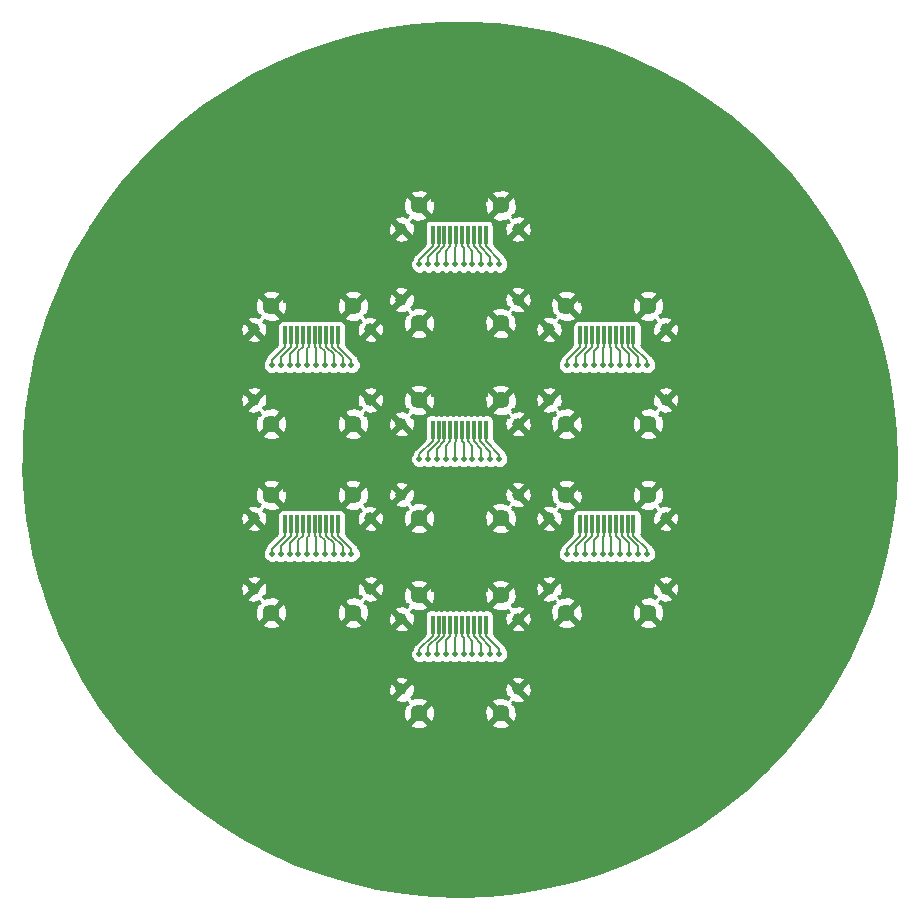
<source format=gbr>
G04 #@! TF.GenerationSoftware,KiCad,Pcbnew,(6.0.0-rc1-dev-305-gf0b8b2136)*
G04 #@! TF.CreationDate,2019-07-12T16:48:16-06:00*
G04 #@! TF.ProjectId,Gateway01,4761746577617930312E6B696361645F,rev?*
G04 #@! TF.SameCoordinates,Original*
G04 #@! TF.FileFunction,Copper,L2,Bot,Signal*
G04 #@! TF.FilePolarity,Positive*
%FSLAX46Y46*%
G04 Gerber Fmt 4.6, Leading zero omitted, Abs format (unit mm)*
G04 Created by KiCad (PCBNEW (6.0.0-rc1-dev-305-gf0b8b2136)) date 07/12/19 16:48:16*
%MOMM*%
%LPD*%
G01*
G04 APERTURE LIST*
G04 #@! TA.AperFunction,ComponentPad*
%ADD10C,1.450000*%
G04 #@! TD*
G04 #@! TA.AperFunction,ComponentPad*
%ADD11C,1.000000*%
G04 #@! TD*
G04 #@! TA.AperFunction,SMDPad,CuDef*
%ADD12R,0.300000X1.500000*%
G04 #@! TD*
G04 #@! TA.AperFunction,ViaPad*
%ADD13C,0.504800*%
G04 #@! TD*
G04 #@! TA.AperFunction,Conductor*
%ADD14C,0.152400*%
G04 #@! TD*
G04 #@! TA.AperFunction,Conductor*
%ADD15C,0.254000*%
G04 #@! TD*
G04 APERTURE END LIST*
D10*
G04 #@! TO.P,U7,41*
G04 #@! TO.N,GND*
X97312000Y-92260000D03*
X90392000Y-92260000D03*
D11*
X98787000Y-94260000D03*
X88917000Y-94260000D03*
D12*
G04 #@! TO.P,U7,20*
G04 #@! TO.N,Net-(U7-Pad20)*
X91562000Y-94750000D03*
G04 #@! TO.P,U7,19*
G04 #@! TO.N,GND*
X91562000Y-91250000D03*
G04 #@! TO.P,U7,18*
G04 #@! TO.N,Net-(U7-Pad18)*
X92062000Y-94750000D03*
G04 #@! TO.P,U7,17*
G04 #@! TO.N,GND*
X92062000Y-91250000D03*
G04 #@! TO.P,U7,16*
G04 #@! TO.N,Net-(U7-Pad16)*
X92562000Y-94750000D03*
G04 #@! TO.P,U7,15*
G04 #@! TO.N,GND*
X92562000Y-91250000D03*
G04 #@! TO.P,U7,14*
G04 #@! TO.N,Net-(U7-Pad14)*
X93062000Y-94750000D03*
G04 #@! TO.P,U7,13*
G04 #@! TO.N,GND*
X93062000Y-91250000D03*
G04 #@! TO.P,U7,12*
G04 #@! TO.N,Net-(U7-Pad12)*
X93562000Y-94750000D03*
G04 #@! TO.P,U7,11*
G04 #@! TO.N,GND*
X93562000Y-91250000D03*
G04 #@! TO.P,U7,10*
G04 #@! TO.N,Net-(U7-Pad10)*
X94062000Y-94750000D03*
G04 #@! TO.P,U7,9*
G04 #@! TO.N,GND*
X94062000Y-91250000D03*
G04 #@! TO.P,U7,8*
G04 #@! TO.N,Net-(U7-Pad8)*
X94562000Y-94750000D03*
G04 #@! TO.P,U7,7*
G04 #@! TO.N,GND*
X94562000Y-91250000D03*
G04 #@! TO.P,U7,6*
G04 #@! TO.N,Net-(U7-Pad6)*
X95062000Y-94750000D03*
G04 #@! TO.P,U7,5*
G04 #@! TO.N,GND*
X95062000Y-91250000D03*
G04 #@! TO.P,U7,4*
G04 #@! TO.N,Net-(U7-Pad4)*
X95562000Y-94750000D03*
G04 #@! TO.P,U7,3*
G04 #@! TO.N,GND*
X95562000Y-91250000D03*
G04 #@! TO.P,U7,2*
G04 #@! TO.N,Net-(U7-Pad2)*
X96062000Y-94750000D03*
G04 #@! TO.P,U7,1*
G04 #@! TO.N,GND*
X96062000Y-91250000D03*
G04 #@! TD*
D10*
G04 #@! TO.P,U8,41*
G04 #@! TO.N,GND*
X97312000Y-102240000D03*
X90392000Y-102240000D03*
D11*
X98787000Y-100240000D03*
X88917000Y-100240000D03*
G04 #@! TD*
D10*
G04 #@! TO.P,U2,41*
G04 #@! TO.N,GND*
X97312000Y-85740000D03*
X90392000Y-85740000D03*
D11*
X98787000Y-83740000D03*
X88917000Y-83740000D03*
G04 #@! TD*
D10*
G04 #@! TO.P,U1,41*
G04 #@! TO.N,GND*
X97312000Y-75760000D03*
X90392000Y-75760000D03*
D11*
X98787000Y-77760000D03*
X88917000Y-77760000D03*
D12*
G04 #@! TO.P,U1,20*
G04 #@! TO.N,Net-(U1-Pad20)*
X91562000Y-78250000D03*
G04 #@! TO.P,U1,19*
G04 #@! TO.N,GND*
X91562000Y-74750000D03*
G04 #@! TO.P,U1,18*
G04 #@! TO.N,Net-(U1-Pad18)*
X92062000Y-78250000D03*
G04 #@! TO.P,U1,17*
G04 #@! TO.N,GND*
X92062000Y-74750000D03*
G04 #@! TO.P,U1,16*
G04 #@! TO.N,Net-(U1-Pad16)*
X92562000Y-78250000D03*
G04 #@! TO.P,U1,15*
G04 #@! TO.N,GND*
X92562000Y-74750000D03*
G04 #@! TO.P,U1,14*
G04 #@! TO.N,Net-(U1-Pad14)*
X93062000Y-78250000D03*
G04 #@! TO.P,U1,13*
G04 #@! TO.N,GND*
X93062000Y-74750000D03*
G04 #@! TO.P,U1,12*
G04 #@! TO.N,Net-(U1-Pad12)*
X93562000Y-78250000D03*
G04 #@! TO.P,U1,11*
G04 #@! TO.N,GND*
X93562000Y-74750000D03*
G04 #@! TO.P,U1,10*
G04 #@! TO.N,Net-(U1-Pad10)*
X94062000Y-78250000D03*
G04 #@! TO.P,U1,9*
G04 #@! TO.N,GND*
X94062000Y-74750000D03*
G04 #@! TO.P,U1,8*
G04 #@! TO.N,Net-(U1-Pad8)*
X94562000Y-78250000D03*
G04 #@! TO.P,U1,7*
G04 #@! TO.N,GND*
X94562000Y-74750000D03*
G04 #@! TO.P,U1,6*
G04 #@! TO.N,Net-(U1-Pad6)*
X95062000Y-78250000D03*
G04 #@! TO.P,U1,5*
G04 #@! TO.N,GND*
X95062000Y-74750000D03*
G04 #@! TO.P,U1,4*
G04 #@! TO.N,Net-(U1-Pad4)*
X95562000Y-78250000D03*
G04 #@! TO.P,U1,3*
G04 #@! TO.N,GND*
X95562000Y-74750000D03*
G04 #@! TO.P,U1,2*
G04 #@! TO.N,Net-(U1-Pad2)*
X96062000Y-78250000D03*
G04 #@! TO.P,U1,1*
G04 #@! TO.N,GND*
X96062000Y-74750000D03*
G04 #@! TD*
D10*
G04 #@! TO.P,U3,41*
G04 #@! TO.N,GND*
X84812000Y-84260000D03*
X77892000Y-84260000D03*
D11*
X86287000Y-86260000D03*
X76417000Y-86260000D03*
D12*
G04 #@! TO.P,U3,20*
G04 #@! TO.N,Net-(U3-Pad20)*
X79062000Y-86750000D03*
G04 #@! TO.P,U3,19*
G04 #@! TO.N,GND*
X79062000Y-83250000D03*
G04 #@! TO.P,U3,18*
G04 #@! TO.N,Net-(U3-Pad18)*
X79562000Y-86750000D03*
G04 #@! TO.P,U3,17*
G04 #@! TO.N,GND*
X79562000Y-83250000D03*
G04 #@! TO.P,U3,16*
G04 #@! TO.N,Net-(U3-Pad16)*
X80062000Y-86750000D03*
G04 #@! TO.P,U3,15*
G04 #@! TO.N,GND*
X80062000Y-83250000D03*
G04 #@! TO.P,U3,14*
G04 #@! TO.N,Net-(U3-Pad14)*
X80562000Y-86750000D03*
G04 #@! TO.P,U3,13*
G04 #@! TO.N,GND*
X80562000Y-83250000D03*
G04 #@! TO.P,U3,12*
G04 #@! TO.N,Net-(U3-Pad12)*
X81062000Y-86750000D03*
G04 #@! TO.P,U3,11*
G04 #@! TO.N,GND*
X81062000Y-83250000D03*
G04 #@! TO.P,U3,10*
G04 #@! TO.N,Net-(U3-Pad10)*
X81562000Y-86750000D03*
G04 #@! TO.P,U3,9*
G04 #@! TO.N,GND*
X81562000Y-83250000D03*
G04 #@! TO.P,U3,8*
G04 #@! TO.N,Net-(U3-Pad8)*
X82062000Y-86750000D03*
G04 #@! TO.P,U3,7*
G04 #@! TO.N,GND*
X82062000Y-83250000D03*
G04 #@! TO.P,U3,6*
G04 #@! TO.N,Net-(U3-Pad6)*
X82562000Y-86750000D03*
G04 #@! TO.P,U3,5*
G04 #@! TO.N,GND*
X82562000Y-83250000D03*
G04 #@! TO.P,U3,4*
G04 #@! TO.N,Net-(U3-Pad4)*
X83062000Y-86750000D03*
G04 #@! TO.P,U3,3*
G04 #@! TO.N,GND*
X83062000Y-83250000D03*
G04 #@! TO.P,U3,2*
G04 #@! TO.N,Net-(U3-Pad2)*
X83562000Y-86750000D03*
G04 #@! TO.P,U3,1*
G04 #@! TO.N,GND*
X83562000Y-83250000D03*
G04 #@! TD*
D10*
G04 #@! TO.P,U4,41*
G04 #@! TO.N,GND*
X84812000Y-94240000D03*
X77892000Y-94240000D03*
D11*
X86287000Y-92240000D03*
X76417000Y-92240000D03*
G04 #@! TD*
D10*
G04 #@! TO.P,U5,41*
G04 #@! TO.N,GND*
X109812000Y-84260000D03*
X102892000Y-84260000D03*
D11*
X111287000Y-86260000D03*
X101417000Y-86260000D03*
D12*
G04 #@! TO.P,U5,20*
G04 #@! TO.N,Net-(U5-Pad20)*
X104062000Y-86750000D03*
G04 #@! TO.P,U5,19*
G04 #@! TO.N,GND*
X104062000Y-83250000D03*
G04 #@! TO.P,U5,18*
G04 #@! TO.N,Net-(U5-Pad18)*
X104562000Y-86750000D03*
G04 #@! TO.P,U5,17*
G04 #@! TO.N,GND*
X104562000Y-83250000D03*
G04 #@! TO.P,U5,16*
G04 #@! TO.N,Net-(U5-Pad16)*
X105062000Y-86750000D03*
G04 #@! TO.P,U5,15*
G04 #@! TO.N,GND*
X105062000Y-83250000D03*
G04 #@! TO.P,U5,14*
G04 #@! TO.N,Net-(U5-Pad14)*
X105562000Y-86750000D03*
G04 #@! TO.P,U5,13*
G04 #@! TO.N,GND*
X105562000Y-83250000D03*
G04 #@! TO.P,U5,12*
G04 #@! TO.N,Net-(U5-Pad12)*
X106062000Y-86750000D03*
G04 #@! TO.P,U5,11*
G04 #@! TO.N,GND*
X106062000Y-83250000D03*
G04 #@! TO.P,U5,10*
G04 #@! TO.N,Net-(U5-Pad10)*
X106562000Y-86750000D03*
G04 #@! TO.P,U5,9*
G04 #@! TO.N,GND*
X106562000Y-83250000D03*
G04 #@! TO.P,U5,8*
G04 #@! TO.N,Net-(U5-Pad8)*
X107062000Y-86750000D03*
G04 #@! TO.P,U5,7*
G04 #@! TO.N,GND*
X107062000Y-83250000D03*
G04 #@! TO.P,U5,6*
G04 #@! TO.N,Net-(U5-Pad6)*
X107562000Y-86750000D03*
G04 #@! TO.P,U5,5*
G04 #@! TO.N,GND*
X107562000Y-83250000D03*
G04 #@! TO.P,U5,4*
G04 #@! TO.N,Net-(U5-Pad4)*
X108062000Y-86750000D03*
G04 #@! TO.P,U5,3*
G04 #@! TO.N,GND*
X108062000Y-83250000D03*
G04 #@! TO.P,U5,2*
G04 #@! TO.N,Net-(U5-Pad2)*
X108562000Y-86750000D03*
G04 #@! TO.P,U5,1*
G04 #@! TO.N,GND*
X108562000Y-83250000D03*
G04 #@! TD*
D10*
G04 #@! TO.P,U6,41*
G04 #@! TO.N,GND*
X109812000Y-94240000D03*
X102892000Y-94240000D03*
D11*
X111287000Y-92240000D03*
X101417000Y-92240000D03*
G04 #@! TD*
D10*
G04 #@! TO.P,U9,41*
G04 #@! TO.N,GND*
X84812000Y-100260000D03*
X77892000Y-100260000D03*
D11*
X86287000Y-102260000D03*
X76417000Y-102260000D03*
D12*
G04 #@! TO.P,U9,20*
G04 #@! TO.N,Net-(U10-Pad20)*
X79062000Y-102750000D03*
G04 #@! TO.P,U9,19*
G04 #@! TO.N,GND*
X79062000Y-99250000D03*
G04 #@! TO.P,U9,18*
G04 #@! TO.N,Net-(U10-Pad18)*
X79562000Y-102750000D03*
G04 #@! TO.P,U9,17*
G04 #@! TO.N,GND*
X79562000Y-99250000D03*
G04 #@! TO.P,U9,16*
G04 #@! TO.N,Net-(U10-Pad16)*
X80062000Y-102750000D03*
G04 #@! TO.P,U9,15*
G04 #@! TO.N,GND*
X80062000Y-99250000D03*
G04 #@! TO.P,U9,14*
G04 #@! TO.N,Net-(U10-Pad14)*
X80562000Y-102750000D03*
G04 #@! TO.P,U9,13*
G04 #@! TO.N,GND*
X80562000Y-99250000D03*
G04 #@! TO.P,U9,12*
G04 #@! TO.N,Net-(U10-Pad12)*
X81062000Y-102750000D03*
G04 #@! TO.P,U9,11*
G04 #@! TO.N,GND*
X81062000Y-99250000D03*
G04 #@! TO.P,U9,10*
G04 #@! TO.N,Net-(U10-Pad10)*
X81562000Y-102750000D03*
G04 #@! TO.P,U9,9*
G04 #@! TO.N,GND*
X81562000Y-99250000D03*
G04 #@! TO.P,U9,8*
G04 #@! TO.N,Net-(U10-Pad8)*
X82062000Y-102750000D03*
G04 #@! TO.P,U9,7*
G04 #@! TO.N,GND*
X82062000Y-99250000D03*
G04 #@! TO.P,U9,6*
G04 #@! TO.N,Net-(U10-Pad6)*
X82562000Y-102750000D03*
G04 #@! TO.P,U9,5*
G04 #@! TO.N,GND*
X82562000Y-99250000D03*
G04 #@! TO.P,U9,4*
G04 #@! TO.N,Net-(U10-Pad4)*
X83062000Y-102750000D03*
G04 #@! TO.P,U9,3*
G04 #@! TO.N,GND*
X83062000Y-99250000D03*
G04 #@! TO.P,U9,2*
G04 #@! TO.N,Net-(U10-Pad2)*
X83562000Y-102750000D03*
G04 #@! TO.P,U9,1*
G04 #@! TO.N,GND*
X83562000Y-99250000D03*
G04 #@! TD*
D10*
G04 #@! TO.P,U10,41*
G04 #@! TO.N,GND*
X84812000Y-110240000D03*
X77892000Y-110240000D03*
D11*
X86287000Y-108240000D03*
X76417000Y-108240000D03*
G04 #@! TD*
D10*
G04 #@! TO.P,U13,41*
G04 #@! TO.N,GND*
X97312000Y-108760000D03*
X90392000Y-108760000D03*
D11*
X98787000Y-110760000D03*
X88917000Y-110760000D03*
D12*
G04 #@! TO.P,U13,20*
G04 #@! TO.N,Net-(U13-Pad20)*
X91562000Y-111250000D03*
G04 #@! TO.P,U13,19*
G04 #@! TO.N,GND*
X91562000Y-107750000D03*
G04 #@! TO.P,U13,18*
G04 #@! TO.N,Net-(U13-Pad18)*
X92062000Y-111250000D03*
G04 #@! TO.P,U13,17*
G04 #@! TO.N,GND*
X92062000Y-107750000D03*
G04 #@! TO.P,U13,16*
G04 #@! TO.N,Net-(U13-Pad16)*
X92562000Y-111250000D03*
G04 #@! TO.P,U13,15*
G04 #@! TO.N,GND*
X92562000Y-107750000D03*
G04 #@! TO.P,U13,14*
G04 #@! TO.N,Net-(U13-Pad14)*
X93062000Y-111250000D03*
G04 #@! TO.P,U13,13*
G04 #@! TO.N,GND*
X93062000Y-107750000D03*
G04 #@! TO.P,U13,12*
G04 #@! TO.N,Net-(U13-Pad12)*
X93562000Y-111250000D03*
G04 #@! TO.P,U13,11*
G04 #@! TO.N,GND*
X93562000Y-107750000D03*
G04 #@! TO.P,U13,10*
G04 #@! TO.N,Net-(U13-Pad10)*
X94062000Y-111250000D03*
G04 #@! TO.P,U13,9*
G04 #@! TO.N,GND*
X94062000Y-107750000D03*
G04 #@! TO.P,U13,8*
G04 #@! TO.N,Net-(U13-Pad8)*
X94562000Y-111250000D03*
G04 #@! TO.P,U13,7*
G04 #@! TO.N,GND*
X94562000Y-107750000D03*
G04 #@! TO.P,U13,6*
G04 #@! TO.N,Net-(U13-Pad6)*
X95062000Y-111250000D03*
G04 #@! TO.P,U13,5*
G04 #@! TO.N,GND*
X95062000Y-107750000D03*
G04 #@! TO.P,U13,4*
G04 #@! TO.N,Net-(U13-Pad4)*
X95562000Y-111250000D03*
G04 #@! TO.P,U13,3*
G04 #@! TO.N,GND*
X95562000Y-107750000D03*
G04 #@! TO.P,U13,2*
G04 #@! TO.N,Net-(U13-Pad2)*
X96062000Y-111250000D03*
G04 #@! TO.P,U13,1*
G04 #@! TO.N,GND*
X96062000Y-107750000D03*
G04 #@! TD*
D10*
G04 #@! TO.P,U14,41*
G04 #@! TO.N,GND*
X97312000Y-118740000D03*
X90392000Y-118740000D03*
D11*
X98787000Y-116740000D03*
X88917000Y-116740000D03*
G04 #@! TD*
D10*
G04 #@! TO.P,U11,41*
G04 #@! TO.N,GND*
X109812000Y-100260000D03*
X102892000Y-100260000D03*
D11*
X111287000Y-102260000D03*
X101417000Y-102260000D03*
D12*
G04 #@! TO.P,U11,20*
G04 #@! TO.N,Net-(U11-Pad20)*
X104062000Y-102750000D03*
G04 #@! TO.P,U11,19*
G04 #@! TO.N,GND*
X104062000Y-99250000D03*
G04 #@! TO.P,U11,18*
G04 #@! TO.N,Net-(U11-Pad18)*
X104562000Y-102750000D03*
G04 #@! TO.P,U11,17*
G04 #@! TO.N,GND*
X104562000Y-99250000D03*
G04 #@! TO.P,U11,16*
G04 #@! TO.N,Net-(U11-Pad16)*
X105062000Y-102750000D03*
G04 #@! TO.P,U11,15*
G04 #@! TO.N,GND*
X105062000Y-99250000D03*
G04 #@! TO.P,U11,14*
G04 #@! TO.N,Net-(U11-Pad14)*
X105562000Y-102750000D03*
G04 #@! TO.P,U11,13*
G04 #@! TO.N,GND*
X105562000Y-99250000D03*
G04 #@! TO.P,U11,12*
G04 #@! TO.N,Net-(U11-Pad12)*
X106062000Y-102750000D03*
G04 #@! TO.P,U11,11*
G04 #@! TO.N,GND*
X106062000Y-99250000D03*
G04 #@! TO.P,U11,10*
G04 #@! TO.N,Net-(U11-Pad10)*
X106562000Y-102750000D03*
G04 #@! TO.P,U11,9*
G04 #@! TO.N,GND*
X106562000Y-99250000D03*
G04 #@! TO.P,U11,8*
G04 #@! TO.N,Net-(U11-Pad8)*
X107062000Y-102750000D03*
G04 #@! TO.P,U11,7*
G04 #@! TO.N,GND*
X107062000Y-99250000D03*
G04 #@! TO.P,U11,6*
G04 #@! TO.N,Net-(U11-Pad6)*
X107562000Y-102750000D03*
G04 #@! TO.P,U11,5*
G04 #@! TO.N,GND*
X107562000Y-99250000D03*
G04 #@! TO.P,U11,4*
G04 #@! TO.N,Net-(U11-Pad4)*
X108062000Y-102750000D03*
G04 #@! TO.P,U11,3*
G04 #@! TO.N,GND*
X108062000Y-99250000D03*
G04 #@! TO.P,U11,2*
G04 #@! TO.N,Net-(U11-Pad2)*
X108562000Y-102750000D03*
G04 #@! TO.P,U11,1*
G04 #@! TO.N,GND*
X108562000Y-99250000D03*
G04 #@! TD*
D10*
G04 #@! TO.P,U12,41*
G04 #@! TO.N,GND*
X109812000Y-110240000D03*
X102892000Y-110240000D03*
D11*
X111287000Y-108240000D03*
X101417000Y-108240000D03*
G04 #@! TD*
D13*
G04 #@! TO.N,Net-(U3-Pad2)*
X84687000Y-89250000D03*
G04 #@! TO.N,Net-(U3-Pad4)*
X83937000Y-89250000D03*
G04 #@! TO.N,Net-(U3-Pad6)*
X83187000Y-89250000D03*
G04 #@! TO.N,Net-(U3-Pad8)*
X82437000Y-89250000D03*
G04 #@! TO.N,Net-(U3-Pad10)*
X81687000Y-89250000D03*
G04 #@! TO.N,Net-(U3-Pad12)*
X80947000Y-89250000D03*
G04 #@! TO.N,Net-(U3-Pad14)*
X80197000Y-89250000D03*
G04 #@! TO.N,Net-(U3-Pad16)*
X79447000Y-89250000D03*
G04 #@! TO.N,Net-(U3-Pad18)*
X78697000Y-89250000D03*
G04 #@! TO.N,Net-(U3-Pad20)*
X77947000Y-89250000D03*
G04 #@! TO.N,Net-(U1-Pad2)*
X97187000Y-80750000D03*
G04 #@! TO.N,Net-(U1-Pad4)*
X96437000Y-80750000D03*
G04 #@! TO.N,Net-(U1-Pad6)*
X95687000Y-80750000D03*
G04 #@! TO.N,Net-(U1-Pad8)*
X94937000Y-80750000D03*
G04 #@! TO.N,Net-(U1-Pad10)*
X94187000Y-80750000D03*
G04 #@! TO.N,Net-(U1-Pad12)*
X93447000Y-80750000D03*
G04 #@! TO.N,Net-(U1-Pad14)*
X92697000Y-80750000D03*
G04 #@! TO.N,Net-(U1-Pad16)*
X91947000Y-80750000D03*
G04 #@! TO.N,Net-(U1-Pad18)*
X91197000Y-80750000D03*
G04 #@! TO.N,Net-(U1-Pad20)*
X90447000Y-80750000D03*
G04 #@! TO.N,Net-(U5-Pad2)*
X109687000Y-89250000D03*
G04 #@! TO.N,Net-(U5-Pad4)*
X108937000Y-89250000D03*
G04 #@! TO.N,Net-(U5-Pad6)*
X108187000Y-89250000D03*
G04 #@! TO.N,Net-(U5-Pad8)*
X107437000Y-89250000D03*
G04 #@! TO.N,Net-(U5-Pad10)*
X106687000Y-89250000D03*
G04 #@! TO.N,Net-(U5-Pad12)*
X105947000Y-89250000D03*
G04 #@! TO.N,Net-(U5-Pad14)*
X105197000Y-89250000D03*
G04 #@! TO.N,Net-(U5-Pad16)*
X104447000Y-89250000D03*
G04 #@! TO.N,Net-(U5-Pad18)*
X103697000Y-89250000D03*
G04 #@! TO.N,Net-(U5-Pad20)*
X102947000Y-89250000D03*
G04 #@! TO.N,Net-(U7-Pad2)*
X97187000Y-97250000D03*
G04 #@! TO.N,Net-(U7-Pad4)*
X96437000Y-97250000D03*
G04 #@! TO.N,Net-(U7-Pad6)*
X95687000Y-97250000D03*
G04 #@! TO.N,Net-(U7-Pad8)*
X94937000Y-97250000D03*
G04 #@! TO.N,Net-(U7-Pad10)*
X94187000Y-97250000D03*
G04 #@! TO.N,Net-(U7-Pad12)*
X93447000Y-97250000D03*
G04 #@! TO.N,Net-(U7-Pad14)*
X92697000Y-97250000D03*
G04 #@! TO.N,Net-(U7-Pad16)*
X91947000Y-97250000D03*
G04 #@! TO.N,Net-(U7-Pad18)*
X91197000Y-97250000D03*
G04 #@! TO.N,Net-(U7-Pad20)*
X90447000Y-97250000D03*
G04 #@! TO.N,Net-(U10-Pad2)*
X84687000Y-105250000D03*
G04 #@! TO.N,Net-(U10-Pad4)*
X83937000Y-105250000D03*
G04 #@! TO.N,Net-(U10-Pad6)*
X83187000Y-105250000D03*
G04 #@! TO.N,Net-(U10-Pad8)*
X82437000Y-105250000D03*
G04 #@! TO.N,Net-(U10-Pad10)*
X81687000Y-105250000D03*
G04 #@! TO.N,Net-(U10-Pad12)*
X80947000Y-105250000D03*
G04 #@! TO.N,Net-(U10-Pad14)*
X80197000Y-105250000D03*
G04 #@! TO.N,Net-(U10-Pad16)*
X79447000Y-105250000D03*
G04 #@! TO.N,Net-(U10-Pad18)*
X78697000Y-105250000D03*
G04 #@! TO.N,Net-(U10-Pad20)*
X77947000Y-105250000D03*
G04 #@! TO.N,Net-(U11-Pad2)*
X109687000Y-105250000D03*
G04 #@! TO.N,Net-(U11-Pad4)*
X108937000Y-105250000D03*
G04 #@! TO.N,Net-(U11-Pad6)*
X108187000Y-105250000D03*
G04 #@! TO.N,Net-(U11-Pad8)*
X107437000Y-105250000D03*
G04 #@! TO.N,Net-(U11-Pad10)*
X106687000Y-105250000D03*
G04 #@! TO.N,Net-(U11-Pad12)*
X105947000Y-105250000D03*
G04 #@! TO.N,Net-(U11-Pad14)*
X105197000Y-105250000D03*
G04 #@! TO.N,Net-(U11-Pad16)*
X104447000Y-105250000D03*
G04 #@! TO.N,Net-(U11-Pad18)*
X103697000Y-105250000D03*
G04 #@! TO.N,Net-(U11-Pad20)*
X102947000Y-105250000D03*
G04 #@! TO.N,Net-(U13-Pad20)*
X90447000Y-113750000D03*
G04 #@! TO.N,Net-(U13-Pad18)*
X91197000Y-113750000D03*
G04 #@! TO.N,Net-(U13-Pad16)*
X91947000Y-113750000D03*
G04 #@! TO.N,Net-(U13-Pad14)*
X92697000Y-113750000D03*
G04 #@! TO.N,Net-(U13-Pad12)*
X93447000Y-113750000D03*
G04 #@! TO.N,Net-(U13-Pad10)*
X94187000Y-113750000D03*
G04 #@! TO.N,Net-(U13-Pad8)*
X94937000Y-113750000D03*
G04 #@! TO.N,Net-(U13-Pad6)*
X95687000Y-113750000D03*
G04 #@! TO.N,Net-(U13-Pad4)*
X96437000Y-113750000D03*
G04 #@! TO.N,Net-(U13-Pad2)*
X97187000Y-113750000D03*
G04 #@! TD*
D14*
G04 #@! TO.N,Net-(U3-Pad2)*
X83562000Y-86750000D02*
X83562000Y-87731000D01*
X84687000Y-88856000D02*
X84687000Y-89250000D01*
X83562000Y-87731000D02*
X84687000Y-88856000D01*
G04 #@! TO.N,Net-(U3-Pad4)*
X83937000Y-88610236D02*
X83937000Y-89250000D01*
X83062000Y-86750000D02*
X83062000Y-87735236D01*
X83062000Y-87735236D02*
X83937000Y-88610236D01*
G04 #@! TO.N,Net-(U3-Pad6)*
X83187000Y-88358618D02*
X83187000Y-89250000D01*
X82562000Y-86750000D02*
X82562000Y-87733618D01*
X82562000Y-87733618D02*
X83187000Y-88358618D01*
G04 #@! TO.N,Net-(U3-Pad8)*
X82437000Y-88107000D02*
X82437000Y-89250000D01*
X82062000Y-87732000D02*
X82437000Y-88107000D01*
X82062000Y-86750000D02*
X82062000Y-87732000D01*
G04 #@! TO.N,Net-(U3-Pad10)*
X81562000Y-86750000D02*
X81562000Y-87732000D01*
X81687000Y-87857000D02*
X81687000Y-89250000D01*
X81562000Y-87732000D02*
X81687000Y-87857000D01*
G04 #@! TO.N,Net-(U3-Pad12)*
X81062000Y-87733000D02*
X80947000Y-87848000D01*
X81062000Y-86750000D02*
X81062000Y-87733000D01*
X80947000Y-87848000D02*
X80947000Y-89250000D01*
G04 #@! TO.N,Net-(U3-Pad14)*
X80562000Y-86750000D02*
X80562000Y-87734000D01*
X80562000Y-87734000D02*
X80197000Y-88099000D01*
X80197000Y-88099000D02*
X80197000Y-89250000D01*
G04 #@! TO.N,Net-(U3-Pad16)*
X80062000Y-87735617D02*
X79447000Y-88350617D01*
X80062000Y-86750000D02*
X80062000Y-87735617D01*
X79447000Y-88350617D02*
X79447000Y-89250000D01*
G04 #@! TO.N,Net-(U3-Pad18)*
X78697000Y-88598000D02*
X78697000Y-89250000D01*
X79562000Y-86750000D02*
X79562000Y-87733000D01*
X79562000Y-87733000D02*
X78697000Y-88598000D01*
G04 #@! TO.N,Net-(U3-Pad20)*
X79062000Y-87734618D02*
X77947000Y-88849618D01*
X77947000Y-88849618D02*
X77947000Y-89250000D01*
X79062000Y-86750000D02*
X79062000Y-87734618D01*
G04 #@! TO.N,Net-(U1-Pad2)*
X96062000Y-78250000D02*
X96062000Y-79231000D01*
X97187000Y-80356000D02*
X97187000Y-80750000D01*
X96062000Y-79231000D02*
X97187000Y-80356000D01*
G04 #@! TO.N,Net-(U1-Pad4)*
X95562000Y-78250000D02*
X95562000Y-79235236D01*
X96437000Y-80110236D02*
X96437000Y-80750000D01*
X95562000Y-79235236D02*
X96437000Y-80110236D01*
G04 #@! TO.N,Net-(U1-Pad6)*
X95687000Y-79858618D02*
X95687000Y-80750000D01*
X95062000Y-78250000D02*
X95062000Y-79233618D01*
X95062000Y-79233618D02*
X95687000Y-79858618D01*
G04 #@! TO.N,Net-(U1-Pad8)*
X94937000Y-79607000D02*
X94937000Y-80750000D01*
X94562000Y-78250000D02*
X94562000Y-79232000D01*
X94562000Y-79232000D02*
X94937000Y-79607000D01*
G04 #@! TO.N,Net-(U1-Pad10)*
X94062000Y-78250000D02*
X94062000Y-79232000D01*
X94187000Y-79357000D02*
X94187000Y-80750000D01*
X94062000Y-79232000D02*
X94187000Y-79357000D01*
G04 #@! TO.N,Net-(U1-Pad12)*
X93562000Y-79232383D02*
X93562000Y-78250000D01*
X93447000Y-80750000D02*
X93447000Y-79347383D01*
X93447000Y-79347383D02*
X93562000Y-79232383D01*
G04 #@! TO.N,Net-(U1-Pad14)*
X92697000Y-79599000D02*
X92697000Y-80750000D01*
X93062000Y-79234000D02*
X92697000Y-79599000D01*
X93062000Y-78250000D02*
X93062000Y-79234000D01*
G04 #@! TO.N,Net-(U1-Pad16)*
X92562000Y-78250000D02*
X92562000Y-79235617D01*
X91947000Y-79850617D02*
X91947000Y-80750000D01*
X92562000Y-79235617D02*
X91947000Y-79850617D01*
G04 #@! TO.N,Net-(U1-Pad18)*
X92062000Y-78250000D02*
X92062000Y-79233000D01*
X91197000Y-80098000D02*
X91197000Y-80750000D01*
X92062000Y-79233000D02*
X91197000Y-80098000D01*
G04 #@! TO.N,Net-(U1-Pad20)*
X91562000Y-78250000D02*
X91562000Y-79234618D01*
X90447000Y-80349618D02*
X90447000Y-80750000D01*
X91562000Y-79234618D02*
X90447000Y-80349618D01*
G04 #@! TO.N,Net-(U5-Pad2)*
X109687000Y-88856000D02*
X109687000Y-89250000D01*
X108562000Y-87731000D02*
X109687000Y-88856000D01*
X108562000Y-86750000D02*
X108562000Y-87731000D01*
G04 #@! TO.N,Net-(U5-Pad4)*
X108062000Y-87735236D02*
X108937000Y-88610236D01*
X108937000Y-88610236D02*
X108937000Y-89250000D01*
X108062000Y-86750000D02*
X108062000Y-87735236D01*
G04 #@! TO.N,Net-(U5-Pad6)*
X108187000Y-88358618D02*
X108187000Y-89250000D01*
X107562000Y-87733618D02*
X108187000Y-88358618D01*
X107562000Y-86750000D02*
X107562000Y-87733618D01*
G04 #@! TO.N,Net-(U5-Pad8)*
X107062000Y-87732000D02*
X107437000Y-88107000D01*
X107437000Y-88107000D02*
X107437000Y-89250000D01*
X107062000Y-86750000D02*
X107062000Y-87732000D01*
G04 #@! TO.N,Net-(U5-Pad10)*
X106687000Y-87857000D02*
X106687000Y-89250000D01*
X106562000Y-87732000D02*
X106687000Y-87857000D01*
X106562000Y-86750000D02*
X106562000Y-87732000D01*
G04 #@! TO.N,Net-(U5-Pad12)*
X106062000Y-87732383D02*
X106062000Y-86750000D01*
X105947000Y-89250000D02*
X105947000Y-87847383D01*
X105947000Y-87847383D02*
X106062000Y-87732383D01*
G04 #@! TO.N,Net-(U5-Pad14)*
X105197000Y-88099000D02*
X105197000Y-89250000D01*
X105562000Y-87734000D02*
X105197000Y-88099000D01*
X105562000Y-86750000D02*
X105562000Y-87734000D01*
G04 #@! TO.N,Net-(U5-Pad16)*
X105062000Y-86750000D02*
X105062000Y-87735617D01*
X104447000Y-88350617D02*
X104447000Y-89250000D01*
X105062000Y-87735617D02*
X104447000Y-88350617D01*
G04 #@! TO.N,Net-(U5-Pad18)*
X103697000Y-88598000D02*
X103697000Y-89250000D01*
X104562000Y-86750000D02*
X104562000Y-87733000D01*
X104562000Y-87733000D02*
X103697000Y-88598000D01*
G04 #@! TO.N,Net-(U5-Pad20)*
X102947000Y-88849618D02*
X102947000Y-89250000D01*
X104062000Y-87734618D02*
X102947000Y-88849618D01*
X104062000Y-86750000D02*
X104062000Y-87734618D01*
G04 #@! TO.N,Net-(U7-Pad2)*
X96062000Y-95731000D02*
X97187000Y-96856000D01*
X96062000Y-94750000D02*
X96062000Y-95731000D01*
X97187000Y-96856000D02*
X97187000Y-97250000D01*
G04 #@! TO.N,Net-(U7-Pad4)*
X95562000Y-94750000D02*
X95562000Y-95735236D01*
X95562000Y-95735236D02*
X96437000Y-96610236D01*
X96437000Y-96610236D02*
X96437000Y-97250000D01*
G04 #@! TO.N,Net-(U7-Pad6)*
X95062000Y-94750000D02*
X95062000Y-95733618D01*
X95062000Y-95733618D02*
X95687000Y-96358618D01*
X95687000Y-96358618D02*
X95687000Y-97250000D01*
G04 #@! TO.N,Net-(U7-Pad8)*
X94562000Y-94750000D02*
X94562000Y-95732000D01*
X94562000Y-95732000D02*
X94937000Y-96107000D01*
X94937000Y-96107000D02*
X94937000Y-97250000D01*
G04 #@! TO.N,Net-(U7-Pad10)*
X94187000Y-95857000D02*
X94187000Y-97250000D01*
X94062000Y-94750000D02*
X94062000Y-95732000D01*
X94062000Y-95732000D02*
X94187000Y-95857000D01*
G04 #@! TO.N,Net-(U7-Pad12)*
X93447000Y-95848000D02*
X93447000Y-97250000D01*
X93562000Y-95733000D02*
X93447000Y-95848000D01*
X93562000Y-94750000D02*
X93562000Y-95733000D01*
G04 #@! TO.N,Net-(U7-Pad14)*
X92697000Y-96099000D02*
X92697000Y-97250000D01*
X93062000Y-94750000D02*
X93062000Y-95734000D01*
X93062000Y-95734000D02*
X92697000Y-96099000D01*
G04 #@! TO.N,Net-(U7-Pad16)*
X92562000Y-94750000D02*
X92562000Y-95735617D01*
X91947000Y-96350617D02*
X91947000Y-97250000D01*
X92562000Y-95735617D02*
X91947000Y-96350617D01*
G04 #@! TO.N,Net-(U7-Pad18)*
X92062000Y-95733000D02*
X91197000Y-96598000D01*
X91197000Y-96598000D02*
X91197000Y-97250000D01*
X92062000Y-94750000D02*
X92062000Y-95733000D01*
G04 #@! TO.N,Net-(U7-Pad20)*
X91562000Y-94750000D02*
X91562000Y-95734618D01*
X91562000Y-95734618D02*
X90447000Y-96849618D01*
X90447000Y-97009618D02*
X90447000Y-97410000D01*
X90447000Y-96849618D02*
X90447000Y-97009618D01*
G04 #@! TO.N,Net-(U10-Pad2)*
X84687000Y-104856000D02*
X84687000Y-105250000D01*
X83562000Y-103731000D02*
X84687000Y-104856000D01*
X83562000Y-102750000D02*
X83562000Y-103731000D01*
G04 #@! TO.N,Net-(U10-Pad4)*
X83937000Y-104610236D02*
X83937000Y-105250000D01*
X83062000Y-102750000D02*
X83062000Y-103735236D01*
X83062000Y-103735236D02*
X83937000Y-104610236D01*
G04 #@! TO.N,Net-(U10-Pad6)*
X82562000Y-102750000D02*
X82562000Y-103733618D01*
X82562000Y-103733618D02*
X83187000Y-104358618D01*
X83187000Y-104358618D02*
X83187000Y-105250000D01*
G04 #@! TO.N,Net-(U10-Pad8)*
X82062000Y-103732000D02*
X82437000Y-104107000D01*
X82062000Y-102750000D02*
X82062000Y-103732000D01*
X82437000Y-104107000D02*
X82437000Y-105250000D01*
G04 #@! TO.N,Net-(U10-Pad10)*
X81562000Y-102750000D02*
X81562000Y-103732000D01*
X81687000Y-103857000D02*
X81687000Y-105250000D01*
X81562000Y-103732000D02*
X81687000Y-103857000D01*
G04 #@! TO.N,Net-(U10-Pad12)*
X81062000Y-102750000D02*
X81062000Y-103733000D01*
X80947000Y-103848000D02*
X80947000Y-105250000D01*
X81062000Y-103733000D02*
X80947000Y-103848000D01*
G04 #@! TO.N,Net-(U10-Pad14)*
X80197000Y-104099000D02*
X80197000Y-105250000D01*
X80562000Y-103734000D02*
X80197000Y-104099000D01*
X80562000Y-102750000D02*
X80562000Y-103734000D01*
G04 #@! TO.N,Net-(U10-Pad16)*
X80062000Y-103735617D02*
X79447000Y-104350617D01*
X79447000Y-104350617D02*
X79447000Y-105250000D01*
X80062000Y-102750000D02*
X80062000Y-103735617D01*
G04 #@! TO.N,Net-(U10-Pad18)*
X79562000Y-102750000D02*
X79562000Y-103733000D01*
X79562000Y-103733000D02*
X78697000Y-104598000D01*
X78697000Y-104598000D02*
X78697000Y-105250000D01*
G04 #@! TO.N,Net-(U10-Pad20)*
X79062000Y-103734618D02*
X77947000Y-104849618D01*
X77947000Y-104849618D02*
X77947000Y-105250000D01*
X79062000Y-102750000D02*
X79062000Y-103734618D01*
G04 #@! TO.N,Net-(U11-Pad2)*
X108562000Y-103731000D02*
X109687000Y-104856000D01*
X108562000Y-102750000D02*
X108562000Y-103731000D01*
X109687000Y-104856000D02*
X109687000Y-105250000D01*
G04 #@! TO.N,Net-(U11-Pad4)*
X108062000Y-102750000D02*
X108062000Y-103735236D01*
X108062000Y-103735236D02*
X108937000Y-104610236D01*
X108937000Y-104610236D02*
X108937000Y-105250000D01*
G04 #@! TO.N,Net-(U11-Pad6)*
X107562000Y-103733618D02*
X108187000Y-104358618D01*
X108187000Y-104358618D02*
X108187000Y-105250000D01*
X107562000Y-102750000D02*
X107562000Y-103733618D01*
G04 #@! TO.N,Net-(U11-Pad8)*
X107062000Y-103732000D02*
X107437000Y-104107000D01*
X107437000Y-104107000D02*
X107437000Y-105250000D01*
X107062000Y-102750000D02*
X107062000Y-103732000D01*
G04 #@! TO.N,Net-(U11-Pad10)*
X106687000Y-103857000D02*
X106687000Y-105250000D01*
X106562000Y-102750000D02*
X106562000Y-103732000D01*
X106562000Y-103732000D02*
X106687000Y-103857000D01*
G04 #@! TO.N,Net-(U11-Pad12)*
X105947000Y-103847383D02*
X106062000Y-103732383D01*
X106062000Y-103732383D02*
X106062000Y-102750000D01*
X105947000Y-105250000D02*
X105947000Y-103847383D01*
G04 #@! TO.N,Net-(U11-Pad14)*
X105562000Y-103734000D02*
X105197000Y-104099000D01*
X105197000Y-104099000D02*
X105197000Y-105250000D01*
X105562000Y-102750000D02*
X105562000Y-103734000D01*
G04 #@! TO.N,Net-(U11-Pad16)*
X105062000Y-103735617D02*
X104447000Y-104350617D01*
X104447000Y-104350617D02*
X104447000Y-105250000D01*
X105062000Y-102750000D02*
X105062000Y-103735617D01*
G04 #@! TO.N,Net-(U11-Pad18)*
X103697000Y-104598000D02*
X103697000Y-105250000D01*
X104562000Y-103733000D02*
X103697000Y-104598000D01*
X104562000Y-102750000D02*
X104562000Y-103733000D01*
G04 #@! TO.N,Net-(U11-Pad20)*
X104062000Y-102750000D02*
X104062000Y-103734618D01*
X104062000Y-103734618D02*
X102947000Y-104849618D01*
X102947000Y-104849618D02*
X102947000Y-105250000D01*
G04 #@! TO.N,Net-(U13-Pad20)*
X90447000Y-113349618D02*
X90447000Y-113750000D01*
X91562000Y-112234618D02*
X90447000Y-113349618D01*
X91562000Y-111250000D02*
X91562000Y-112234618D01*
G04 #@! TO.N,Net-(U13-Pad18)*
X91197000Y-113098000D02*
X91197000Y-113750000D01*
X92062000Y-111250000D02*
X92062000Y-112233000D01*
X92062000Y-112233000D02*
X91197000Y-113098000D01*
G04 #@! TO.N,Net-(U13-Pad16)*
X92562000Y-111250000D02*
X92562000Y-112235617D01*
X91947000Y-112850617D02*
X91947000Y-113750000D01*
X92562000Y-112235617D02*
X91947000Y-112850617D01*
G04 #@! TO.N,Net-(U13-Pad14)*
X92697000Y-112599000D02*
X92697000Y-113750000D01*
X93062000Y-112234000D02*
X92697000Y-112599000D01*
X93062000Y-111250000D02*
X93062000Y-112234000D01*
G04 #@! TO.N,Net-(U13-Pad12)*
X93562000Y-112232383D02*
X93562000Y-111250000D01*
X93447000Y-113750000D02*
X93447000Y-112347383D01*
X93447000Y-112347383D02*
X93562000Y-112232383D01*
G04 #@! TO.N,Net-(U13-Pad10)*
X94187000Y-112357000D02*
X94187000Y-113750000D01*
X94062000Y-112232000D02*
X94187000Y-112357000D01*
X94062000Y-111250000D02*
X94062000Y-112232000D01*
G04 #@! TO.N,Net-(U13-Pad8)*
X94562000Y-112232000D02*
X94937000Y-112607000D01*
X94937000Y-112607000D02*
X94937000Y-113750000D01*
X94562000Y-111250000D02*
X94562000Y-112232000D01*
G04 #@! TO.N,Net-(U13-Pad6)*
X95687000Y-112858618D02*
X95687000Y-113750000D01*
X95062000Y-112233618D02*
X95687000Y-112858618D01*
X95062000Y-111250000D02*
X95062000Y-112233618D01*
G04 #@! TO.N,Net-(U13-Pad4)*
X95562000Y-112235236D02*
X96437000Y-113110236D01*
X96437000Y-113110236D02*
X96437000Y-113750000D01*
X95562000Y-111250000D02*
X95562000Y-112235236D01*
G04 #@! TO.N,Net-(U13-Pad2)*
X97187000Y-113356000D02*
X97187000Y-113750000D01*
X96062000Y-112231000D02*
X97187000Y-113356000D01*
X96062000Y-111250000D02*
X96062000Y-112231000D01*
G04 #@! TD*
D15*
G04 #@! TO.N,GND*
G36*
X97007984Y-60437034D02*
X99377032Y-60717429D01*
X101723047Y-61150120D01*
X104036249Y-61733303D01*
X106306996Y-62464546D01*
X108525820Y-63340802D01*
X110683473Y-64358417D01*
X112770960Y-65513150D01*
X114779578Y-66800186D01*
X116700953Y-68214160D01*
X118527077Y-69749177D01*
X120250337Y-71398839D01*
X121863547Y-73156268D01*
X123359985Y-75014139D01*
X124733410Y-76964705D01*
X125978099Y-78999836D01*
X127088861Y-81111048D01*
X128061066Y-83289539D01*
X128890662Y-85526228D01*
X129574191Y-87811790D01*
X130108801Y-90136698D01*
X130492266Y-92491260D01*
X130722986Y-94865660D01*
X130800000Y-97250000D01*
X130793191Y-97959307D01*
X130670418Y-100341729D01*
X130394158Y-102711262D01*
X129965562Y-105058029D01*
X129386418Y-107372245D01*
X128659139Y-109644265D01*
X127786757Y-111864615D01*
X126772909Y-114024041D01*
X125621822Y-116113540D01*
X124338294Y-118124401D01*
X122927675Y-120048242D01*
X121395847Y-121877042D01*
X119749195Y-123603178D01*
X117994584Y-125219453D01*
X116139329Y-126719131D01*
X114191162Y-128095959D01*
X112158207Y-129344197D01*
X110048937Y-130458642D01*
X107872146Y-131434649D01*
X105636909Y-132268147D01*
X103352542Y-132955663D01*
X101028571Y-133494331D01*
X98674682Y-133881905D01*
X96300688Y-134116769D01*
X93916486Y-134197944D01*
X91532016Y-134125092D01*
X89157217Y-133898516D01*
X86801989Y-133519161D01*
X84476151Y-132988609D01*
X82189399Y-132309071D01*
X79951266Y-131483380D01*
X77771081Y-130514978D01*
X75657934Y-129407902D01*
X73620634Y-128166768D01*
X71667674Y-126796749D01*
X69807194Y-125303556D01*
X68046952Y-123693415D01*
X66394285Y-121973038D01*
X64856083Y-120149596D01*
X64519130Y-119693398D01*
X89618207Y-119693398D01*
X89683122Y-119931753D01*
X90193146Y-120112312D01*
X90733444Y-120083949D01*
X91100878Y-119931753D01*
X91165793Y-119693398D01*
X96538207Y-119693398D01*
X96603122Y-119931753D01*
X97113146Y-120112312D01*
X97653444Y-120083949D01*
X98020878Y-119931753D01*
X98085793Y-119693398D01*
X97312000Y-118919605D01*
X96538207Y-119693398D01*
X91165793Y-119693398D01*
X90392000Y-118919605D01*
X89618207Y-119693398D01*
X64519130Y-119693398D01*
X63438757Y-118230691D01*
X62988125Y-117530104D01*
X88306501Y-117530104D01*
X88343648Y-117745217D01*
X88771972Y-117888112D01*
X89222375Y-117856217D01*
X89386114Y-117788394D01*
X89323450Y-117851058D01*
X89438600Y-117966208D01*
X89200247Y-118031122D01*
X89019688Y-118541146D01*
X89048051Y-119081444D01*
X89200247Y-119448878D01*
X89438602Y-119513793D01*
X90212395Y-118740000D01*
X90571605Y-118740000D01*
X91345398Y-119513793D01*
X91583753Y-119448878D01*
X91764312Y-118938854D01*
X91743435Y-118541146D01*
X95939688Y-118541146D01*
X95968051Y-119081444D01*
X96120247Y-119448878D01*
X96358602Y-119513793D01*
X97132395Y-118740000D01*
X96358602Y-117966207D01*
X96120247Y-118031122D01*
X95939688Y-118541146D01*
X91743435Y-118541146D01*
X91735949Y-118398556D01*
X91583753Y-118031122D01*
X91345398Y-117966207D01*
X90571605Y-118740000D01*
X90212395Y-118740000D01*
X90198253Y-118725858D01*
X90377858Y-118546253D01*
X90392000Y-118560395D01*
X91165793Y-117786602D01*
X96538207Y-117786602D01*
X97312000Y-118560395D01*
X97326143Y-118546253D01*
X97505748Y-118725858D01*
X97491605Y-118740000D01*
X98265398Y-119513793D01*
X98503753Y-119448878D01*
X98684312Y-118938854D01*
X98655949Y-118398556D01*
X98503753Y-118031122D01*
X98265400Y-117966208D01*
X98380550Y-117851058D01*
X98305278Y-117775786D01*
X98641972Y-117888112D01*
X99092375Y-117856217D01*
X99360352Y-117745217D01*
X99397499Y-117530104D01*
X98787000Y-116919605D01*
X98772858Y-116933748D01*
X98593253Y-116754143D01*
X98607395Y-116740000D01*
X98966605Y-116740000D01*
X99577104Y-117350499D01*
X99792217Y-117313352D01*
X99935112Y-116885028D01*
X99903217Y-116434625D01*
X99792217Y-116166648D01*
X99577104Y-116129501D01*
X98966605Y-116740000D01*
X98607395Y-116740000D01*
X97996896Y-116129501D01*
X97781783Y-116166648D01*
X97638888Y-116594972D01*
X97670783Y-117045375D01*
X97781783Y-117313352D01*
X97996893Y-117350499D01*
X97880666Y-117466726D01*
X97930022Y-117516082D01*
X97510854Y-117367688D01*
X96970556Y-117396051D01*
X96603122Y-117548247D01*
X96538207Y-117786602D01*
X91165793Y-117786602D01*
X91100878Y-117548247D01*
X90590854Y-117367688D01*
X90050556Y-117396051D01*
X89783314Y-117506746D01*
X89823334Y-117466726D01*
X89707107Y-117350499D01*
X89922217Y-117313352D01*
X90065112Y-116885028D01*
X90033217Y-116434625D01*
X89922217Y-116166648D01*
X89707104Y-116129501D01*
X89096605Y-116740000D01*
X89110748Y-116754143D01*
X88931143Y-116933748D01*
X88917000Y-116919605D01*
X88306501Y-117530104D01*
X62988125Y-117530104D01*
X62386628Y-116594972D01*
X87768888Y-116594972D01*
X87800783Y-117045375D01*
X87911783Y-117313352D01*
X88126896Y-117350499D01*
X88737395Y-116740000D01*
X88126896Y-116129501D01*
X87911783Y-116166648D01*
X87768888Y-116594972D01*
X62386628Y-116594972D01*
X62148218Y-116224322D01*
X61995788Y-115949896D01*
X88306501Y-115949896D01*
X88917000Y-116560395D01*
X89527499Y-115949896D01*
X98176501Y-115949896D01*
X98787000Y-116560395D01*
X99397499Y-115949896D01*
X99360352Y-115734783D01*
X98932028Y-115591888D01*
X98481625Y-115623783D01*
X98213648Y-115734783D01*
X98176501Y-115949896D01*
X89527499Y-115949896D01*
X89490352Y-115734783D01*
X89062028Y-115591888D01*
X88611625Y-115623783D01*
X88343648Y-115734783D01*
X88306501Y-115949896D01*
X61995788Y-115949896D01*
X60989844Y-114138854D01*
X60732170Y-113594968D01*
X89667600Y-113594968D01*
X89667600Y-113905032D01*
X89786257Y-114191494D01*
X90005506Y-114410743D01*
X90291968Y-114529400D01*
X90602032Y-114529400D01*
X90822000Y-114438286D01*
X91041968Y-114529400D01*
X91352032Y-114529400D01*
X91572000Y-114438286D01*
X91791968Y-114529400D01*
X92102032Y-114529400D01*
X92322000Y-114438286D01*
X92541968Y-114529400D01*
X92852032Y-114529400D01*
X93072000Y-114438286D01*
X93291968Y-114529400D01*
X93602032Y-114529400D01*
X93817000Y-114440357D01*
X94031968Y-114529400D01*
X94342032Y-114529400D01*
X94562000Y-114438286D01*
X94781968Y-114529400D01*
X95092032Y-114529400D01*
X95312000Y-114438286D01*
X95531968Y-114529400D01*
X95842032Y-114529400D01*
X96062000Y-114438286D01*
X96281968Y-114529400D01*
X96592032Y-114529400D01*
X96812000Y-114438286D01*
X97031968Y-114529400D01*
X97342032Y-114529400D01*
X97628494Y-114410743D01*
X97847743Y-114191494D01*
X97966400Y-113905032D01*
X97966400Y-113594968D01*
X97847743Y-113308506D01*
X97778871Y-113239634D01*
X97755202Y-113120643D01*
X97621883Y-112921117D01*
X97571519Y-112887465D01*
X96738495Y-112054442D01*
X96749324Y-112000000D01*
X96749324Y-111550104D01*
X98176501Y-111550104D01*
X98213648Y-111765217D01*
X98641972Y-111908112D01*
X99092375Y-111876217D01*
X99360352Y-111765217D01*
X99397499Y-111550104D01*
X98787000Y-110939605D01*
X98176501Y-111550104D01*
X96749324Y-111550104D01*
X96749324Y-110500000D01*
X96708423Y-110294375D01*
X96591945Y-110120055D01*
X96417625Y-110003577D01*
X96212000Y-109962676D01*
X95912000Y-109962676D01*
X95812000Y-109982567D01*
X95712000Y-109962676D01*
X95412000Y-109962676D01*
X95312000Y-109982567D01*
X95212000Y-109962676D01*
X94912000Y-109962676D01*
X94812000Y-109982567D01*
X94712000Y-109962676D01*
X94412000Y-109962676D01*
X94312000Y-109982567D01*
X94212000Y-109962676D01*
X93912000Y-109962676D01*
X93812000Y-109982567D01*
X93712000Y-109962676D01*
X93412000Y-109962676D01*
X93312000Y-109982567D01*
X93212000Y-109962676D01*
X92912000Y-109962676D01*
X92812000Y-109982567D01*
X92712000Y-109962676D01*
X92412000Y-109962676D01*
X92312000Y-109982567D01*
X92212000Y-109962676D01*
X91912000Y-109962676D01*
X91812000Y-109982567D01*
X91712000Y-109962676D01*
X91412000Y-109962676D01*
X91206375Y-110003577D01*
X91032055Y-110120055D01*
X90915577Y-110294375D01*
X90874676Y-110500000D01*
X90874676Y-112000000D01*
X90886105Y-112057459D01*
X90062484Y-112881081D01*
X90012117Y-112914735D01*
X89897700Y-113085973D01*
X89878798Y-113114262D01*
X89853545Y-113241218D01*
X89786257Y-113308506D01*
X89667600Y-113594968D01*
X60732170Y-113594968D01*
X59968464Y-111982981D01*
X59655049Y-111193398D01*
X77118207Y-111193398D01*
X77183122Y-111431753D01*
X77693146Y-111612312D01*
X78233444Y-111583949D01*
X78600878Y-111431753D01*
X78665793Y-111193398D01*
X84038207Y-111193398D01*
X84103122Y-111431753D01*
X84613146Y-111612312D01*
X85153444Y-111583949D01*
X85235153Y-111550104D01*
X88306501Y-111550104D01*
X88343648Y-111765217D01*
X88771972Y-111908112D01*
X89222375Y-111876217D01*
X89490352Y-111765217D01*
X89527499Y-111550104D01*
X88917000Y-110939605D01*
X88306501Y-111550104D01*
X85235153Y-111550104D01*
X85520878Y-111431753D01*
X85585793Y-111193398D01*
X84812000Y-110419605D01*
X84038207Y-111193398D01*
X78665793Y-111193398D01*
X77892000Y-110419605D01*
X77118207Y-111193398D01*
X59655049Y-111193398D01*
X59088337Y-109765689D01*
X58850042Y-109030104D01*
X75806501Y-109030104D01*
X75843648Y-109245217D01*
X76271972Y-109388112D01*
X76722375Y-109356217D01*
X76886114Y-109288394D01*
X76823450Y-109351058D01*
X76938600Y-109466208D01*
X76700247Y-109531122D01*
X76519688Y-110041146D01*
X76548051Y-110581444D01*
X76700247Y-110948878D01*
X76938602Y-111013793D01*
X77712395Y-110240000D01*
X78071605Y-110240000D01*
X78845398Y-111013793D01*
X79083753Y-110948878D01*
X79264312Y-110438854D01*
X79243435Y-110041146D01*
X83439688Y-110041146D01*
X83468051Y-110581444D01*
X83620247Y-110948878D01*
X83858602Y-111013793D01*
X84632395Y-110240000D01*
X83858602Y-109466207D01*
X83620247Y-109531122D01*
X83439688Y-110041146D01*
X79243435Y-110041146D01*
X79235949Y-109898556D01*
X79083753Y-109531122D01*
X78845398Y-109466207D01*
X78071605Y-110240000D01*
X77712395Y-110240000D01*
X77698253Y-110225858D01*
X77877858Y-110046253D01*
X77892000Y-110060395D01*
X78665793Y-109286602D01*
X84038207Y-109286602D01*
X84812000Y-110060395D01*
X84826143Y-110046253D01*
X85005748Y-110225858D01*
X84991605Y-110240000D01*
X85765398Y-111013793D01*
X86003753Y-110948878D01*
X86121962Y-110614972D01*
X87768888Y-110614972D01*
X87800783Y-111065375D01*
X87911783Y-111333352D01*
X88126896Y-111370499D01*
X88737395Y-110760000D01*
X88126896Y-110149501D01*
X87911783Y-110186648D01*
X87768888Y-110614972D01*
X86121962Y-110614972D01*
X86184312Y-110438854D01*
X86159695Y-109969896D01*
X88306501Y-109969896D01*
X88917000Y-110580395D01*
X88931143Y-110566253D01*
X89110748Y-110745858D01*
X89096605Y-110760000D01*
X89707104Y-111370499D01*
X89922217Y-111333352D01*
X90065112Y-110905028D01*
X90033217Y-110454625D01*
X89922217Y-110186648D01*
X89707107Y-110149501D01*
X89823334Y-110033274D01*
X89773978Y-109983918D01*
X90193146Y-110132312D01*
X90733444Y-110103949D01*
X91100878Y-109951753D01*
X91165793Y-109713398D01*
X96538207Y-109713398D01*
X96603122Y-109951753D01*
X97113146Y-110132312D01*
X97653444Y-110103949D01*
X97920686Y-109993254D01*
X97880666Y-110033274D01*
X97996893Y-110149501D01*
X97781783Y-110186648D01*
X97638888Y-110614972D01*
X97670783Y-111065375D01*
X97781783Y-111333352D01*
X97996896Y-111370499D01*
X98607395Y-110760000D01*
X98966605Y-110760000D01*
X99577104Y-111370499D01*
X99792217Y-111333352D01*
X99838907Y-111193398D01*
X102118207Y-111193398D01*
X102183122Y-111431753D01*
X102693146Y-111612312D01*
X103233444Y-111583949D01*
X103600878Y-111431753D01*
X103665793Y-111193398D01*
X109038207Y-111193398D01*
X109103122Y-111431753D01*
X109613146Y-111612312D01*
X110153444Y-111583949D01*
X110520878Y-111431753D01*
X110585793Y-111193398D01*
X109812000Y-110419605D01*
X109038207Y-111193398D01*
X103665793Y-111193398D01*
X102892000Y-110419605D01*
X102118207Y-111193398D01*
X99838907Y-111193398D01*
X99935112Y-110905028D01*
X99903217Y-110454625D01*
X99792217Y-110186648D01*
X99577104Y-110149501D01*
X98966605Y-110760000D01*
X98607395Y-110760000D01*
X98593253Y-110745858D01*
X98772858Y-110566253D01*
X98787000Y-110580395D01*
X99397499Y-109969896D01*
X99360352Y-109754783D01*
X98932028Y-109611888D01*
X98481625Y-109643783D01*
X98317886Y-109711606D01*
X98380550Y-109648942D01*
X98265400Y-109533792D01*
X98503753Y-109468878D01*
X98659088Y-109030104D01*
X100806501Y-109030104D01*
X100843648Y-109245217D01*
X101271972Y-109388112D01*
X101722375Y-109356217D01*
X101886114Y-109288394D01*
X101823450Y-109351058D01*
X101938600Y-109466208D01*
X101700247Y-109531122D01*
X101519688Y-110041146D01*
X101548051Y-110581444D01*
X101700247Y-110948878D01*
X101938602Y-111013793D01*
X102712395Y-110240000D01*
X103071605Y-110240000D01*
X103845398Y-111013793D01*
X104083753Y-110948878D01*
X104264312Y-110438854D01*
X104243435Y-110041146D01*
X108439688Y-110041146D01*
X108468051Y-110581444D01*
X108620247Y-110948878D01*
X108858602Y-111013793D01*
X109632395Y-110240000D01*
X108858602Y-109466207D01*
X108620247Y-109531122D01*
X108439688Y-110041146D01*
X104243435Y-110041146D01*
X104235949Y-109898556D01*
X104083753Y-109531122D01*
X103845398Y-109466207D01*
X103071605Y-110240000D01*
X102712395Y-110240000D01*
X102698253Y-110225858D01*
X102877858Y-110046253D01*
X102892000Y-110060395D01*
X103665793Y-109286602D01*
X109038207Y-109286602D01*
X109812000Y-110060395D01*
X109826143Y-110046253D01*
X110005748Y-110225858D01*
X109991605Y-110240000D01*
X110765398Y-111013793D01*
X111003753Y-110948878D01*
X111184312Y-110438854D01*
X111155949Y-109898556D01*
X111003753Y-109531122D01*
X110765400Y-109466208D01*
X110880550Y-109351058D01*
X110805278Y-109275786D01*
X111141972Y-109388112D01*
X111592375Y-109356217D01*
X111860352Y-109245217D01*
X111897499Y-109030104D01*
X111287000Y-108419605D01*
X111272858Y-108433748D01*
X111093253Y-108254143D01*
X111107395Y-108240000D01*
X111466605Y-108240000D01*
X112077104Y-108850499D01*
X112292217Y-108813352D01*
X112435112Y-108385028D01*
X112403217Y-107934625D01*
X112292217Y-107666648D01*
X112077104Y-107629501D01*
X111466605Y-108240000D01*
X111107395Y-108240000D01*
X110496896Y-107629501D01*
X110281783Y-107666648D01*
X110138888Y-108094972D01*
X110170783Y-108545375D01*
X110281783Y-108813352D01*
X110496893Y-108850499D01*
X110380666Y-108966726D01*
X110430022Y-109016082D01*
X110010854Y-108867688D01*
X109470556Y-108896051D01*
X109103122Y-109048247D01*
X109038207Y-109286602D01*
X103665793Y-109286602D01*
X103600878Y-109048247D01*
X103090854Y-108867688D01*
X102550556Y-108896051D01*
X102283314Y-109006746D01*
X102323334Y-108966726D01*
X102207107Y-108850499D01*
X102422217Y-108813352D01*
X102565112Y-108385028D01*
X102533217Y-107934625D01*
X102422217Y-107666648D01*
X102207104Y-107629501D01*
X101596605Y-108240000D01*
X101610748Y-108254143D01*
X101431143Y-108433748D01*
X101417000Y-108419605D01*
X100806501Y-109030104D01*
X98659088Y-109030104D01*
X98684312Y-108958854D01*
X98655949Y-108418556D01*
X98521917Y-108094972D01*
X100268888Y-108094972D01*
X100300783Y-108545375D01*
X100411783Y-108813352D01*
X100626896Y-108850499D01*
X101237395Y-108240000D01*
X100626896Y-107629501D01*
X100411783Y-107666648D01*
X100268888Y-108094972D01*
X98521917Y-108094972D01*
X98503753Y-108051122D01*
X98265398Y-107986207D01*
X97491605Y-108760000D01*
X97505748Y-108774143D01*
X97326143Y-108953748D01*
X97312000Y-108939605D01*
X96538207Y-109713398D01*
X91165793Y-109713398D01*
X90392000Y-108939605D01*
X90377858Y-108953748D01*
X90198253Y-108774143D01*
X90212395Y-108760000D01*
X90571605Y-108760000D01*
X91345398Y-109533793D01*
X91583753Y-109468878D01*
X91764312Y-108958854D01*
X91743435Y-108561146D01*
X95939688Y-108561146D01*
X95968051Y-109101444D01*
X96120247Y-109468878D01*
X96358602Y-109533793D01*
X97132395Y-108760000D01*
X96358602Y-107986207D01*
X96120247Y-108051122D01*
X95939688Y-108561146D01*
X91743435Y-108561146D01*
X91735949Y-108418556D01*
X91583753Y-108051122D01*
X91345398Y-107986207D01*
X90571605Y-108760000D01*
X90212395Y-108760000D01*
X89438602Y-107986207D01*
X89200247Y-108051122D01*
X89019688Y-108561146D01*
X89048051Y-109101444D01*
X89200247Y-109468878D01*
X89438600Y-109533792D01*
X89323450Y-109648942D01*
X89398722Y-109724214D01*
X89062028Y-109611888D01*
X88611625Y-109643783D01*
X88343648Y-109754783D01*
X88306501Y-109969896D01*
X86159695Y-109969896D01*
X86155949Y-109898556D01*
X86003753Y-109531122D01*
X85765400Y-109466208D01*
X85880550Y-109351058D01*
X85805278Y-109275786D01*
X86141972Y-109388112D01*
X86592375Y-109356217D01*
X86860352Y-109245217D01*
X86897499Y-109030104D01*
X86287000Y-108419605D01*
X86272858Y-108433748D01*
X86093253Y-108254143D01*
X86107395Y-108240000D01*
X86466605Y-108240000D01*
X87077104Y-108850499D01*
X87292217Y-108813352D01*
X87435112Y-108385028D01*
X87403217Y-107934625D01*
X87350188Y-107806602D01*
X89618207Y-107806602D01*
X90392000Y-108580395D01*
X91165793Y-107806602D01*
X96538207Y-107806602D01*
X97312000Y-108580395D01*
X98085793Y-107806602D01*
X98020878Y-107568247D01*
X97686573Y-107449896D01*
X100806501Y-107449896D01*
X101417000Y-108060395D01*
X102027499Y-107449896D01*
X110676501Y-107449896D01*
X111287000Y-108060395D01*
X111897499Y-107449896D01*
X111860352Y-107234783D01*
X111432028Y-107091888D01*
X110981625Y-107123783D01*
X110713648Y-107234783D01*
X110676501Y-107449896D01*
X102027499Y-107449896D01*
X101990352Y-107234783D01*
X101562028Y-107091888D01*
X101111625Y-107123783D01*
X100843648Y-107234783D01*
X100806501Y-107449896D01*
X97686573Y-107449896D01*
X97510854Y-107387688D01*
X96970556Y-107416051D01*
X96603122Y-107568247D01*
X96538207Y-107806602D01*
X91165793Y-107806602D01*
X91100878Y-107568247D01*
X90590854Y-107387688D01*
X90050556Y-107416051D01*
X89683122Y-107568247D01*
X89618207Y-107806602D01*
X87350188Y-107806602D01*
X87292217Y-107666648D01*
X87077104Y-107629501D01*
X86466605Y-108240000D01*
X86107395Y-108240000D01*
X85496896Y-107629501D01*
X85281783Y-107666648D01*
X85138888Y-108094972D01*
X85170783Y-108545375D01*
X85281783Y-108813352D01*
X85496893Y-108850499D01*
X85380666Y-108966726D01*
X85430022Y-109016082D01*
X85010854Y-108867688D01*
X84470556Y-108896051D01*
X84103122Y-109048247D01*
X84038207Y-109286602D01*
X78665793Y-109286602D01*
X78600878Y-109048247D01*
X78090854Y-108867688D01*
X77550556Y-108896051D01*
X77283314Y-109006746D01*
X77323334Y-108966726D01*
X77207107Y-108850499D01*
X77422217Y-108813352D01*
X77565112Y-108385028D01*
X77533217Y-107934625D01*
X77422217Y-107666648D01*
X77207104Y-107629501D01*
X76596605Y-108240000D01*
X76610748Y-108254143D01*
X76431143Y-108433748D01*
X76417000Y-108419605D01*
X75806501Y-109030104D01*
X58850042Y-109030104D01*
X58547101Y-108094972D01*
X75268888Y-108094972D01*
X75300783Y-108545375D01*
X75411783Y-108813352D01*
X75626896Y-108850499D01*
X76237395Y-108240000D01*
X75626896Y-107629501D01*
X75411783Y-107666648D01*
X75268888Y-108094972D01*
X58547101Y-108094972D01*
X58353132Y-107496222D01*
X58341367Y-107449896D01*
X75806501Y-107449896D01*
X76417000Y-108060395D01*
X77027499Y-107449896D01*
X85676501Y-107449896D01*
X86287000Y-108060395D01*
X86897499Y-107449896D01*
X86860352Y-107234783D01*
X86432028Y-107091888D01*
X85981625Y-107123783D01*
X85713648Y-107234783D01*
X85676501Y-107449896D01*
X77027499Y-107449896D01*
X76990352Y-107234783D01*
X76562028Y-107091888D01*
X76111625Y-107123783D01*
X75843648Y-107234783D01*
X75806501Y-107449896D01*
X58341367Y-107449896D01*
X57765913Y-105184041D01*
X57749324Y-105094968D01*
X77167600Y-105094968D01*
X77167600Y-105405032D01*
X77286257Y-105691494D01*
X77505506Y-105910743D01*
X77791968Y-106029400D01*
X78102032Y-106029400D01*
X78322000Y-105938286D01*
X78541968Y-106029400D01*
X78852032Y-106029400D01*
X79072000Y-105938286D01*
X79291968Y-106029400D01*
X79602032Y-106029400D01*
X79822000Y-105938286D01*
X80041968Y-106029400D01*
X80352032Y-106029400D01*
X80572000Y-105938286D01*
X80791968Y-106029400D01*
X81102032Y-106029400D01*
X81317000Y-105940357D01*
X81531968Y-106029400D01*
X81842032Y-106029400D01*
X82062000Y-105938286D01*
X82281968Y-106029400D01*
X82592032Y-106029400D01*
X82812000Y-105938286D01*
X83031968Y-106029400D01*
X83342032Y-106029400D01*
X83562000Y-105938286D01*
X83781968Y-106029400D01*
X84092032Y-106029400D01*
X84312000Y-105938286D01*
X84531968Y-106029400D01*
X84842032Y-106029400D01*
X85128494Y-105910743D01*
X85347743Y-105691494D01*
X85466400Y-105405032D01*
X85466400Y-105094968D01*
X102167600Y-105094968D01*
X102167600Y-105405032D01*
X102286257Y-105691494D01*
X102505506Y-105910743D01*
X102791968Y-106029400D01*
X103102032Y-106029400D01*
X103322000Y-105938286D01*
X103541968Y-106029400D01*
X103852032Y-106029400D01*
X104072000Y-105938286D01*
X104291968Y-106029400D01*
X104602032Y-106029400D01*
X104822000Y-105938286D01*
X105041968Y-106029400D01*
X105352032Y-106029400D01*
X105572000Y-105938286D01*
X105791968Y-106029400D01*
X106102032Y-106029400D01*
X106317000Y-105940357D01*
X106531968Y-106029400D01*
X106842032Y-106029400D01*
X107062000Y-105938286D01*
X107281968Y-106029400D01*
X107592032Y-106029400D01*
X107812000Y-105938286D01*
X108031968Y-106029400D01*
X108342032Y-106029400D01*
X108562000Y-105938286D01*
X108781968Y-106029400D01*
X109092032Y-106029400D01*
X109312000Y-105938286D01*
X109531968Y-106029400D01*
X109842032Y-106029400D01*
X110128494Y-105910743D01*
X110347743Y-105691494D01*
X110466400Y-105405032D01*
X110466400Y-105094968D01*
X110347743Y-104808506D01*
X110278871Y-104739634D01*
X110255202Y-104620643D01*
X110121883Y-104421117D01*
X110071519Y-104387465D01*
X109238495Y-103554442D01*
X109249324Y-103500000D01*
X109249324Y-103050104D01*
X110676501Y-103050104D01*
X110713648Y-103265217D01*
X111141972Y-103408112D01*
X111592375Y-103376217D01*
X111860352Y-103265217D01*
X111897499Y-103050104D01*
X111287000Y-102439605D01*
X110676501Y-103050104D01*
X109249324Y-103050104D01*
X109249324Y-102000000D01*
X109208423Y-101794375D01*
X109091945Y-101620055D01*
X108917625Y-101503577D01*
X108712000Y-101462676D01*
X108412000Y-101462676D01*
X108312000Y-101482567D01*
X108212000Y-101462676D01*
X107912000Y-101462676D01*
X107812000Y-101482567D01*
X107712000Y-101462676D01*
X107412000Y-101462676D01*
X107312000Y-101482567D01*
X107212000Y-101462676D01*
X106912000Y-101462676D01*
X106812000Y-101482567D01*
X106712000Y-101462676D01*
X106412000Y-101462676D01*
X106312000Y-101482567D01*
X106212000Y-101462676D01*
X105912000Y-101462676D01*
X105812000Y-101482567D01*
X105712000Y-101462676D01*
X105412000Y-101462676D01*
X105312000Y-101482567D01*
X105212000Y-101462676D01*
X104912000Y-101462676D01*
X104812000Y-101482567D01*
X104712000Y-101462676D01*
X104412000Y-101462676D01*
X104312000Y-101482567D01*
X104212000Y-101462676D01*
X103912000Y-101462676D01*
X103706375Y-101503577D01*
X103532055Y-101620055D01*
X103415577Y-101794375D01*
X103374676Y-102000000D01*
X103374676Y-103500000D01*
X103386105Y-103557459D01*
X102562484Y-104381081D01*
X102512117Y-104414735D01*
X102401894Y-104579696D01*
X102378798Y-104614262D01*
X102353545Y-104741218D01*
X102286257Y-104808506D01*
X102167600Y-105094968D01*
X85466400Y-105094968D01*
X85347743Y-104808506D01*
X85278871Y-104739634D01*
X85255202Y-104620643D01*
X85121883Y-104421117D01*
X85071519Y-104387465D01*
X84238495Y-103554442D01*
X84249324Y-103500000D01*
X84249324Y-103050104D01*
X85676501Y-103050104D01*
X85713648Y-103265217D01*
X86141972Y-103408112D01*
X86592375Y-103376217D01*
X86860352Y-103265217D01*
X86872754Y-103193398D01*
X89618207Y-103193398D01*
X89683122Y-103431753D01*
X90193146Y-103612312D01*
X90733444Y-103583949D01*
X91100878Y-103431753D01*
X91165793Y-103193398D01*
X96538207Y-103193398D01*
X96603122Y-103431753D01*
X97113146Y-103612312D01*
X97653444Y-103583949D01*
X98020878Y-103431753D01*
X98085793Y-103193398D01*
X97942499Y-103050104D01*
X100806501Y-103050104D01*
X100843648Y-103265217D01*
X101271972Y-103408112D01*
X101722375Y-103376217D01*
X101990352Y-103265217D01*
X102027499Y-103050104D01*
X101417000Y-102439605D01*
X100806501Y-103050104D01*
X97942499Y-103050104D01*
X97312000Y-102419605D01*
X96538207Y-103193398D01*
X91165793Y-103193398D01*
X90392000Y-102419605D01*
X89618207Y-103193398D01*
X86872754Y-103193398D01*
X86897499Y-103050104D01*
X86287000Y-102439605D01*
X85676501Y-103050104D01*
X84249324Y-103050104D01*
X84249324Y-102000000D01*
X84208423Y-101794375D01*
X84091945Y-101620055D01*
X83917625Y-101503577D01*
X83712000Y-101462676D01*
X83412000Y-101462676D01*
X83312000Y-101482567D01*
X83212000Y-101462676D01*
X82912000Y-101462676D01*
X82812000Y-101482567D01*
X82712000Y-101462676D01*
X82412000Y-101462676D01*
X82312000Y-101482567D01*
X82212000Y-101462676D01*
X81912000Y-101462676D01*
X81812000Y-101482567D01*
X81712000Y-101462676D01*
X81412000Y-101462676D01*
X81312000Y-101482567D01*
X81212000Y-101462676D01*
X80912000Y-101462676D01*
X80812000Y-101482567D01*
X80712000Y-101462676D01*
X80412000Y-101462676D01*
X80312000Y-101482567D01*
X80212000Y-101462676D01*
X79912000Y-101462676D01*
X79812000Y-101482567D01*
X79712000Y-101462676D01*
X79412000Y-101462676D01*
X79312000Y-101482567D01*
X79212000Y-101462676D01*
X78912000Y-101462676D01*
X78706375Y-101503577D01*
X78532055Y-101620055D01*
X78415577Y-101794375D01*
X78374676Y-102000000D01*
X78374676Y-103500000D01*
X78386105Y-103557459D01*
X77562484Y-104381081D01*
X77512117Y-104414735D01*
X77401894Y-104579696D01*
X77378798Y-104614262D01*
X77353545Y-104741218D01*
X77286257Y-104808506D01*
X77167600Y-105094968D01*
X57749324Y-105094968D01*
X57368485Y-103050104D01*
X75806501Y-103050104D01*
X75843648Y-103265217D01*
X76271972Y-103408112D01*
X76722375Y-103376217D01*
X76990352Y-103265217D01*
X77027499Y-103050104D01*
X76417000Y-102439605D01*
X75806501Y-103050104D01*
X57368485Y-103050104D01*
X57329128Y-102838785D01*
X57242178Y-102114972D01*
X75268888Y-102114972D01*
X75300783Y-102565375D01*
X75411783Y-102833352D01*
X75626896Y-102870499D01*
X76237395Y-102260000D01*
X75626896Y-101649501D01*
X75411783Y-101686648D01*
X75268888Y-102114972D01*
X57242178Y-102114972D01*
X57164687Y-101469896D01*
X75806501Y-101469896D01*
X76417000Y-102080395D01*
X76431143Y-102066253D01*
X76610748Y-102245858D01*
X76596605Y-102260000D01*
X77207104Y-102870499D01*
X77422217Y-102833352D01*
X77565112Y-102405028D01*
X77533217Y-101954625D01*
X77422217Y-101686648D01*
X77207107Y-101649501D01*
X77323334Y-101533274D01*
X77273978Y-101483918D01*
X77693146Y-101632312D01*
X78233444Y-101603949D01*
X78600878Y-101451753D01*
X78665793Y-101213398D01*
X84038207Y-101213398D01*
X84103122Y-101451753D01*
X84613146Y-101632312D01*
X85153444Y-101603949D01*
X85420686Y-101493254D01*
X85380666Y-101533274D01*
X85496893Y-101649501D01*
X85281783Y-101686648D01*
X85138888Y-102114972D01*
X85170783Y-102565375D01*
X85281783Y-102833352D01*
X85496896Y-102870499D01*
X86107395Y-102260000D01*
X86466605Y-102260000D01*
X87077104Y-102870499D01*
X87292217Y-102833352D01*
X87435112Y-102405028D01*
X87403217Y-101954625D01*
X87292217Y-101686648D01*
X87077104Y-101649501D01*
X86466605Y-102260000D01*
X86107395Y-102260000D01*
X86093253Y-102245858D01*
X86272858Y-102066253D01*
X86287000Y-102080395D01*
X86897499Y-101469896D01*
X86860352Y-101254783D01*
X86432028Y-101111888D01*
X85981625Y-101143783D01*
X85817886Y-101211606D01*
X85880550Y-101148942D01*
X85765400Y-101033792D01*
X85778941Y-101030104D01*
X88306501Y-101030104D01*
X88343648Y-101245217D01*
X88771972Y-101388112D01*
X89222375Y-101356217D01*
X89386114Y-101288394D01*
X89323450Y-101351058D01*
X89438600Y-101466208D01*
X89200247Y-101531122D01*
X89019688Y-102041146D01*
X89048051Y-102581444D01*
X89200247Y-102948878D01*
X89438602Y-103013793D01*
X90212395Y-102240000D01*
X90571605Y-102240000D01*
X91345398Y-103013793D01*
X91583753Y-102948878D01*
X91764312Y-102438854D01*
X91743435Y-102041146D01*
X95939688Y-102041146D01*
X95968051Y-102581444D01*
X96120247Y-102948878D01*
X96358602Y-103013793D01*
X97132395Y-102240000D01*
X96358602Y-101466207D01*
X96120247Y-101531122D01*
X95939688Y-102041146D01*
X91743435Y-102041146D01*
X91735949Y-101898556D01*
X91583753Y-101531122D01*
X91345398Y-101466207D01*
X90571605Y-102240000D01*
X90212395Y-102240000D01*
X90198253Y-102225858D01*
X90377858Y-102046253D01*
X90392000Y-102060395D01*
X91165793Y-101286602D01*
X96538207Y-101286602D01*
X97312000Y-102060395D01*
X97326143Y-102046253D01*
X97505748Y-102225858D01*
X97491605Y-102240000D01*
X98265398Y-103013793D01*
X98503753Y-102948878D01*
X98684312Y-102438854D01*
X98667310Y-102114972D01*
X100268888Y-102114972D01*
X100300783Y-102565375D01*
X100411783Y-102833352D01*
X100626896Y-102870499D01*
X101237395Y-102260000D01*
X100626896Y-101649501D01*
X100411783Y-101686648D01*
X100268888Y-102114972D01*
X98667310Y-102114972D01*
X98655949Y-101898556D01*
X98503753Y-101531122D01*
X98278942Y-101469896D01*
X100806501Y-101469896D01*
X101417000Y-102080395D01*
X101431143Y-102066253D01*
X101610748Y-102245858D01*
X101596605Y-102260000D01*
X102207104Y-102870499D01*
X102422217Y-102833352D01*
X102565112Y-102405028D01*
X102533217Y-101954625D01*
X102422217Y-101686648D01*
X102207107Y-101649501D01*
X102323334Y-101533274D01*
X102273978Y-101483918D01*
X102693146Y-101632312D01*
X103233444Y-101603949D01*
X103600878Y-101451753D01*
X103665793Y-101213398D01*
X109038207Y-101213398D01*
X109103122Y-101451753D01*
X109613146Y-101632312D01*
X110153444Y-101603949D01*
X110420686Y-101493254D01*
X110380666Y-101533274D01*
X110496893Y-101649501D01*
X110281783Y-101686648D01*
X110138888Y-102114972D01*
X110170783Y-102565375D01*
X110281783Y-102833352D01*
X110496896Y-102870499D01*
X111107395Y-102260000D01*
X111466605Y-102260000D01*
X112077104Y-102870499D01*
X112292217Y-102833352D01*
X112435112Y-102405028D01*
X112403217Y-101954625D01*
X112292217Y-101686648D01*
X112077104Y-101649501D01*
X111466605Y-102260000D01*
X111107395Y-102260000D01*
X111093253Y-102245858D01*
X111272858Y-102066253D01*
X111287000Y-102080395D01*
X111897499Y-101469896D01*
X111860352Y-101254783D01*
X111432028Y-101111888D01*
X110981625Y-101143783D01*
X110817886Y-101211606D01*
X110880550Y-101148942D01*
X110765400Y-101033792D01*
X111003753Y-100968878D01*
X111184312Y-100458854D01*
X111155949Y-99918556D01*
X111003753Y-99551122D01*
X110765398Y-99486207D01*
X109991605Y-100260000D01*
X110005748Y-100274143D01*
X109826143Y-100453748D01*
X109812000Y-100439605D01*
X109038207Y-101213398D01*
X103665793Y-101213398D01*
X102892000Y-100439605D01*
X102877858Y-100453748D01*
X102698253Y-100274143D01*
X102712395Y-100260000D01*
X103071605Y-100260000D01*
X103845398Y-101033793D01*
X104083753Y-100968878D01*
X104264312Y-100458854D01*
X104243435Y-100061146D01*
X108439688Y-100061146D01*
X108468051Y-100601444D01*
X108620247Y-100968878D01*
X108858602Y-101033793D01*
X109632395Y-100260000D01*
X108858602Y-99486207D01*
X108620247Y-99551122D01*
X108439688Y-100061146D01*
X104243435Y-100061146D01*
X104235949Y-99918556D01*
X104083753Y-99551122D01*
X103845398Y-99486207D01*
X103071605Y-100260000D01*
X102712395Y-100260000D01*
X101938602Y-99486207D01*
X101700247Y-99551122D01*
X101519688Y-100061146D01*
X101548051Y-100601444D01*
X101700247Y-100968878D01*
X101938600Y-101033792D01*
X101823450Y-101148942D01*
X101898722Y-101224214D01*
X101562028Y-101111888D01*
X101111625Y-101143783D01*
X100843648Y-101254783D01*
X100806501Y-101469896D01*
X98278942Y-101469896D01*
X98265400Y-101466208D01*
X98380550Y-101351058D01*
X98305278Y-101275786D01*
X98641972Y-101388112D01*
X99092375Y-101356217D01*
X99360352Y-101245217D01*
X99397499Y-101030104D01*
X98787000Y-100419605D01*
X98772858Y-100433748D01*
X98593253Y-100254143D01*
X98607395Y-100240000D01*
X98966605Y-100240000D01*
X99577104Y-100850499D01*
X99792217Y-100813352D01*
X99935112Y-100385028D01*
X99903217Y-99934625D01*
X99792217Y-99666648D01*
X99577104Y-99629501D01*
X98966605Y-100240000D01*
X98607395Y-100240000D01*
X97996896Y-99629501D01*
X97781783Y-99666648D01*
X97638888Y-100094972D01*
X97670783Y-100545375D01*
X97781783Y-100813352D01*
X97996893Y-100850499D01*
X97880666Y-100966726D01*
X97930022Y-101016082D01*
X97510854Y-100867688D01*
X96970556Y-100896051D01*
X96603122Y-101048247D01*
X96538207Y-101286602D01*
X91165793Y-101286602D01*
X91100878Y-101048247D01*
X90590854Y-100867688D01*
X90050556Y-100896051D01*
X89783314Y-101006746D01*
X89823334Y-100966726D01*
X89707107Y-100850499D01*
X89922217Y-100813352D01*
X90065112Y-100385028D01*
X90033217Y-99934625D01*
X89922217Y-99666648D01*
X89707104Y-99629501D01*
X89096605Y-100240000D01*
X89110748Y-100254143D01*
X88931143Y-100433748D01*
X88917000Y-100419605D01*
X88306501Y-101030104D01*
X85778941Y-101030104D01*
X86003753Y-100968878D01*
X86184312Y-100458854D01*
X86165210Y-100094972D01*
X87768888Y-100094972D01*
X87800783Y-100545375D01*
X87911783Y-100813352D01*
X88126896Y-100850499D01*
X88737395Y-100240000D01*
X88126896Y-99629501D01*
X87911783Y-99666648D01*
X87768888Y-100094972D01*
X86165210Y-100094972D01*
X86155949Y-99918556D01*
X86003753Y-99551122D01*
X85765398Y-99486207D01*
X84991605Y-100260000D01*
X85005748Y-100274143D01*
X84826143Y-100453748D01*
X84812000Y-100439605D01*
X84038207Y-101213398D01*
X78665793Y-101213398D01*
X77892000Y-100439605D01*
X77877858Y-100453748D01*
X77698253Y-100274143D01*
X77712395Y-100260000D01*
X78071605Y-100260000D01*
X78845398Y-101033793D01*
X79083753Y-100968878D01*
X79264312Y-100458854D01*
X79243435Y-100061146D01*
X83439688Y-100061146D01*
X83468051Y-100601444D01*
X83620247Y-100968878D01*
X83858602Y-101033793D01*
X84632395Y-100260000D01*
X83858602Y-99486207D01*
X83620247Y-99551122D01*
X83439688Y-100061146D01*
X79243435Y-100061146D01*
X79235949Y-99918556D01*
X79083753Y-99551122D01*
X78845398Y-99486207D01*
X78071605Y-100260000D01*
X77712395Y-100260000D01*
X76938602Y-99486207D01*
X76700247Y-99551122D01*
X76519688Y-100061146D01*
X76548051Y-100601444D01*
X76700247Y-100968878D01*
X76938600Y-101033792D01*
X76823450Y-101148942D01*
X76898722Y-101224214D01*
X76562028Y-101111888D01*
X76111625Y-101143783D01*
X75843648Y-101254783D01*
X75806501Y-101469896D01*
X57164687Y-101469896D01*
X57044598Y-100470230D01*
X56980560Y-99306602D01*
X77118207Y-99306602D01*
X77892000Y-100080395D01*
X78665793Y-99306602D01*
X84038207Y-99306602D01*
X84812000Y-100080395D01*
X85442499Y-99449896D01*
X88306501Y-99449896D01*
X88917000Y-100060395D01*
X89527499Y-99449896D01*
X98176501Y-99449896D01*
X98787000Y-100060395D01*
X99397499Y-99449896D01*
X99372755Y-99306602D01*
X102118207Y-99306602D01*
X102892000Y-100080395D01*
X103665793Y-99306602D01*
X109038207Y-99306602D01*
X109812000Y-100080395D01*
X110585793Y-99306602D01*
X110520878Y-99068247D01*
X110010854Y-98887688D01*
X109470556Y-98916051D01*
X109103122Y-99068247D01*
X109038207Y-99306602D01*
X103665793Y-99306602D01*
X103600878Y-99068247D01*
X103090854Y-98887688D01*
X102550556Y-98916051D01*
X102183122Y-99068247D01*
X102118207Y-99306602D01*
X99372755Y-99306602D01*
X99360352Y-99234783D01*
X98932028Y-99091888D01*
X98481625Y-99123783D01*
X98213648Y-99234783D01*
X98176501Y-99449896D01*
X89527499Y-99449896D01*
X89490352Y-99234783D01*
X89062028Y-99091888D01*
X88611625Y-99123783D01*
X88343648Y-99234783D01*
X88306501Y-99449896D01*
X85442499Y-99449896D01*
X85585793Y-99306602D01*
X85520878Y-99068247D01*
X85010854Y-98887688D01*
X84470556Y-98916051D01*
X84103122Y-99068247D01*
X84038207Y-99306602D01*
X78665793Y-99306602D01*
X78600878Y-99068247D01*
X78090854Y-98887688D01*
X77550556Y-98916051D01*
X77183122Y-99068247D01*
X77118207Y-99306602D01*
X56980560Y-99306602D01*
X56913510Y-98088252D01*
X56923045Y-97094968D01*
X89667600Y-97094968D01*
X89667600Y-97405032D01*
X89786257Y-97691494D01*
X90005506Y-97910743D01*
X90291968Y-98029400D01*
X90602032Y-98029400D01*
X90822000Y-97938286D01*
X91041968Y-98029400D01*
X91352032Y-98029400D01*
X91572000Y-97938286D01*
X91791968Y-98029400D01*
X92102032Y-98029400D01*
X92322000Y-97938286D01*
X92541968Y-98029400D01*
X92852032Y-98029400D01*
X93072000Y-97938286D01*
X93291968Y-98029400D01*
X93602032Y-98029400D01*
X93817000Y-97940357D01*
X94031968Y-98029400D01*
X94342032Y-98029400D01*
X94562000Y-97938286D01*
X94781968Y-98029400D01*
X95092032Y-98029400D01*
X95312000Y-97938286D01*
X95531968Y-98029400D01*
X95842032Y-98029400D01*
X96062000Y-97938286D01*
X96281968Y-98029400D01*
X96592032Y-98029400D01*
X96812000Y-97938286D01*
X97031968Y-98029400D01*
X97342032Y-98029400D01*
X97628494Y-97910743D01*
X97847743Y-97691494D01*
X97966400Y-97405032D01*
X97966400Y-97094968D01*
X97847743Y-96808506D01*
X97778871Y-96739634D01*
X97755202Y-96620643D01*
X97621883Y-96421117D01*
X97571519Y-96387465D01*
X96738495Y-95554442D01*
X96749324Y-95500000D01*
X96749324Y-95050104D01*
X98176501Y-95050104D01*
X98213648Y-95265217D01*
X98641972Y-95408112D01*
X99092375Y-95376217D01*
X99360352Y-95265217D01*
X99372754Y-95193398D01*
X102118207Y-95193398D01*
X102183122Y-95431753D01*
X102693146Y-95612312D01*
X103233444Y-95583949D01*
X103600878Y-95431753D01*
X103665793Y-95193398D01*
X109038207Y-95193398D01*
X109103122Y-95431753D01*
X109613146Y-95612312D01*
X110153444Y-95583949D01*
X110520878Y-95431753D01*
X110585793Y-95193398D01*
X109812000Y-94419605D01*
X109038207Y-95193398D01*
X103665793Y-95193398D01*
X102892000Y-94419605D01*
X102118207Y-95193398D01*
X99372754Y-95193398D01*
X99397499Y-95050104D01*
X98787000Y-94439605D01*
X98176501Y-95050104D01*
X96749324Y-95050104D01*
X96749324Y-94000000D01*
X96708423Y-93794375D01*
X96591945Y-93620055D01*
X96417625Y-93503577D01*
X96212000Y-93462676D01*
X95912000Y-93462676D01*
X95812000Y-93482567D01*
X95712000Y-93462676D01*
X95412000Y-93462676D01*
X95312000Y-93482567D01*
X95212000Y-93462676D01*
X94912000Y-93462676D01*
X94812000Y-93482567D01*
X94712000Y-93462676D01*
X94412000Y-93462676D01*
X94312000Y-93482567D01*
X94212000Y-93462676D01*
X93912000Y-93462676D01*
X93812000Y-93482567D01*
X93712000Y-93462676D01*
X93412000Y-93462676D01*
X93312000Y-93482567D01*
X93212000Y-93462676D01*
X92912000Y-93462676D01*
X92812000Y-93482567D01*
X92712000Y-93462676D01*
X92412000Y-93462676D01*
X92312000Y-93482567D01*
X92212000Y-93462676D01*
X91912000Y-93462676D01*
X91812000Y-93482567D01*
X91712000Y-93462676D01*
X91412000Y-93462676D01*
X91206375Y-93503577D01*
X91032055Y-93620055D01*
X90915577Y-93794375D01*
X90874676Y-94000000D01*
X90874676Y-95500000D01*
X90886105Y-95557459D01*
X90062484Y-96381081D01*
X90012117Y-96414735D01*
X89897700Y-96585973D01*
X89878798Y-96614262D01*
X89853545Y-96741218D01*
X89786257Y-96808506D01*
X89667600Y-97094968D01*
X56923045Y-97094968D01*
X56936410Y-95702778D01*
X56974263Y-95193398D01*
X77118207Y-95193398D01*
X77183122Y-95431753D01*
X77693146Y-95612312D01*
X78233444Y-95583949D01*
X78600878Y-95431753D01*
X78665793Y-95193398D01*
X84038207Y-95193398D01*
X84103122Y-95431753D01*
X84613146Y-95612312D01*
X85153444Y-95583949D01*
X85520878Y-95431753D01*
X85585793Y-95193398D01*
X85442499Y-95050104D01*
X88306501Y-95050104D01*
X88343648Y-95265217D01*
X88771972Y-95408112D01*
X89222375Y-95376217D01*
X89490352Y-95265217D01*
X89527499Y-95050104D01*
X88917000Y-94439605D01*
X88306501Y-95050104D01*
X85442499Y-95050104D01*
X84812000Y-94419605D01*
X84038207Y-95193398D01*
X78665793Y-95193398D01*
X77892000Y-94419605D01*
X77118207Y-95193398D01*
X56974263Y-95193398D01*
X57113202Y-93323755D01*
X57154210Y-93030104D01*
X75806501Y-93030104D01*
X75843648Y-93245217D01*
X76271972Y-93388112D01*
X76722375Y-93356217D01*
X76886114Y-93288394D01*
X76823450Y-93351058D01*
X76938600Y-93466208D01*
X76700247Y-93531122D01*
X76519688Y-94041146D01*
X76548051Y-94581444D01*
X76700247Y-94948878D01*
X76938602Y-95013793D01*
X77712395Y-94240000D01*
X78071605Y-94240000D01*
X78845398Y-95013793D01*
X79083753Y-94948878D01*
X79264312Y-94438854D01*
X79243435Y-94041146D01*
X83439688Y-94041146D01*
X83468051Y-94581444D01*
X83620247Y-94948878D01*
X83858602Y-95013793D01*
X84632395Y-94240000D01*
X83858602Y-93466207D01*
X83620247Y-93531122D01*
X83439688Y-94041146D01*
X79243435Y-94041146D01*
X79235949Y-93898556D01*
X79083753Y-93531122D01*
X78845398Y-93466207D01*
X78071605Y-94240000D01*
X77712395Y-94240000D01*
X77698253Y-94225858D01*
X77877858Y-94046253D01*
X77892000Y-94060395D01*
X78665793Y-93286602D01*
X84038207Y-93286602D01*
X84812000Y-94060395D01*
X84826143Y-94046253D01*
X85005748Y-94225858D01*
X84991605Y-94240000D01*
X85765398Y-95013793D01*
X86003753Y-94948878D01*
X86184312Y-94438854D01*
X86167310Y-94114972D01*
X87768888Y-94114972D01*
X87800783Y-94565375D01*
X87911783Y-94833352D01*
X88126896Y-94870499D01*
X88737395Y-94260000D01*
X88126896Y-93649501D01*
X87911783Y-93686648D01*
X87768888Y-94114972D01*
X86167310Y-94114972D01*
X86155949Y-93898556D01*
X86003753Y-93531122D01*
X85778942Y-93469896D01*
X88306501Y-93469896D01*
X88917000Y-94080395D01*
X88931143Y-94066253D01*
X89110748Y-94245858D01*
X89096605Y-94260000D01*
X89707104Y-94870499D01*
X89922217Y-94833352D01*
X90065112Y-94405028D01*
X90033217Y-93954625D01*
X89922217Y-93686648D01*
X89707107Y-93649501D01*
X89823334Y-93533274D01*
X89773978Y-93483918D01*
X90193146Y-93632312D01*
X90733444Y-93603949D01*
X91100878Y-93451753D01*
X91165793Y-93213398D01*
X96538207Y-93213398D01*
X96603122Y-93451753D01*
X97113146Y-93632312D01*
X97653444Y-93603949D01*
X97920686Y-93493254D01*
X97880666Y-93533274D01*
X97996893Y-93649501D01*
X97781783Y-93686648D01*
X97638888Y-94114972D01*
X97670783Y-94565375D01*
X97781783Y-94833352D01*
X97996896Y-94870499D01*
X98607395Y-94260000D01*
X98966605Y-94260000D01*
X99577104Y-94870499D01*
X99792217Y-94833352D01*
X99935112Y-94405028D01*
X99903217Y-93954625D01*
X99792217Y-93686648D01*
X99577104Y-93649501D01*
X98966605Y-94260000D01*
X98607395Y-94260000D01*
X98593253Y-94245858D01*
X98772858Y-94066253D01*
X98787000Y-94080395D01*
X99397499Y-93469896D01*
X99360352Y-93254783D01*
X98932028Y-93111888D01*
X98481625Y-93143783D01*
X98317886Y-93211606D01*
X98380550Y-93148942D01*
X98265400Y-93033792D01*
X98278941Y-93030104D01*
X100806501Y-93030104D01*
X100843648Y-93245217D01*
X101271972Y-93388112D01*
X101722375Y-93356217D01*
X101886114Y-93288394D01*
X101823450Y-93351058D01*
X101938600Y-93466208D01*
X101700247Y-93531122D01*
X101519688Y-94041146D01*
X101548051Y-94581444D01*
X101700247Y-94948878D01*
X101938602Y-95013793D01*
X102712395Y-94240000D01*
X103071605Y-94240000D01*
X103845398Y-95013793D01*
X104083753Y-94948878D01*
X104264312Y-94438854D01*
X104243435Y-94041146D01*
X108439688Y-94041146D01*
X108468051Y-94581444D01*
X108620247Y-94948878D01*
X108858602Y-95013793D01*
X109632395Y-94240000D01*
X108858602Y-93466207D01*
X108620247Y-93531122D01*
X108439688Y-94041146D01*
X104243435Y-94041146D01*
X104235949Y-93898556D01*
X104083753Y-93531122D01*
X103845398Y-93466207D01*
X103071605Y-94240000D01*
X102712395Y-94240000D01*
X102698253Y-94225858D01*
X102877858Y-94046253D01*
X102892000Y-94060395D01*
X103665793Y-93286602D01*
X109038207Y-93286602D01*
X109812000Y-94060395D01*
X109826143Y-94046253D01*
X110005748Y-94225858D01*
X109991605Y-94240000D01*
X110765398Y-95013793D01*
X111003753Y-94948878D01*
X111184312Y-94438854D01*
X111155949Y-93898556D01*
X111003753Y-93531122D01*
X110765400Y-93466208D01*
X110880550Y-93351058D01*
X110805278Y-93275786D01*
X111141972Y-93388112D01*
X111592375Y-93356217D01*
X111860352Y-93245217D01*
X111897499Y-93030104D01*
X111287000Y-92419605D01*
X111272858Y-92433748D01*
X111093253Y-92254143D01*
X111107395Y-92240000D01*
X111466605Y-92240000D01*
X112077104Y-92850499D01*
X112292217Y-92813352D01*
X112435112Y-92385028D01*
X112403217Y-91934625D01*
X112292217Y-91666648D01*
X112077104Y-91629501D01*
X111466605Y-92240000D01*
X111107395Y-92240000D01*
X110496896Y-91629501D01*
X110281783Y-91666648D01*
X110138888Y-92094972D01*
X110170783Y-92545375D01*
X110281783Y-92813352D01*
X110496893Y-92850499D01*
X110380666Y-92966726D01*
X110430022Y-93016082D01*
X110010854Y-92867688D01*
X109470556Y-92896051D01*
X109103122Y-93048247D01*
X109038207Y-93286602D01*
X103665793Y-93286602D01*
X103600878Y-93048247D01*
X103090854Y-92867688D01*
X102550556Y-92896051D01*
X102283314Y-93006746D01*
X102323334Y-92966726D01*
X102207107Y-92850499D01*
X102422217Y-92813352D01*
X102565112Y-92385028D01*
X102533217Y-91934625D01*
X102422217Y-91666648D01*
X102207104Y-91629501D01*
X101596605Y-92240000D01*
X101610748Y-92254143D01*
X101431143Y-92433748D01*
X101417000Y-92419605D01*
X100806501Y-93030104D01*
X98278941Y-93030104D01*
X98503753Y-92968878D01*
X98684312Y-92458854D01*
X98665210Y-92094972D01*
X100268888Y-92094972D01*
X100300783Y-92545375D01*
X100411783Y-92813352D01*
X100626896Y-92850499D01*
X101237395Y-92240000D01*
X100626896Y-91629501D01*
X100411783Y-91666648D01*
X100268888Y-92094972D01*
X98665210Y-92094972D01*
X98655949Y-91918556D01*
X98503753Y-91551122D01*
X98265398Y-91486207D01*
X97491605Y-92260000D01*
X97505748Y-92274143D01*
X97326143Y-92453748D01*
X97312000Y-92439605D01*
X96538207Y-93213398D01*
X91165793Y-93213398D01*
X90392000Y-92439605D01*
X90377858Y-92453748D01*
X90198253Y-92274143D01*
X90212395Y-92260000D01*
X90571605Y-92260000D01*
X91345398Y-93033793D01*
X91583753Y-92968878D01*
X91764312Y-92458854D01*
X91743435Y-92061146D01*
X95939688Y-92061146D01*
X95968051Y-92601444D01*
X96120247Y-92968878D01*
X96358602Y-93033793D01*
X97132395Y-92260000D01*
X96358602Y-91486207D01*
X96120247Y-91551122D01*
X95939688Y-92061146D01*
X91743435Y-92061146D01*
X91735949Y-91918556D01*
X91583753Y-91551122D01*
X91345398Y-91486207D01*
X90571605Y-92260000D01*
X90212395Y-92260000D01*
X89438602Y-91486207D01*
X89200247Y-91551122D01*
X89019688Y-92061146D01*
X89048051Y-92601444D01*
X89200247Y-92968878D01*
X89438600Y-93033792D01*
X89323450Y-93148942D01*
X89398722Y-93224214D01*
X89062028Y-93111888D01*
X88611625Y-93143783D01*
X88343648Y-93254783D01*
X88306501Y-93469896D01*
X85778942Y-93469896D01*
X85765400Y-93466208D01*
X85880550Y-93351058D01*
X85805278Y-93275786D01*
X86141972Y-93388112D01*
X86592375Y-93356217D01*
X86860352Y-93245217D01*
X86897499Y-93030104D01*
X86287000Y-92419605D01*
X86272858Y-92433748D01*
X86093253Y-92254143D01*
X86107395Y-92240000D01*
X86466605Y-92240000D01*
X87077104Y-92850499D01*
X87292217Y-92813352D01*
X87435112Y-92385028D01*
X87403217Y-91934625D01*
X87292217Y-91666648D01*
X87077104Y-91629501D01*
X86466605Y-92240000D01*
X86107395Y-92240000D01*
X85496896Y-91629501D01*
X85281783Y-91666648D01*
X85138888Y-92094972D01*
X85170783Y-92545375D01*
X85281783Y-92813352D01*
X85496893Y-92850499D01*
X85380666Y-92966726D01*
X85430022Y-93016082D01*
X85010854Y-92867688D01*
X84470556Y-92896051D01*
X84103122Y-93048247D01*
X84038207Y-93286602D01*
X78665793Y-93286602D01*
X78600878Y-93048247D01*
X78090854Y-92867688D01*
X77550556Y-92896051D01*
X77283314Y-93006746D01*
X77323334Y-92966726D01*
X77207107Y-92850499D01*
X77422217Y-92813352D01*
X77565112Y-92385028D01*
X77533217Y-91934625D01*
X77422217Y-91666648D01*
X77207104Y-91629501D01*
X76596605Y-92240000D01*
X76610748Y-92254143D01*
X76431143Y-92433748D01*
X76417000Y-92419605D01*
X75806501Y-93030104D01*
X57154210Y-93030104D01*
X57284802Y-92094972D01*
X75268888Y-92094972D01*
X75300783Y-92545375D01*
X75411783Y-92813352D01*
X75626896Y-92850499D01*
X76237395Y-92240000D01*
X75626896Y-91629501D01*
X75411783Y-91666648D01*
X75268888Y-92094972D01*
X57284802Y-92094972D01*
X57374887Y-91449896D01*
X75806501Y-91449896D01*
X76417000Y-92060395D01*
X77027499Y-91449896D01*
X85676501Y-91449896D01*
X86287000Y-92060395D01*
X86897499Y-91449896D01*
X86872755Y-91306602D01*
X89618207Y-91306602D01*
X90392000Y-92080395D01*
X91165793Y-91306602D01*
X96538207Y-91306602D01*
X97312000Y-92080395D01*
X97942499Y-91449896D01*
X100806501Y-91449896D01*
X101417000Y-92060395D01*
X102027499Y-91449896D01*
X110676501Y-91449896D01*
X111287000Y-92060395D01*
X111897499Y-91449896D01*
X111860352Y-91234783D01*
X111432028Y-91091888D01*
X110981625Y-91123783D01*
X110713648Y-91234783D01*
X110676501Y-91449896D01*
X102027499Y-91449896D01*
X101990352Y-91234783D01*
X101562028Y-91091888D01*
X101111625Y-91123783D01*
X100843648Y-91234783D01*
X100806501Y-91449896D01*
X97942499Y-91449896D01*
X98085793Y-91306602D01*
X98020878Y-91068247D01*
X97510854Y-90887688D01*
X96970556Y-90916051D01*
X96603122Y-91068247D01*
X96538207Y-91306602D01*
X91165793Y-91306602D01*
X91100878Y-91068247D01*
X90590854Y-90887688D01*
X90050556Y-90916051D01*
X89683122Y-91068247D01*
X89618207Y-91306602D01*
X86872755Y-91306602D01*
X86860352Y-91234783D01*
X86432028Y-91091888D01*
X85981625Y-91123783D01*
X85713648Y-91234783D01*
X85676501Y-91449896D01*
X77027499Y-91449896D01*
X76990352Y-91234783D01*
X76562028Y-91091888D01*
X76111625Y-91123783D01*
X75843648Y-91234783D01*
X75806501Y-91449896D01*
X57374887Y-91449896D01*
X57443149Y-90961099D01*
X57827908Y-89094968D01*
X77167600Y-89094968D01*
X77167600Y-89405032D01*
X77286257Y-89691494D01*
X77505506Y-89910743D01*
X77791968Y-90029400D01*
X78102032Y-90029400D01*
X78322000Y-89938286D01*
X78541968Y-90029400D01*
X78852032Y-90029400D01*
X79072000Y-89938286D01*
X79291968Y-90029400D01*
X79602032Y-90029400D01*
X79822000Y-89938286D01*
X80041968Y-90029400D01*
X80352032Y-90029400D01*
X80572000Y-89938286D01*
X80791968Y-90029400D01*
X81102032Y-90029400D01*
X81317000Y-89940357D01*
X81531968Y-90029400D01*
X81842032Y-90029400D01*
X82062000Y-89938286D01*
X82281968Y-90029400D01*
X82592032Y-90029400D01*
X82812000Y-89938286D01*
X83031968Y-90029400D01*
X83342032Y-90029400D01*
X83562000Y-89938286D01*
X83781968Y-90029400D01*
X84092032Y-90029400D01*
X84312000Y-89938286D01*
X84531968Y-90029400D01*
X84842032Y-90029400D01*
X85128494Y-89910743D01*
X85347743Y-89691494D01*
X85466400Y-89405032D01*
X85466400Y-89094968D01*
X102167600Y-89094968D01*
X102167600Y-89405032D01*
X102286257Y-89691494D01*
X102505506Y-89910743D01*
X102791968Y-90029400D01*
X103102032Y-90029400D01*
X103322000Y-89938286D01*
X103541968Y-90029400D01*
X103852032Y-90029400D01*
X104072000Y-89938286D01*
X104291968Y-90029400D01*
X104602032Y-90029400D01*
X104822000Y-89938286D01*
X105041968Y-90029400D01*
X105352032Y-90029400D01*
X105572000Y-89938286D01*
X105791968Y-90029400D01*
X106102032Y-90029400D01*
X106317000Y-89940357D01*
X106531968Y-90029400D01*
X106842032Y-90029400D01*
X107062000Y-89938286D01*
X107281968Y-90029400D01*
X107592032Y-90029400D01*
X107812000Y-89938286D01*
X108031968Y-90029400D01*
X108342032Y-90029400D01*
X108562000Y-89938286D01*
X108781968Y-90029400D01*
X109092032Y-90029400D01*
X109312000Y-89938286D01*
X109531968Y-90029400D01*
X109842032Y-90029400D01*
X110128494Y-89910743D01*
X110347743Y-89691494D01*
X110466400Y-89405032D01*
X110466400Y-89094968D01*
X110347743Y-88808506D01*
X110278871Y-88739634D01*
X110255202Y-88620643D01*
X110121883Y-88421117D01*
X110071519Y-88387465D01*
X109238495Y-87554442D01*
X109249324Y-87500000D01*
X109249324Y-87050104D01*
X110676501Y-87050104D01*
X110713648Y-87265217D01*
X111141972Y-87408112D01*
X111592375Y-87376217D01*
X111860352Y-87265217D01*
X111897499Y-87050104D01*
X111287000Y-86439605D01*
X110676501Y-87050104D01*
X109249324Y-87050104D01*
X109249324Y-86000000D01*
X109208423Y-85794375D01*
X109091945Y-85620055D01*
X108917625Y-85503577D01*
X108712000Y-85462676D01*
X108412000Y-85462676D01*
X108312000Y-85482567D01*
X108212000Y-85462676D01*
X107912000Y-85462676D01*
X107812000Y-85482567D01*
X107712000Y-85462676D01*
X107412000Y-85462676D01*
X107312000Y-85482567D01*
X107212000Y-85462676D01*
X106912000Y-85462676D01*
X106812000Y-85482567D01*
X106712000Y-85462676D01*
X106412000Y-85462676D01*
X106312000Y-85482567D01*
X106212000Y-85462676D01*
X105912000Y-85462676D01*
X105812000Y-85482567D01*
X105712000Y-85462676D01*
X105412000Y-85462676D01*
X105312000Y-85482567D01*
X105212000Y-85462676D01*
X104912000Y-85462676D01*
X104812000Y-85482567D01*
X104712000Y-85462676D01*
X104412000Y-85462676D01*
X104312000Y-85482567D01*
X104212000Y-85462676D01*
X103912000Y-85462676D01*
X103706375Y-85503577D01*
X103532055Y-85620055D01*
X103415577Y-85794375D01*
X103374676Y-86000000D01*
X103374676Y-87500000D01*
X103386105Y-87557459D01*
X102562484Y-88381081D01*
X102512117Y-88414735D01*
X102397700Y-88585973D01*
X102378798Y-88614262D01*
X102353545Y-88741218D01*
X102286257Y-88808506D01*
X102167600Y-89094968D01*
X85466400Y-89094968D01*
X85347743Y-88808506D01*
X85278871Y-88739634D01*
X85255202Y-88620643D01*
X85121883Y-88421117D01*
X85071519Y-88387465D01*
X84238495Y-87554442D01*
X84249324Y-87500000D01*
X84249324Y-87050104D01*
X85676501Y-87050104D01*
X85713648Y-87265217D01*
X86141972Y-87408112D01*
X86592375Y-87376217D01*
X86860352Y-87265217D01*
X86897499Y-87050104D01*
X86287000Y-86439605D01*
X85676501Y-87050104D01*
X84249324Y-87050104D01*
X84249324Y-86000000D01*
X84208423Y-85794375D01*
X84091945Y-85620055D01*
X83917625Y-85503577D01*
X83712000Y-85462676D01*
X83412000Y-85462676D01*
X83312000Y-85482567D01*
X83212000Y-85462676D01*
X82912000Y-85462676D01*
X82812000Y-85482567D01*
X82712000Y-85462676D01*
X82412000Y-85462676D01*
X82312000Y-85482567D01*
X82212000Y-85462676D01*
X81912000Y-85462676D01*
X81812000Y-85482567D01*
X81712000Y-85462676D01*
X81412000Y-85462676D01*
X81312000Y-85482567D01*
X81212000Y-85462676D01*
X80912000Y-85462676D01*
X80812000Y-85482567D01*
X80712000Y-85462676D01*
X80412000Y-85462676D01*
X80312000Y-85482567D01*
X80212000Y-85462676D01*
X79912000Y-85462676D01*
X79812000Y-85482567D01*
X79712000Y-85462676D01*
X79412000Y-85462676D01*
X79312000Y-85482567D01*
X79212000Y-85462676D01*
X78912000Y-85462676D01*
X78706375Y-85503577D01*
X78532055Y-85620055D01*
X78415577Y-85794375D01*
X78374676Y-86000000D01*
X78374676Y-87500000D01*
X78386105Y-87557459D01*
X77562484Y-88381081D01*
X77512117Y-88414735D01*
X77397700Y-88585973D01*
X77378798Y-88614262D01*
X77353545Y-88741218D01*
X77286257Y-88808506D01*
X77167600Y-89094968D01*
X57827908Y-89094968D01*
X57924876Y-88624661D01*
X58357103Y-87050104D01*
X75806501Y-87050104D01*
X75843648Y-87265217D01*
X76271972Y-87408112D01*
X76722375Y-87376217D01*
X76990352Y-87265217D01*
X77027499Y-87050104D01*
X76417000Y-86439605D01*
X75806501Y-87050104D01*
X58357103Y-87050104D01*
X58556375Y-86324179D01*
X58628615Y-86114972D01*
X75268888Y-86114972D01*
X75300783Y-86565375D01*
X75411783Y-86833352D01*
X75626896Y-86870499D01*
X76237395Y-86260000D01*
X75626896Y-85649501D01*
X75411783Y-85686648D01*
X75268888Y-86114972D01*
X58628615Y-86114972D01*
X58851362Y-85469896D01*
X75806501Y-85469896D01*
X76417000Y-86080395D01*
X76431143Y-86066253D01*
X76610748Y-86245858D01*
X76596605Y-86260000D01*
X77207104Y-86870499D01*
X77422217Y-86833352D01*
X77565112Y-86405028D01*
X77533217Y-85954625D01*
X77422217Y-85686648D01*
X77207107Y-85649501D01*
X77323334Y-85533274D01*
X77273978Y-85483918D01*
X77693146Y-85632312D01*
X78233444Y-85603949D01*
X78600878Y-85451753D01*
X78665793Y-85213398D01*
X84038207Y-85213398D01*
X84103122Y-85451753D01*
X84613146Y-85632312D01*
X85153444Y-85603949D01*
X85420686Y-85493254D01*
X85380666Y-85533274D01*
X85496893Y-85649501D01*
X85281783Y-85686648D01*
X85138888Y-86114972D01*
X85170783Y-86565375D01*
X85281783Y-86833352D01*
X85496896Y-86870499D01*
X86107395Y-86260000D01*
X86466605Y-86260000D01*
X87077104Y-86870499D01*
X87292217Y-86833352D01*
X87338907Y-86693398D01*
X89618207Y-86693398D01*
X89683122Y-86931753D01*
X90193146Y-87112312D01*
X90733444Y-87083949D01*
X91100878Y-86931753D01*
X91165793Y-86693398D01*
X96538207Y-86693398D01*
X96603122Y-86931753D01*
X97113146Y-87112312D01*
X97653444Y-87083949D01*
X97735153Y-87050104D01*
X100806501Y-87050104D01*
X100843648Y-87265217D01*
X101271972Y-87408112D01*
X101722375Y-87376217D01*
X101990352Y-87265217D01*
X102027499Y-87050104D01*
X101417000Y-86439605D01*
X100806501Y-87050104D01*
X97735153Y-87050104D01*
X98020878Y-86931753D01*
X98085793Y-86693398D01*
X97312000Y-85919605D01*
X96538207Y-86693398D01*
X91165793Y-86693398D01*
X90392000Y-85919605D01*
X89618207Y-86693398D01*
X87338907Y-86693398D01*
X87435112Y-86405028D01*
X87403217Y-85954625D01*
X87292217Y-85686648D01*
X87077104Y-85649501D01*
X86466605Y-86260000D01*
X86107395Y-86260000D01*
X86093253Y-86245858D01*
X86272858Y-86066253D01*
X86287000Y-86080395D01*
X86897499Y-85469896D01*
X86860352Y-85254783D01*
X86432028Y-85111888D01*
X85981625Y-85143783D01*
X85817886Y-85211606D01*
X85880550Y-85148942D01*
X85765400Y-85033792D01*
X86003753Y-84968878D01*
X86159088Y-84530104D01*
X88306501Y-84530104D01*
X88343648Y-84745217D01*
X88771972Y-84888112D01*
X89222375Y-84856217D01*
X89386114Y-84788394D01*
X89323450Y-84851058D01*
X89438600Y-84966208D01*
X89200247Y-85031122D01*
X89019688Y-85541146D01*
X89048051Y-86081444D01*
X89200247Y-86448878D01*
X89438602Y-86513793D01*
X90212395Y-85740000D01*
X90571605Y-85740000D01*
X91345398Y-86513793D01*
X91583753Y-86448878D01*
X91764312Y-85938854D01*
X91743435Y-85541146D01*
X95939688Y-85541146D01*
X95968051Y-86081444D01*
X96120247Y-86448878D01*
X96358602Y-86513793D01*
X97132395Y-85740000D01*
X96358602Y-84966207D01*
X96120247Y-85031122D01*
X95939688Y-85541146D01*
X91743435Y-85541146D01*
X91735949Y-85398556D01*
X91583753Y-85031122D01*
X91345398Y-84966207D01*
X90571605Y-85740000D01*
X90212395Y-85740000D01*
X90198253Y-85725858D01*
X90377858Y-85546253D01*
X90392000Y-85560395D01*
X91165793Y-84786602D01*
X96538207Y-84786602D01*
X97312000Y-85560395D01*
X97326143Y-85546253D01*
X97505748Y-85725858D01*
X97491605Y-85740000D01*
X98265398Y-86513793D01*
X98503753Y-86448878D01*
X98621962Y-86114972D01*
X100268888Y-86114972D01*
X100300783Y-86565375D01*
X100411783Y-86833352D01*
X100626896Y-86870499D01*
X101237395Y-86260000D01*
X100626896Y-85649501D01*
X100411783Y-85686648D01*
X100268888Y-86114972D01*
X98621962Y-86114972D01*
X98684312Y-85938854D01*
X98659695Y-85469896D01*
X100806501Y-85469896D01*
X101417000Y-86080395D01*
X101431143Y-86066253D01*
X101610748Y-86245858D01*
X101596605Y-86260000D01*
X102207104Y-86870499D01*
X102422217Y-86833352D01*
X102565112Y-86405028D01*
X102533217Y-85954625D01*
X102422217Y-85686648D01*
X102207107Y-85649501D01*
X102323334Y-85533274D01*
X102273978Y-85483918D01*
X102693146Y-85632312D01*
X103233444Y-85603949D01*
X103600878Y-85451753D01*
X103665793Y-85213398D01*
X109038207Y-85213398D01*
X109103122Y-85451753D01*
X109613146Y-85632312D01*
X110153444Y-85603949D01*
X110420686Y-85493254D01*
X110380666Y-85533274D01*
X110496893Y-85649501D01*
X110281783Y-85686648D01*
X110138888Y-86114972D01*
X110170783Y-86565375D01*
X110281783Y-86833352D01*
X110496896Y-86870499D01*
X111107395Y-86260000D01*
X111466605Y-86260000D01*
X112077104Y-86870499D01*
X112292217Y-86833352D01*
X112435112Y-86405028D01*
X112403217Y-85954625D01*
X112292217Y-85686648D01*
X112077104Y-85649501D01*
X111466605Y-86260000D01*
X111107395Y-86260000D01*
X111093253Y-86245858D01*
X111272858Y-86066253D01*
X111287000Y-86080395D01*
X111897499Y-85469896D01*
X111860352Y-85254783D01*
X111432028Y-85111888D01*
X110981625Y-85143783D01*
X110817886Y-85211606D01*
X110880550Y-85148942D01*
X110765400Y-85033792D01*
X111003753Y-84968878D01*
X111184312Y-84458854D01*
X111155949Y-83918556D01*
X111003753Y-83551122D01*
X110765398Y-83486207D01*
X109991605Y-84260000D01*
X110005748Y-84274143D01*
X109826143Y-84453748D01*
X109812000Y-84439605D01*
X109038207Y-85213398D01*
X103665793Y-85213398D01*
X102892000Y-84439605D01*
X102877858Y-84453748D01*
X102698253Y-84274143D01*
X102712395Y-84260000D01*
X103071605Y-84260000D01*
X103845398Y-85033793D01*
X104083753Y-84968878D01*
X104264312Y-84458854D01*
X104243435Y-84061146D01*
X108439688Y-84061146D01*
X108468051Y-84601444D01*
X108620247Y-84968878D01*
X108858602Y-85033793D01*
X109632395Y-84260000D01*
X108858602Y-83486207D01*
X108620247Y-83551122D01*
X108439688Y-84061146D01*
X104243435Y-84061146D01*
X104235949Y-83918556D01*
X104083753Y-83551122D01*
X103845398Y-83486207D01*
X103071605Y-84260000D01*
X102712395Y-84260000D01*
X101938602Y-83486207D01*
X101700247Y-83551122D01*
X101519688Y-84061146D01*
X101548051Y-84601444D01*
X101700247Y-84968878D01*
X101938600Y-85033792D01*
X101823450Y-85148942D01*
X101898722Y-85224214D01*
X101562028Y-85111888D01*
X101111625Y-85143783D01*
X100843648Y-85254783D01*
X100806501Y-85469896D01*
X98659695Y-85469896D01*
X98655949Y-85398556D01*
X98503753Y-85031122D01*
X98265400Y-84966208D01*
X98380550Y-84851058D01*
X98305278Y-84775786D01*
X98641972Y-84888112D01*
X99092375Y-84856217D01*
X99360352Y-84745217D01*
X99397499Y-84530104D01*
X98787000Y-83919605D01*
X98772858Y-83933748D01*
X98593253Y-83754143D01*
X98607395Y-83740000D01*
X98966605Y-83740000D01*
X99577104Y-84350499D01*
X99792217Y-84313352D01*
X99935112Y-83885028D01*
X99903217Y-83434625D01*
X99850188Y-83306602D01*
X102118207Y-83306602D01*
X102892000Y-84080395D01*
X103665793Y-83306602D01*
X109038207Y-83306602D01*
X109812000Y-84080395D01*
X110585793Y-83306602D01*
X110520878Y-83068247D01*
X110010854Y-82887688D01*
X109470556Y-82916051D01*
X109103122Y-83068247D01*
X109038207Y-83306602D01*
X103665793Y-83306602D01*
X103600878Y-83068247D01*
X103090854Y-82887688D01*
X102550556Y-82916051D01*
X102183122Y-83068247D01*
X102118207Y-83306602D01*
X99850188Y-83306602D01*
X99792217Y-83166648D01*
X99577104Y-83129501D01*
X98966605Y-83740000D01*
X98607395Y-83740000D01*
X97996896Y-83129501D01*
X97781783Y-83166648D01*
X97638888Y-83594972D01*
X97670783Y-84045375D01*
X97781783Y-84313352D01*
X97996893Y-84350499D01*
X97880666Y-84466726D01*
X97930022Y-84516082D01*
X97510854Y-84367688D01*
X96970556Y-84396051D01*
X96603122Y-84548247D01*
X96538207Y-84786602D01*
X91165793Y-84786602D01*
X91100878Y-84548247D01*
X90590854Y-84367688D01*
X90050556Y-84396051D01*
X89783314Y-84506746D01*
X89823334Y-84466726D01*
X89707107Y-84350499D01*
X89922217Y-84313352D01*
X90065112Y-83885028D01*
X90033217Y-83434625D01*
X89922217Y-83166648D01*
X89707104Y-83129501D01*
X89096605Y-83740000D01*
X89110748Y-83754143D01*
X88931143Y-83933748D01*
X88917000Y-83919605D01*
X88306501Y-84530104D01*
X86159088Y-84530104D01*
X86184312Y-84458854D01*
X86155949Y-83918556D01*
X86021917Y-83594972D01*
X87768888Y-83594972D01*
X87800783Y-84045375D01*
X87911783Y-84313352D01*
X88126896Y-84350499D01*
X88737395Y-83740000D01*
X88126896Y-83129501D01*
X87911783Y-83166648D01*
X87768888Y-83594972D01*
X86021917Y-83594972D01*
X86003753Y-83551122D01*
X85765398Y-83486207D01*
X84991605Y-84260000D01*
X85005748Y-84274143D01*
X84826143Y-84453748D01*
X84812000Y-84439605D01*
X84038207Y-85213398D01*
X78665793Y-85213398D01*
X77892000Y-84439605D01*
X77877858Y-84453748D01*
X77698253Y-84274143D01*
X77712395Y-84260000D01*
X78071605Y-84260000D01*
X78845398Y-85033793D01*
X79083753Y-84968878D01*
X79264312Y-84458854D01*
X79243435Y-84061146D01*
X83439688Y-84061146D01*
X83468051Y-84601444D01*
X83620247Y-84968878D01*
X83858602Y-85033793D01*
X84632395Y-84260000D01*
X83858602Y-83486207D01*
X83620247Y-83551122D01*
X83439688Y-84061146D01*
X79243435Y-84061146D01*
X79235949Y-83918556D01*
X79083753Y-83551122D01*
X78845398Y-83486207D01*
X78071605Y-84260000D01*
X77712395Y-84260000D01*
X76938602Y-83486207D01*
X76700247Y-83551122D01*
X76519688Y-84061146D01*
X76548051Y-84601444D01*
X76700247Y-84968878D01*
X76938600Y-85033792D01*
X76823450Y-85148942D01*
X76898722Y-85224214D01*
X76562028Y-85111888D01*
X76111625Y-85143783D01*
X75843648Y-85254783D01*
X75806501Y-85469896D01*
X58851362Y-85469896D01*
X59335013Y-84069244D01*
X59654815Y-83306602D01*
X77118207Y-83306602D01*
X77892000Y-84080395D01*
X78665793Y-83306602D01*
X84038207Y-83306602D01*
X84812000Y-84080395D01*
X85585793Y-83306602D01*
X85520878Y-83068247D01*
X85186573Y-82949896D01*
X88306501Y-82949896D01*
X88917000Y-83560395D01*
X89527499Y-82949896D01*
X98176501Y-82949896D01*
X98787000Y-83560395D01*
X99397499Y-82949896D01*
X99360352Y-82734783D01*
X98932028Y-82591888D01*
X98481625Y-82623783D01*
X98213648Y-82734783D01*
X98176501Y-82949896D01*
X89527499Y-82949896D01*
X89490352Y-82734783D01*
X89062028Y-82591888D01*
X88611625Y-82623783D01*
X88343648Y-82734783D01*
X88306501Y-82949896D01*
X85186573Y-82949896D01*
X85010854Y-82887688D01*
X84470556Y-82916051D01*
X84103122Y-83068247D01*
X84038207Y-83306602D01*
X78665793Y-83306602D01*
X78600878Y-83068247D01*
X78090854Y-82887688D01*
X77550556Y-82916051D01*
X77183122Y-83068247D01*
X77118207Y-83306602D01*
X59654815Y-83306602D01*
X60257544Y-81869257D01*
X60891493Y-80594968D01*
X89667600Y-80594968D01*
X89667600Y-80905032D01*
X89786257Y-81191494D01*
X90005506Y-81410743D01*
X90291968Y-81529400D01*
X90602032Y-81529400D01*
X90822000Y-81438286D01*
X91041968Y-81529400D01*
X91352032Y-81529400D01*
X91572000Y-81438286D01*
X91791968Y-81529400D01*
X92102032Y-81529400D01*
X92322000Y-81438286D01*
X92541968Y-81529400D01*
X92852032Y-81529400D01*
X93072000Y-81438286D01*
X93291968Y-81529400D01*
X93602032Y-81529400D01*
X93817000Y-81440357D01*
X94031968Y-81529400D01*
X94342032Y-81529400D01*
X94562000Y-81438286D01*
X94781968Y-81529400D01*
X95092032Y-81529400D01*
X95312000Y-81438286D01*
X95531968Y-81529400D01*
X95842032Y-81529400D01*
X96062000Y-81438286D01*
X96281968Y-81529400D01*
X96592032Y-81529400D01*
X96812000Y-81438286D01*
X97031968Y-81529400D01*
X97342032Y-81529400D01*
X97628494Y-81410743D01*
X97847743Y-81191494D01*
X97966400Y-80905032D01*
X97966400Y-80594968D01*
X97847743Y-80308506D01*
X97778871Y-80239634D01*
X97755202Y-80120643D01*
X97621883Y-79921117D01*
X97571519Y-79887465D01*
X96738495Y-79054442D01*
X96749324Y-79000000D01*
X96749324Y-78550104D01*
X98176501Y-78550104D01*
X98213648Y-78765217D01*
X98641972Y-78908112D01*
X99092375Y-78876217D01*
X99360352Y-78765217D01*
X99397499Y-78550104D01*
X98787000Y-77939605D01*
X98176501Y-78550104D01*
X96749324Y-78550104D01*
X96749324Y-77500000D01*
X96708423Y-77294375D01*
X96591945Y-77120055D01*
X96417625Y-77003577D01*
X96212000Y-76962676D01*
X95912000Y-76962676D01*
X95812000Y-76982567D01*
X95712000Y-76962676D01*
X95412000Y-76962676D01*
X95312000Y-76982567D01*
X95212000Y-76962676D01*
X94912000Y-76962676D01*
X94812000Y-76982567D01*
X94712000Y-76962676D01*
X94412000Y-76962676D01*
X94312000Y-76982567D01*
X94212000Y-76962676D01*
X93912000Y-76962676D01*
X93812000Y-76982567D01*
X93712000Y-76962676D01*
X93412000Y-76962676D01*
X93312000Y-76982567D01*
X93212000Y-76962676D01*
X92912000Y-76962676D01*
X92812000Y-76982567D01*
X92712000Y-76962676D01*
X92412000Y-76962676D01*
X92312000Y-76982567D01*
X92212000Y-76962676D01*
X91912000Y-76962676D01*
X91812000Y-76982567D01*
X91712000Y-76962676D01*
X91412000Y-76962676D01*
X91206375Y-77003577D01*
X91032055Y-77120055D01*
X90915577Y-77294375D01*
X90874676Y-77500000D01*
X90874676Y-79000000D01*
X90886105Y-79057459D01*
X90062484Y-79881081D01*
X90012117Y-79914735D01*
X89897700Y-80085973D01*
X89878798Y-80114262D01*
X89853545Y-80241218D01*
X89786257Y-80308506D01*
X89667600Y-80594968D01*
X60891493Y-80594968D01*
X61320123Y-79733389D01*
X62007429Y-78550104D01*
X88306501Y-78550104D01*
X88343648Y-78765217D01*
X88771972Y-78908112D01*
X89222375Y-78876217D01*
X89490352Y-78765217D01*
X89527499Y-78550104D01*
X88917000Y-77939605D01*
X88306501Y-78550104D01*
X62007429Y-78550104D01*
X62518319Y-77670543D01*
X62555590Y-77614972D01*
X87768888Y-77614972D01*
X87800783Y-78065375D01*
X87911783Y-78333352D01*
X88126896Y-78370499D01*
X88737395Y-77760000D01*
X88126896Y-77149501D01*
X87911783Y-77186648D01*
X87768888Y-77614972D01*
X62555590Y-77614972D01*
X62988246Y-76969896D01*
X88306501Y-76969896D01*
X88917000Y-77580395D01*
X88931143Y-77566253D01*
X89110748Y-77745858D01*
X89096605Y-77760000D01*
X89707104Y-78370499D01*
X89922217Y-78333352D01*
X90065112Y-77905028D01*
X90033217Y-77454625D01*
X89922217Y-77186648D01*
X89707107Y-77149501D01*
X89823334Y-77033274D01*
X89773978Y-76983918D01*
X90193146Y-77132312D01*
X90733444Y-77103949D01*
X91100878Y-76951753D01*
X91165793Y-76713398D01*
X96538207Y-76713398D01*
X96603122Y-76951753D01*
X97113146Y-77132312D01*
X97653444Y-77103949D01*
X97920686Y-76993254D01*
X97880666Y-77033274D01*
X97996893Y-77149501D01*
X97781783Y-77186648D01*
X97638888Y-77614972D01*
X97670783Y-78065375D01*
X97781783Y-78333352D01*
X97996896Y-78370499D01*
X98607395Y-77760000D01*
X98966605Y-77760000D01*
X99577104Y-78370499D01*
X99792217Y-78333352D01*
X99935112Y-77905028D01*
X99903217Y-77454625D01*
X99792217Y-77186648D01*
X99577104Y-77149501D01*
X98966605Y-77760000D01*
X98607395Y-77760000D01*
X98593253Y-77745858D01*
X98772858Y-77566253D01*
X98787000Y-77580395D01*
X99397499Y-76969896D01*
X99360352Y-76754783D01*
X98932028Y-76611888D01*
X98481625Y-76643783D01*
X98317886Y-76711606D01*
X98380550Y-76648942D01*
X98265400Y-76533792D01*
X98503753Y-76468878D01*
X98684312Y-75958854D01*
X98655949Y-75418556D01*
X98503753Y-75051122D01*
X98265398Y-74986207D01*
X97491605Y-75760000D01*
X97505748Y-75774143D01*
X97326143Y-75953748D01*
X97312000Y-75939605D01*
X96538207Y-76713398D01*
X91165793Y-76713398D01*
X90392000Y-75939605D01*
X90377858Y-75953748D01*
X90198253Y-75774143D01*
X90212395Y-75760000D01*
X90571605Y-75760000D01*
X91345398Y-76533793D01*
X91583753Y-76468878D01*
X91764312Y-75958854D01*
X91743435Y-75561146D01*
X95939688Y-75561146D01*
X95968051Y-76101444D01*
X96120247Y-76468878D01*
X96358602Y-76533793D01*
X97132395Y-75760000D01*
X96358602Y-74986207D01*
X96120247Y-75051122D01*
X95939688Y-75561146D01*
X91743435Y-75561146D01*
X91735949Y-75418556D01*
X91583753Y-75051122D01*
X91345398Y-74986207D01*
X90571605Y-75760000D01*
X90212395Y-75760000D01*
X89438602Y-74986207D01*
X89200247Y-75051122D01*
X89019688Y-75561146D01*
X89048051Y-76101444D01*
X89200247Y-76468878D01*
X89438600Y-76533792D01*
X89323450Y-76648942D01*
X89398722Y-76724214D01*
X89062028Y-76611888D01*
X88611625Y-76643783D01*
X88343648Y-76754783D01*
X88306501Y-76969896D01*
X62988246Y-76969896D01*
X63847138Y-75689319D01*
X64525695Y-74806602D01*
X89618207Y-74806602D01*
X90392000Y-75580395D01*
X91165793Y-74806602D01*
X96538207Y-74806602D01*
X97312000Y-75580395D01*
X98085793Y-74806602D01*
X98020878Y-74568247D01*
X97510854Y-74387688D01*
X96970556Y-74416051D01*
X96603122Y-74568247D01*
X96538207Y-74806602D01*
X91165793Y-74806602D01*
X91100878Y-74568247D01*
X90590854Y-74387688D01*
X90050556Y-74416051D01*
X89683122Y-74568247D01*
X89618207Y-74806602D01*
X64525695Y-74806602D01*
X65301040Y-73797977D01*
X66873964Y-72004401D01*
X68559354Y-70316067D01*
X70350182Y-68740015D01*
X72238984Y-67282814D01*
X74217885Y-65950539D01*
X76278637Y-64748745D01*
X78412647Y-63682440D01*
X80611021Y-62756070D01*
X82864593Y-61973498D01*
X85163969Y-61337985D01*
X87499564Y-60852181D01*
X89861640Y-60518110D01*
X92240351Y-60337166D01*
X94625781Y-60310103D01*
X97007984Y-60437034D01*
X97007984Y-60437034D01*
G37*
X97007984Y-60437034D02*
X99377032Y-60717429D01*
X101723047Y-61150120D01*
X104036249Y-61733303D01*
X106306996Y-62464546D01*
X108525820Y-63340802D01*
X110683473Y-64358417D01*
X112770960Y-65513150D01*
X114779578Y-66800186D01*
X116700953Y-68214160D01*
X118527077Y-69749177D01*
X120250337Y-71398839D01*
X121863547Y-73156268D01*
X123359985Y-75014139D01*
X124733410Y-76964705D01*
X125978099Y-78999836D01*
X127088861Y-81111048D01*
X128061066Y-83289539D01*
X128890662Y-85526228D01*
X129574191Y-87811790D01*
X130108801Y-90136698D01*
X130492266Y-92491260D01*
X130722986Y-94865660D01*
X130800000Y-97250000D01*
X130793191Y-97959307D01*
X130670418Y-100341729D01*
X130394158Y-102711262D01*
X129965562Y-105058029D01*
X129386418Y-107372245D01*
X128659139Y-109644265D01*
X127786757Y-111864615D01*
X126772909Y-114024041D01*
X125621822Y-116113540D01*
X124338294Y-118124401D01*
X122927675Y-120048242D01*
X121395847Y-121877042D01*
X119749195Y-123603178D01*
X117994584Y-125219453D01*
X116139329Y-126719131D01*
X114191162Y-128095959D01*
X112158207Y-129344197D01*
X110048937Y-130458642D01*
X107872146Y-131434649D01*
X105636909Y-132268147D01*
X103352542Y-132955663D01*
X101028571Y-133494331D01*
X98674682Y-133881905D01*
X96300688Y-134116769D01*
X93916486Y-134197944D01*
X91532016Y-134125092D01*
X89157217Y-133898516D01*
X86801989Y-133519161D01*
X84476151Y-132988609D01*
X82189399Y-132309071D01*
X79951266Y-131483380D01*
X77771081Y-130514978D01*
X75657934Y-129407902D01*
X73620634Y-128166768D01*
X71667674Y-126796749D01*
X69807194Y-125303556D01*
X68046952Y-123693415D01*
X66394285Y-121973038D01*
X64856083Y-120149596D01*
X64519130Y-119693398D01*
X89618207Y-119693398D01*
X89683122Y-119931753D01*
X90193146Y-120112312D01*
X90733444Y-120083949D01*
X91100878Y-119931753D01*
X91165793Y-119693398D01*
X96538207Y-119693398D01*
X96603122Y-119931753D01*
X97113146Y-120112312D01*
X97653444Y-120083949D01*
X98020878Y-119931753D01*
X98085793Y-119693398D01*
X97312000Y-118919605D01*
X96538207Y-119693398D01*
X91165793Y-119693398D01*
X90392000Y-118919605D01*
X89618207Y-119693398D01*
X64519130Y-119693398D01*
X63438757Y-118230691D01*
X62988125Y-117530104D01*
X88306501Y-117530104D01*
X88343648Y-117745217D01*
X88771972Y-117888112D01*
X89222375Y-117856217D01*
X89386114Y-117788394D01*
X89323450Y-117851058D01*
X89438600Y-117966208D01*
X89200247Y-118031122D01*
X89019688Y-118541146D01*
X89048051Y-119081444D01*
X89200247Y-119448878D01*
X89438602Y-119513793D01*
X90212395Y-118740000D01*
X90571605Y-118740000D01*
X91345398Y-119513793D01*
X91583753Y-119448878D01*
X91764312Y-118938854D01*
X91743435Y-118541146D01*
X95939688Y-118541146D01*
X95968051Y-119081444D01*
X96120247Y-119448878D01*
X96358602Y-119513793D01*
X97132395Y-118740000D01*
X96358602Y-117966207D01*
X96120247Y-118031122D01*
X95939688Y-118541146D01*
X91743435Y-118541146D01*
X91735949Y-118398556D01*
X91583753Y-118031122D01*
X91345398Y-117966207D01*
X90571605Y-118740000D01*
X90212395Y-118740000D01*
X90198253Y-118725858D01*
X90377858Y-118546253D01*
X90392000Y-118560395D01*
X91165793Y-117786602D01*
X96538207Y-117786602D01*
X97312000Y-118560395D01*
X97326143Y-118546253D01*
X97505748Y-118725858D01*
X97491605Y-118740000D01*
X98265398Y-119513793D01*
X98503753Y-119448878D01*
X98684312Y-118938854D01*
X98655949Y-118398556D01*
X98503753Y-118031122D01*
X98265400Y-117966208D01*
X98380550Y-117851058D01*
X98305278Y-117775786D01*
X98641972Y-117888112D01*
X99092375Y-117856217D01*
X99360352Y-117745217D01*
X99397499Y-117530104D01*
X98787000Y-116919605D01*
X98772858Y-116933748D01*
X98593253Y-116754143D01*
X98607395Y-116740000D01*
X98966605Y-116740000D01*
X99577104Y-117350499D01*
X99792217Y-117313352D01*
X99935112Y-116885028D01*
X99903217Y-116434625D01*
X99792217Y-116166648D01*
X99577104Y-116129501D01*
X98966605Y-116740000D01*
X98607395Y-116740000D01*
X97996896Y-116129501D01*
X97781783Y-116166648D01*
X97638888Y-116594972D01*
X97670783Y-117045375D01*
X97781783Y-117313352D01*
X97996893Y-117350499D01*
X97880666Y-117466726D01*
X97930022Y-117516082D01*
X97510854Y-117367688D01*
X96970556Y-117396051D01*
X96603122Y-117548247D01*
X96538207Y-117786602D01*
X91165793Y-117786602D01*
X91100878Y-117548247D01*
X90590854Y-117367688D01*
X90050556Y-117396051D01*
X89783314Y-117506746D01*
X89823334Y-117466726D01*
X89707107Y-117350499D01*
X89922217Y-117313352D01*
X90065112Y-116885028D01*
X90033217Y-116434625D01*
X89922217Y-116166648D01*
X89707104Y-116129501D01*
X89096605Y-116740000D01*
X89110748Y-116754143D01*
X88931143Y-116933748D01*
X88917000Y-116919605D01*
X88306501Y-117530104D01*
X62988125Y-117530104D01*
X62386628Y-116594972D01*
X87768888Y-116594972D01*
X87800783Y-117045375D01*
X87911783Y-117313352D01*
X88126896Y-117350499D01*
X88737395Y-116740000D01*
X88126896Y-116129501D01*
X87911783Y-116166648D01*
X87768888Y-116594972D01*
X62386628Y-116594972D01*
X62148218Y-116224322D01*
X61995788Y-115949896D01*
X88306501Y-115949896D01*
X88917000Y-116560395D01*
X89527499Y-115949896D01*
X98176501Y-115949896D01*
X98787000Y-116560395D01*
X99397499Y-115949896D01*
X99360352Y-115734783D01*
X98932028Y-115591888D01*
X98481625Y-115623783D01*
X98213648Y-115734783D01*
X98176501Y-115949896D01*
X89527499Y-115949896D01*
X89490352Y-115734783D01*
X89062028Y-115591888D01*
X88611625Y-115623783D01*
X88343648Y-115734783D01*
X88306501Y-115949896D01*
X61995788Y-115949896D01*
X60989844Y-114138854D01*
X60732170Y-113594968D01*
X89667600Y-113594968D01*
X89667600Y-113905032D01*
X89786257Y-114191494D01*
X90005506Y-114410743D01*
X90291968Y-114529400D01*
X90602032Y-114529400D01*
X90822000Y-114438286D01*
X91041968Y-114529400D01*
X91352032Y-114529400D01*
X91572000Y-114438286D01*
X91791968Y-114529400D01*
X92102032Y-114529400D01*
X92322000Y-114438286D01*
X92541968Y-114529400D01*
X92852032Y-114529400D01*
X93072000Y-114438286D01*
X93291968Y-114529400D01*
X93602032Y-114529400D01*
X93817000Y-114440357D01*
X94031968Y-114529400D01*
X94342032Y-114529400D01*
X94562000Y-114438286D01*
X94781968Y-114529400D01*
X95092032Y-114529400D01*
X95312000Y-114438286D01*
X95531968Y-114529400D01*
X95842032Y-114529400D01*
X96062000Y-114438286D01*
X96281968Y-114529400D01*
X96592032Y-114529400D01*
X96812000Y-114438286D01*
X97031968Y-114529400D01*
X97342032Y-114529400D01*
X97628494Y-114410743D01*
X97847743Y-114191494D01*
X97966400Y-113905032D01*
X97966400Y-113594968D01*
X97847743Y-113308506D01*
X97778871Y-113239634D01*
X97755202Y-113120643D01*
X97621883Y-112921117D01*
X97571519Y-112887465D01*
X96738495Y-112054442D01*
X96749324Y-112000000D01*
X96749324Y-111550104D01*
X98176501Y-111550104D01*
X98213648Y-111765217D01*
X98641972Y-111908112D01*
X99092375Y-111876217D01*
X99360352Y-111765217D01*
X99397499Y-111550104D01*
X98787000Y-110939605D01*
X98176501Y-111550104D01*
X96749324Y-111550104D01*
X96749324Y-110500000D01*
X96708423Y-110294375D01*
X96591945Y-110120055D01*
X96417625Y-110003577D01*
X96212000Y-109962676D01*
X95912000Y-109962676D01*
X95812000Y-109982567D01*
X95712000Y-109962676D01*
X95412000Y-109962676D01*
X95312000Y-109982567D01*
X95212000Y-109962676D01*
X94912000Y-109962676D01*
X94812000Y-109982567D01*
X94712000Y-109962676D01*
X94412000Y-109962676D01*
X94312000Y-109982567D01*
X94212000Y-109962676D01*
X93912000Y-109962676D01*
X93812000Y-109982567D01*
X93712000Y-109962676D01*
X93412000Y-109962676D01*
X93312000Y-109982567D01*
X93212000Y-109962676D01*
X92912000Y-109962676D01*
X92812000Y-109982567D01*
X92712000Y-109962676D01*
X92412000Y-109962676D01*
X92312000Y-109982567D01*
X92212000Y-109962676D01*
X91912000Y-109962676D01*
X91812000Y-109982567D01*
X91712000Y-109962676D01*
X91412000Y-109962676D01*
X91206375Y-110003577D01*
X91032055Y-110120055D01*
X90915577Y-110294375D01*
X90874676Y-110500000D01*
X90874676Y-112000000D01*
X90886105Y-112057459D01*
X90062484Y-112881081D01*
X90012117Y-112914735D01*
X89897700Y-113085973D01*
X89878798Y-113114262D01*
X89853545Y-113241218D01*
X89786257Y-113308506D01*
X89667600Y-113594968D01*
X60732170Y-113594968D01*
X59968464Y-111982981D01*
X59655049Y-111193398D01*
X77118207Y-111193398D01*
X77183122Y-111431753D01*
X77693146Y-111612312D01*
X78233444Y-111583949D01*
X78600878Y-111431753D01*
X78665793Y-111193398D01*
X84038207Y-111193398D01*
X84103122Y-111431753D01*
X84613146Y-111612312D01*
X85153444Y-111583949D01*
X85235153Y-111550104D01*
X88306501Y-111550104D01*
X88343648Y-111765217D01*
X88771972Y-111908112D01*
X89222375Y-111876217D01*
X89490352Y-111765217D01*
X89527499Y-111550104D01*
X88917000Y-110939605D01*
X88306501Y-111550104D01*
X85235153Y-111550104D01*
X85520878Y-111431753D01*
X85585793Y-111193398D01*
X84812000Y-110419605D01*
X84038207Y-111193398D01*
X78665793Y-111193398D01*
X77892000Y-110419605D01*
X77118207Y-111193398D01*
X59655049Y-111193398D01*
X59088337Y-109765689D01*
X58850042Y-109030104D01*
X75806501Y-109030104D01*
X75843648Y-109245217D01*
X76271972Y-109388112D01*
X76722375Y-109356217D01*
X76886114Y-109288394D01*
X76823450Y-109351058D01*
X76938600Y-109466208D01*
X76700247Y-109531122D01*
X76519688Y-110041146D01*
X76548051Y-110581444D01*
X76700247Y-110948878D01*
X76938602Y-111013793D01*
X77712395Y-110240000D01*
X78071605Y-110240000D01*
X78845398Y-111013793D01*
X79083753Y-110948878D01*
X79264312Y-110438854D01*
X79243435Y-110041146D01*
X83439688Y-110041146D01*
X83468051Y-110581444D01*
X83620247Y-110948878D01*
X83858602Y-111013793D01*
X84632395Y-110240000D01*
X83858602Y-109466207D01*
X83620247Y-109531122D01*
X83439688Y-110041146D01*
X79243435Y-110041146D01*
X79235949Y-109898556D01*
X79083753Y-109531122D01*
X78845398Y-109466207D01*
X78071605Y-110240000D01*
X77712395Y-110240000D01*
X77698253Y-110225858D01*
X77877858Y-110046253D01*
X77892000Y-110060395D01*
X78665793Y-109286602D01*
X84038207Y-109286602D01*
X84812000Y-110060395D01*
X84826143Y-110046253D01*
X85005748Y-110225858D01*
X84991605Y-110240000D01*
X85765398Y-111013793D01*
X86003753Y-110948878D01*
X86121962Y-110614972D01*
X87768888Y-110614972D01*
X87800783Y-111065375D01*
X87911783Y-111333352D01*
X88126896Y-111370499D01*
X88737395Y-110760000D01*
X88126896Y-110149501D01*
X87911783Y-110186648D01*
X87768888Y-110614972D01*
X86121962Y-110614972D01*
X86184312Y-110438854D01*
X86159695Y-109969896D01*
X88306501Y-109969896D01*
X88917000Y-110580395D01*
X88931143Y-110566253D01*
X89110748Y-110745858D01*
X89096605Y-110760000D01*
X89707104Y-111370499D01*
X89922217Y-111333352D01*
X90065112Y-110905028D01*
X90033217Y-110454625D01*
X89922217Y-110186648D01*
X89707107Y-110149501D01*
X89823334Y-110033274D01*
X89773978Y-109983918D01*
X90193146Y-110132312D01*
X90733444Y-110103949D01*
X91100878Y-109951753D01*
X91165793Y-109713398D01*
X96538207Y-109713398D01*
X96603122Y-109951753D01*
X97113146Y-110132312D01*
X97653444Y-110103949D01*
X97920686Y-109993254D01*
X97880666Y-110033274D01*
X97996893Y-110149501D01*
X97781783Y-110186648D01*
X97638888Y-110614972D01*
X97670783Y-111065375D01*
X97781783Y-111333352D01*
X97996896Y-111370499D01*
X98607395Y-110760000D01*
X98966605Y-110760000D01*
X99577104Y-111370499D01*
X99792217Y-111333352D01*
X99838907Y-111193398D01*
X102118207Y-111193398D01*
X102183122Y-111431753D01*
X102693146Y-111612312D01*
X103233444Y-111583949D01*
X103600878Y-111431753D01*
X103665793Y-111193398D01*
X109038207Y-111193398D01*
X109103122Y-111431753D01*
X109613146Y-111612312D01*
X110153444Y-111583949D01*
X110520878Y-111431753D01*
X110585793Y-111193398D01*
X109812000Y-110419605D01*
X109038207Y-111193398D01*
X103665793Y-111193398D01*
X102892000Y-110419605D01*
X102118207Y-111193398D01*
X99838907Y-111193398D01*
X99935112Y-110905028D01*
X99903217Y-110454625D01*
X99792217Y-110186648D01*
X99577104Y-110149501D01*
X98966605Y-110760000D01*
X98607395Y-110760000D01*
X98593253Y-110745858D01*
X98772858Y-110566253D01*
X98787000Y-110580395D01*
X99397499Y-109969896D01*
X99360352Y-109754783D01*
X98932028Y-109611888D01*
X98481625Y-109643783D01*
X98317886Y-109711606D01*
X98380550Y-109648942D01*
X98265400Y-109533792D01*
X98503753Y-109468878D01*
X98659088Y-109030104D01*
X100806501Y-109030104D01*
X100843648Y-109245217D01*
X101271972Y-109388112D01*
X101722375Y-109356217D01*
X101886114Y-109288394D01*
X101823450Y-109351058D01*
X101938600Y-109466208D01*
X101700247Y-109531122D01*
X101519688Y-110041146D01*
X101548051Y-110581444D01*
X101700247Y-110948878D01*
X101938602Y-111013793D01*
X102712395Y-110240000D01*
X103071605Y-110240000D01*
X103845398Y-111013793D01*
X104083753Y-110948878D01*
X104264312Y-110438854D01*
X104243435Y-110041146D01*
X108439688Y-110041146D01*
X108468051Y-110581444D01*
X108620247Y-110948878D01*
X108858602Y-111013793D01*
X109632395Y-110240000D01*
X108858602Y-109466207D01*
X108620247Y-109531122D01*
X108439688Y-110041146D01*
X104243435Y-110041146D01*
X104235949Y-109898556D01*
X104083753Y-109531122D01*
X103845398Y-109466207D01*
X103071605Y-110240000D01*
X102712395Y-110240000D01*
X102698253Y-110225858D01*
X102877858Y-110046253D01*
X102892000Y-110060395D01*
X103665793Y-109286602D01*
X109038207Y-109286602D01*
X109812000Y-110060395D01*
X109826143Y-110046253D01*
X110005748Y-110225858D01*
X109991605Y-110240000D01*
X110765398Y-111013793D01*
X111003753Y-110948878D01*
X111184312Y-110438854D01*
X111155949Y-109898556D01*
X111003753Y-109531122D01*
X110765400Y-109466208D01*
X110880550Y-109351058D01*
X110805278Y-109275786D01*
X111141972Y-109388112D01*
X111592375Y-109356217D01*
X111860352Y-109245217D01*
X111897499Y-109030104D01*
X111287000Y-108419605D01*
X111272858Y-108433748D01*
X111093253Y-108254143D01*
X111107395Y-108240000D01*
X111466605Y-108240000D01*
X112077104Y-108850499D01*
X112292217Y-108813352D01*
X112435112Y-108385028D01*
X112403217Y-107934625D01*
X112292217Y-107666648D01*
X112077104Y-107629501D01*
X111466605Y-108240000D01*
X111107395Y-108240000D01*
X110496896Y-107629501D01*
X110281783Y-107666648D01*
X110138888Y-108094972D01*
X110170783Y-108545375D01*
X110281783Y-108813352D01*
X110496893Y-108850499D01*
X110380666Y-108966726D01*
X110430022Y-109016082D01*
X110010854Y-108867688D01*
X109470556Y-108896051D01*
X109103122Y-109048247D01*
X109038207Y-109286602D01*
X103665793Y-109286602D01*
X103600878Y-109048247D01*
X103090854Y-108867688D01*
X102550556Y-108896051D01*
X102283314Y-109006746D01*
X102323334Y-108966726D01*
X102207107Y-108850499D01*
X102422217Y-108813352D01*
X102565112Y-108385028D01*
X102533217Y-107934625D01*
X102422217Y-107666648D01*
X102207104Y-107629501D01*
X101596605Y-108240000D01*
X101610748Y-108254143D01*
X101431143Y-108433748D01*
X101417000Y-108419605D01*
X100806501Y-109030104D01*
X98659088Y-109030104D01*
X98684312Y-108958854D01*
X98655949Y-108418556D01*
X98521917Y-108094972D01*
X100268888Y-108094972D01*
X100300783Y-108545375D01*
X100411783Y-108813352D01*
X100626896Y-108850499D01*
X101237395Y-108240000D01*
X100626896Y-107629501D01*
X100411783Y-107666648D01*
X100268888Y-108094972D01*
X98521917Y-108094972D01*
X98503753Y-108051122D01*
X98265398Y-107986207D01*
X97491605Y-108760000D01*
X97505748Y-108774143D01*
X97326143Y-108953748D01*
X97312000Y-108939605D01*
X96538207Y-109713398D01*
X91165793Y-109713398D01*
X90392000Y-108939605D01*
X90377858Y-108953748D01*
X90198253Y-108774143D01*
X90212395Y-108760000D01*
X90571605Y-108760000D01*
X91345398Y-109533793D01*
X91583753Y-109468878D01*
X91764312Y-108958854D01*
X91743435Y-108561146D01*
X95939688Y-108561146D01*
X95968051Y-109101444D01*
X96120247Y-109468878D01*
X96358602Y-109533793D01*
X97132395Y-108760000D01*
X96358602Y-107986207D01*
X96120247Y-108051122D01*
X95939688Y-108561146D01*
X91743435Y-108561146D01*
X91735949Y-108418556D01*
X91583753Y-108051122D01*
X91345398Y-107986207D01*
X90571605Y-108760000D01*
X90212395Y-108760000D01*
X89438602Y-107986207D01*
X89200247Y-108051122D01*
X89019688Y-108561146D01*
X89048051Y-109101444D01*
X89200247Y-109468878D01*
X89438600Y-109533792D01*
X89323450Y-109648942D01*
X89398722Y-109724214D01*
X89062028Y-109611888D01*
X88611625Y-109643783D01*
X88343648Y-109754783D01*
X88306501Y-109969896D01*
X86159695Y-109969896D01*
X86155949Y-109898556D01*
X86003753Y-109531122D01*
X85765400Y-109466208D01*
X85880550Y-109351058D01*
X85805278Y-109275786D01*
X86141972Y-109388112D01*
X86592375Y-109356217D01*
X86860352Y-109245217D01*
X86897499Y-109030104D01*
X86287000Y-108419605D01*
X86272858Y-108433748D01*
X86093253Y-108254143D01*
X86107395Y-108240000D01*
X86466605Y-108240000D01*
X87077104Y-108850499D01*
X87292217Y-108813352D01*
X87435112Y-108385028D01*
X87403217Y-107934625D01*
X87350188Y-107806602D01*
X89618207Y-107806602D01*
X90392000Y-108580395D01*
X91165793Y-107806602D01*
X96538207Y-107806602D01*
X97312000Y-108580395D01*
X98085793Y-107806602D01*
X98020878Y-107568247D01*
X97686573Y-107449896D01*
X100806501Y-107449896D01*
X101417000Y-108060395D01*
X102027499Y-107449896D01*
X110676501Y-107449896D01*
X111287000Y-108060395D01*
X111897499Y-107449896D01*
X111860352Y-107234783D01*
X111432028Y-107091888D01*
X110981625Y-107123783D01*
X110713648Y-107234783D01*
X110676501Y-107449896D01*
X102027499Y-107449896D01*
X101990352Y-107234783D01*
X101562028Y-107091888D01*
X101111625Y-107123783D01*
X100843648Y-107234783D01*
X100806501Y-107449896D01*
X97686573Y-107449896D01*
X97510854Y-107387688D01*
X96970556Y-107416051D01*
X96603122Y-107568247D01*
X96538207Y-107806602D01*
X91165793Y-107806602D01*
X91100878Y-107568247D01*
X90590854Y-107387688D01*
X90050556Y-107416051D01*
X89683122Y-107568247D01*
X89618207Y-107806602D01*
X87350188Y-107806602D01*
X87292217Y-107666648D01*
X87077104Y-107629501D01*
X86466605Y-108240000D01*
X86107395Y-108240000D01*
X85496896Y-107629501D01*
X85281783Y-107666648D01*
X85138888Y-108094972D01*
X85170783Y-108545375D01*
X85281783Y-108813352D01*
X85496893Y-108850499D01*
X85380666Y-108966726D01*
X85430022Y-109016082D01*
X85010854Y-108867688D01*
X84470556Y-108896051D01*
X84103122Y-109048247D01*
X84038207Y-109286602D01*
X78665793Y-109286602D01*
X78600878Y-109048247D01*
X78090854Y-108867688D01*
X77550556Y-108896051D01*
X77283314Y-109006746D01*
X77323334Y-108966726D01*
X77207107Y-108850499D01*
X77422217Y-108813352D01*
X77565112Y-108385028D01*
X77533217Y-107934625D01*
X77422217Y-107666648D01*
X77207104Y-107629501D01*
X76596605Y-108240000D01*
X76610748Y-108254143D01*
X76431143Y-108433748D01*
X76417000Y-108419605D01*
X75806501Y-109030104D01*
X58850042Y-109030104D01*
X58547101Y-108094972D01*
X75268888Y-108094972D01*
X75300783Y-108545375D01*
X75411783Y-108813352D01*
X75626896Y-108850499D01*
X76237395Y-108240000D01*
X75626896Y-107629501D01*
X75411783Y-107666648D01*
X75268888Y-108094972D01*
X58547101Y-108094972D01*
X58353132Y-107496222D01*
X58341367Y-107449896D01*
X75806501Y-107449896D01*
X76417000Y-108060395D01*
X77027499Y-107449896D01*
X85676501Y-107449896D01*
X86287000Y-108060395D01*
X86897499Y-107449896D01*
X86860352Y-107234783D01*
X86432028Y-107091888D01*
X85981625Y-107123783D01*
X85713648Y-107234783D01*
X85676501Y-107449896D01*
X77027499Y-107449896D01*
X76990352Y-107234783D01*
X76562028Y-107091888D01*
X76111625Y-107123783D01*
X75843648Y-107234783D01*
X75806501Y-107449896D01*
X58341367Y-107449896D01*
X57765913Y-105184041D01*
X57749324Y-105094968D01*
X77167600Y-105094968D01*
X77167600Y-105405032D01*
X77286257Y-105691494D01*
X77505506Y-105910743D01*
X77791968Y-106029400D01*
X78102032Y-106029400D01*
X78322000Y-105938286D01*
X78541968Y-106029400D01*
X78852032Y-106029400D01*
X79072000Y-105938286D01*
X79291968Y-106029400D01*
X79602032Y-106029400D01*
X79822000Y-105938286D01*
X80041968Y-106029400D01*
X80352032Y-106029400D01*
X80572000Y-105938286D01*
X80791968Y-106029400D01*
X81102032Y-106029400D01*
X81317000Y-105940357D01*
X81531968Y-106029400D01*
X81842032Y-106029400D01*
X82062000Y-105938286D01*
X82281968Y-106029400D01*
X82592032Y-106029400D01*
X82812000Y-105938286D01*
X83031968Y-106029400D01*
X83342032Y-106029400D01*
X83562000Y-105938286D01*
X83781968Y-106029400D01*
X84092032Y-106029400D01*
X84312000Y-105938286D01*
X84531968Y-106029400D01*
X84842032Y-106029400D01*
X85128494Y-105910743D01*
X85347743Y-105691494D01*
X85466400Y-105405032D01*
X85466400Y-105094968D01*
X102167600Y-105094968D01*
X102167600Y-105405032D01*
X102286257Y-105691494D01*
X102505506Y-105910743D01*
X102791968Y-106029400D01*
X103102032Y-106029400D01*
X103322000Y-105938286D01*
X103541968Y-106029400D01*
X103852032Y-106029400D01*
X104072000Y-105938286D01*
X104291968Y-106029400D01*
X104602032Y-106029400D01*
X104822000Y-105938286D01*
X105041968Y-106029400D01*
X105352032Y-106029400D01*
X105572000Y-105938286D01*
X105791968Y-106029400D01*
X106102032Y-106029400D01*
X106317000Y-105940357D01*
X106531968Y-106029400D01*
X106842032Y-106029400D01*
X107062000Y-105938286D01*
X107281968Y-106029400D01*
X107592032Y-106029400D01*
X107812000Y-105938286D01*
X108031968Y-106029400D01*
X108342032Y-106029400D01*
X108562000Y-105938286D01*
X108781968Y-106029400D01*
X109092032Y-106029400D01*
X109312000Y-105938286D01*
X109531968Y-106029400D01*
X109842032Y-106029400D01*
X110128494Y-105910743D01*
X110347743Y-105691494D01*
X110466400Y-105405032D01*
X110466400Y-105094968D01*
X110347743Y-104808506D01*
X110278871Y-104739634D01*
X110255202Y-104620643D01*
X110121883Y-104421117D01*
X110071519Y-104387465D01*
X109238495Y-103554442D01*
X109249324Y-103500000D01*
X109249324Y-103050104D01*
X110676501Y-103050104D01*
X110713648Y-103265217D01*
X111141972Y-103408112D01*
X111592375Y-103376217D01*
X111860352Y-103265217D01*
X111897499Y-103050104D01*
X111287000Y-102439605D01*
X110676501Y-103050104D01*
X109249324Y-103050104D01*
X109249324Y-102000000D01*
X109208423Y-101794375D01*
X109091945Y-101620055D01*
X108917625Y-101503577D01*
X108712000Y-101462676D01*
X108412000Y-101462676D01*
X108312000Y-101482567D01*
X108212000Y-101462676D01*
X107912000Y-101462676D01*
X107812000Y-101482567D01*
X107712000Y-101462676D01*
X107412000Y-101462676D01*
X107312000Y-101482567D01*
X107212000Y-101462676D01*
X106912000Y-101462676D01*
X106812000Y-101482567D01*
X106712000Y-101462676D01*
X106412000Y-101462676D01*
X106312000Y-101482567D01*
X106212000Y-101462676D01*
X105912000Y-101462676D01*
X105812000Y-101482567D01*
X105712000Y-101462676D01*
X105412000Y-101462676D01*
X105312000Y-101482567D01*
X105212000Y-101462676D01*
X104912000Y-101462676D01*
X104812000Y-101482567D01*
X104712000Y-101462676D01*
X104412000Y-101462676D01*
X104312000Y-101482567D01*
X104212000Y-101462676D01*
X103912000Y-101462676D01*
X103706375Y-101503577D01*
X103532055Y-101620055D01*
X103415577Y-101794375D01*
X103374676Y-102000000D01*
X103374676Y-103500000D01*
X103386105Y-103557459D01*
X102562484Y-104381081D01*
X102512117Y-104414735D01*
X102401894Y-104579696D01*
X102378798Y-104614262D01*
X102353545Y-104741218D01*
X102286257Y-104808506D01*
X102167600Y-105094968D01*
X85466400Y-105094968D01*
X85347743Y-104808506D01*
X85278871Y-104739634D01*
X85255202Y-104620643D01*
X85121883Y-104421117D01*
X85071519Y-104387465D01*
X84238495Y-103554442D01*
X84249324Y-103500000D01*
X84249324Y-103050104D01*
X85676501Y-103050104D01*
X85713648Y-103265217D01*
X86141972Y-103408112D01*
X86592375Y-103376217D01*
X86860352Y-103265217D01*
X86872754Y-103193398D01*
X89618207Y-103193398D01*
X89683122Y-103431753D01*
X90193146Y-103612312D01*
X90733444Y-103583949D01*
X91100878Y-103431753D01*
X91165793Y-103193398D01*
X96538207Y-103193398D01*
X96603122Y-103431753D01*
X97113146Y-103612312D01*
X97653444Y-103583949D01*
X98020878Y-103431753D01*
X98085793Y-103193398D01*
X97942499Y-103050104D01*
X100806501Y-103050104D01*
X100843648Y-103265217D01*
X101271972Y-103408112D01*
X101722375Y-103376217D01*
X101990352Y-103265217D01*
X102027499Y-103050104D01*
X101417000Y-102439605D01*
X100806501Y-103050104D01*
X97942499Y-103050104D01*
X97312000Y-102419605D01*
X96538207Y-103193398D01*
X91165793Y-103193398D01*
X90392000Y-102419605D01*
X89618207Y-103193398D01*
X86872754Y-103193398D01*
X86897499Y-103050104D01*
X86287000Y-102439605D01*
X85676501Y-103050104D01*
X84249324Y-103050104D01*
X84249324Y-102000000D01*
X84208423Y-101794375D01*
X84091945Y-101620055D01*
X83917625Y-101503577D01*
X83712000Y-101462676D01*
X83412000Y-101462676D01*
X83312000Y-101482567D01*
X83212000Y-101462676D01*
X82912000Y-101462676D01*
X82812000Y-101482567D01*
X82712000Y-101462676D01*
X82412000Y-101462676D01*
X82312000Y-101482567D01*
X82212000Y-101462676D01*
X81912000Y-101462676D01*
X81812000Y-101482567D01*
X81712000Y-101462676D01*
X81412000Y-101462676D01*
X81312000Y-101482567D01*
X81212000Y-101462676D01*
X80912000Y-101462676D01*
X80812000Y-101482567D01*
X80712000Y-101462676D01*
X80412000Y-101462676D01*
X80312000Y-101482567D01*
X80212000Y-101462676D01*
X79912000Y-101462676D01*
X79812000Y-101482567D01*
X79712000Y-101462676D01*
X79412000Y-101462676D01*
X79312000Y-101482567D01*
X79212000Y-101462676D01*
X78912000Y-101462676D01*
X78706375Y-101503577D01*
X78532055Y-101620055D01*
X78415577Y-101794375D01*
X78374676Y-102000000D01*
X78374676Y-103500000D01*
X78386105Y-103557459D01*
X77562484Y-104381081D01*
X77512117Y-104414735D01*
X77401894Y-104579696D01*
X77378798Y-104614262D01*
X77353545Y-104741218D01*
X77286257Y-104808506D01*
X77167600Y-105094968D01*
X57749324Y-105094968D01*
X57368485Y-103050104D01*
X75806501Y-103050104D01*
X75843648Y-103265217D01*
X76271972Y-103408112D01*
X76722375Y-103376217D01*
X76990352Y-103265217D01*
X77027499Y-103050104D01*
X76417000Y-102439605D01*
X75806501Y-103050104D01*
X57368485Y-103050104D01*
X57329128Y-102838785D01*
X57242178Y-102114972D01*
X75268888Y-102114972D01*
X75300783Y-102565375D01*
X75411783Y-102833352D01*
X75626896Y-102870499D01*
X76237395Y-102260000D01*
X75626896Y-101649501D01*
X75411783Y-101686648D01*
X75268888Y-102114972D01*
X57242178Y-102114972D01*
X57164687Y-101469896D01*
X75806501Y-101469896D01*
X76417000Y-102080395D01*
X76431143Y-102066253D01*
X76610748Y-102245858D01*
X76596605Y-102260000D01*
X77207104Y-102870499D01*
X77422217Y-102833352D01*
X77565112Y-102405028D01*
X77533217Y-101954625D01*
X77422217Y-101686648D01*
X77207107Y-101649501D01*
X77323334Y-101533274D01*
X77273978Y-101483918D01*
X77693146Y-101632312D01*
X78233444Y-101603949D01*
X78600878Y-101451753D01*
X78665793Y-101213398D01*
X84038207Y-101213398D01*
X84103122Y-101451753D01*
X84613146Y-101632312D01*
X85153444Y-101603949D01*
X85420686Y-101493254D01*
X85380666Y-101533274D01*
X85496893Y-101649501D01*
X85281783Y-101686648D01*
X85138888Y-102114972D01*
X85170783Y-102565375D01*
X85281783Y-102833352D01*
X85496896Y-102870499D01*
X86107395Y-102260000D01*
X86466605Y-102260000D01*
X87077104Y-102870499D01*
X87292217Y-102833352D01*
X87435112Y-102405028D01*
X87403217Y-101954625D01*
X87292217Y-101686648D01*
X87077104Y-101649501D01*
X86466605Y-102260000D01*
X86107395Y-102260000D01*
X86093253Y-102245858D01*
X86272858Y-102066253D01*
X86287000Y-102080395D01*
X86897499Y-101469896D01*
X86860352Y-101254783D01*
X86432028Y-101111888D01*
X85981625Y-101143783D01*
X85817886Y-101211606D01*
X85880550Y-101148942D01*
X85765400Y-101033792D01*
X85778941Y-101030104D01*
X88306501Y-101030104D01*
X88343648Y-101245217D01*
X88771972Y-101388112D01*
X89222375Y-101356217D01*
X89386114Y-101288394D01*
X89323450Y-101351058D01*
X89438600Y-101466208D01*
X89200247Y-101531122D01*
X89019688Y-102041146D01*
X89048051Y-102581444D01*
X89200247Y-102948878D01*
X89438602Y-103013793D01*
X90212395Y-102240000D01*
X90571605Y-102240000D01*
X91345398Y-103013793D01*
X91583753Y-102948878D01*
X91764312Y-102438854D01*
X91743435Y-102041146D01*
X95939688Y-102041146D01*
X95968051Y-102581444D01*
X96120247Y-102948878D01*
X96358602Y-103013793D01*
X97132395Y-102240000D01*
X96358602Y-101466207D01*
X96120247Y-101531122D01*
X95939688Y-102041146D01*
X91743435Y-102041146D01*
X91735949Y-101898556D01*
X91583753Y-101531122D01*
X91345398Y-101466207D01*
X90571605Y-102240000D01*
X90212395Y-102240000D01*
X90198253Y-102225858D01*
X90377858Y-102046253D01*
X90392000Y-102060395D01*
X91165793Y-101286602D01*
X96538207Y-101286602D01*
X97312000Y-102060395D01*
X97326143Y-102046253D01*
X97505748Y-102225858D01*
X97491605Y-102240000D01*
X98265398Y-103013793D01*
X98503753Y-102948878D01*
X98684312Y-102438854D01*
X98667310Y-102114972D01*
X100268888Y-102114972D01*
X100300783Y-102565375D01*
X100411783Y-102833352D01*
X100626896Y-102870499D01*
X101237395Y-102260000D01*
X100626896Y-101649501D01*
X100411783Y-101686648D01*
X100268888Y-102114972D01*
X98667310Y-102114972D01*
X98655949Y-101898556D01*
X98503753Y-101531122D01*
X98278942Y-101469896D01*
X100806501Y-101469896D01*
X101417000Y-102080395D01*
X101431143Y-102066253D01*
X101610748Y-102245858D01*
X101596605Y-102260000D01*
X102207104Y-102870499D01*
X102422217Y-102833352D01*
X102565112Y-102405028D01*
X102533217Y-101954625D01*
X102422217Y-101686648D01*
X102207107Y-101649501D01*
X102323334Y-101533274D01*
X102273978Y-101483918D01*
X102693146Y-101632312D01*
X103233444Y-101603949D01*
X103600878Y-101451753D01*
X103665793Y-101213398D01*
X109038207Y-101213398D01*
X109103122Y-101451753D01*
X109613146Y-101632312D01*
X110153444Y-101603949D01*
X110420686Y-101493254D01*
X110380666Y-101533274D01*
X110496893Y-101649501D01*
X110281783Y-101686648D01*
X110138888Y-102114972D01*
X110170783Y-102565375D01*
X110281783Y-102833352D01*
X110496896Y-102870499D01*
X111107395Y-102260000D01*
X111466605Y-102260000D01*
X112077104Y-102870499D01*
X112292217Y-102833352D01*
X112435112Y-102405028D01*
X112403217Y-101954625D01*
X112292217Y-101686648D01*
X112077104Y-101649501D01*
X111466605Y-102260000D01*
X111107395Y-102260000D01*
X111093253Y-102245858D01*
X111272858Y-102066253D01*
X111287000Y-102080395D01*
X111897499Y-101469896D01*
X111860352Y-101254783D01*
X111432028Y-101111888D01*
X110981625Y-101143783D01*
X110817886Y-101211606D01*
X110880550Y-101148942D01*
X110765400Y-101033792D01*
X111003753Y-100968878D01*
X111184312Y-100458854D01*
X111155949Y-99918556D01*
X111003753Y-99551122D01*
X110765398Y-99486207D01*
X109991605Y-100260000D01*
X110005748Y-100274143D01*
X109826143Y-100453748D01*
X109812000Y-100439605D01*
X109038207Y-101213398D01*
X103665793Y-101213398D01*
X102892000Y-100439605D01*
X102877858Y-100453748D01*
X102698253Y-100274143D01*
X102712395Y-100260000D01*
X103071605Y-100260000D01*
X103845398Y-101033793D01*
X104083753Y-100968878D01*
X104264312Y-100458854D01*
X104243435Y-100061146D01*
X108439688Y-100061146D01*
X108468051Y-100601444D01*
X108620247Y-100968878D01*
X108858602Y-101033793D01*
X109632395Y-100260000D01*
X108858602Y-99486207D01*
X108620247Y-99551122D01*
X108439688Y-100061146D01*
X104243435Y-100061146D01*
X104235949Y-99918556D01*
X104083753Y-99551122D01*
X103845398Y-99486207D01*
X103071605Y-100260000D01*
X102712395Y-100260000D01*
X101938602Y-99486207D01*
X101700247Y-99551122D01*
X101519688Y-100061146D01*
X101548051Y-100601444D01*
X101700247Y-100968878D01*
X101938600Y-101033792D01*
X101823450Y-101148942D01*
X101898722Y-101224214D01*
X101562028Y-101111888D01*
X101111625Y-101143783D01*
X100843648Y-101254783D01*
X100806501Y-101469896D01*
X98278942Y-101469896D01*
X98265400Y-101466208D01*
X98380550Y-101351058D01*
X98305278Y-101275786D01*
X98641972Y-101388112D01*
X99092375Y-101356217D01*
X99360352Y-101245217D01*
X99397499Y-101030104D01*
X98787000Y-100419605D01*
X98772858Y-100433748D01*
X98593253Y-100254143D01*
X98607395Y-100240000D01*
X98966605Y-100240000D01*
X99577104Y-100850499D01*
X99792217Y-100813352D01*
X99935112Y-100385028D01*
X99903217Y-99934625D01*
X99792217Y-99666648D01*
X99577104Y-99629501D01*
X98966605Y-100240000D01*
X98607395Y-100240000D01*
X97996896Y-99629501D01*
X97781783Y-99666648D01*
X97638888Y-100094972D01*
X97670783Y-100545375D01*
X97781783Y-100813352D01*
X97996893Y-100850499D01*
X97880666Y-100966726D01*
X97930022Y-101016082D01*
X97510854Y-100867688D01*
X96970556Y-100896051D01*
X96603122Y-101048247D01*
X96538207Y-101286602D01*
X91165793Y-101286602D01*
X91100878Y-101048247D01*
X90590854Y-100867688D01*
X90050556Y-100896051D01*
X89783314Y-101006746D01*
X89823334Y-100966726D01*
X89707107Y-100850499D01*
X89922217Y-100813352D01*
X90065112Y-100385028D01*
X90033217Y-99934625D01*
X89922217Y-99666648D01*
X89707104Y-99629501D01*
X89096605Y-100240000D01*
X89110748Y-100254143D01*
X88931143Y-100433748D01*
X88917000Y-100419605D01*
X88306501Y-101030104D01*
X85778941Y-101030104D01*
X86003753Y-100968878D01*
X86184312Y-100458854D01*
X86165210Y-100094972D01*
X87768888Y-100094972D01*
X87800783Y-100545375D01*
X87911783Y-100813352D01*
X88126896Y-100850499D01*
X88737395Y-100240000D01*
X88126896Y-99629501D01*
X87911783Y-99666648D01*
X87768888Y-100094972D01*
X86165210Y-100094972D01*
X86155949Y-99918556D01*
X86003753Y-99551122D01*
X85765398Y-99486207D01*
X84991605Y-100260000D01*
X85005748Y-100274143D01*
X84826143Y-100453748D01*
X84812000Y-100439605D01*
X84038207Y-101213398D01*
X78665793Y-101213398D01*
X77892000Y-100439605D01*
X77877858Y-100453748D01*
X77698253Y-100274143D01*
X77712395Y-100260000D01*
X78071605Y-100260000D01*
X78845398Y-101033793D01*
X79083753Y-100968878D01*
X79264312Y-100458854D01*
X79243435Y-100061146D01*
X83439688Y-100061146D01*
X83468051Y-100601444D01*
X83620247Y-100968878D01*
X83858602Y-101033793D01*
X84632395Y-100260000D01*
X83858602Y-99486207D01*
X83620247Y-99551122D01*
X83439688Y-100061146D01*
X79243435Y-100061146D01*
X79235949Y-99918556D01*
X79083753Y-99551122D01*
X78845398Y-99486207D01*
X78071605Y-100260000D01*
X77712395Y-100260000D01*
X76938602Y-99486207D01*
X76700247Y-99551122D01*
X76519688Y-100061146D01*
X76548051Y-100601444D01*
X76700247Y-100968878D01*
X76938600Y-101033792D01*
X76823450Y-101148942D01*
X76898722Y-101224214D01*
X76562028Y-101111888D01*
X76111625Y-101143783D01*
X75843648Y-101254783D01*
X75806501Y-101469896D01*
X57164687Y-101469896D01*
X57044598Y-100470230D01*
X56980560Y-99306602D01*
X77118207Y-99306602D01*
X77892000Y-100080395D01*
X78665793Y-99306602D01*
X84038207Y-99306602D01*
X84812000Y-100080395D01*
X85442499Y-99449896D01*
X88306501Y-99449896D01*
X88917000Y-100060395D01*
X89527499Y-99449896D01*
X98176501Y-99449896D01*
X98787000Y-100060395D01*
X99397499Y-99449896D01*
X99372755Y-99306602D01*
X102118207Y-99306602D01*
X102892000Y-100080395D01*
X103665793Y-99306602D01*
X109038207Y-99306602D01*
X109812000Y-100080395D01*
X110585793Y-99306602D01*
X110520878Y-99068247D01*
X110010854Y-98887688D01*
X109470556Y-98916051D01*
X109103122Y-99068247D01*
X109038207Y-99306602D01*
X103665793Y-99306602D01*
X103600878Y-99068247D01*
X103090854Y-98887688D01*
X102550556Y-98916051D01*
X102183122Y-99068247D01*
X102118207Y-99306602D01*
X99372755Y-99306602D01*
X99360352Y-99234783D01*
X98932028Y-99091888D01*
X98481625Y-99123783D01*
X98213648Y-99234783D01*
X98176501Y-99449896D01*
X89527499Y-99449896D01*
X89490352Y-99234783D01*
X89062028Y-99091888D01*
X88611625Y-99123783D01*
X88343648Y-99234783D01*
X88306501Y-99449896D01*
X85442499Y-99449896D01*
X85585793Y-99306602D01*
X85520878Y-99068247D01*
X85010854Y-98887688D01*
X84470556Y-98916051D01*
X84103122Y-99068247D01*
X84038207Y-99306602D01*
X78665793Y-99306602D01*
X78600878Y-99068247D01*
X78090854Y-98887688D01*
X77550556Y-98916051D01*
X77183122Y-99068247D01*
X77118207Y-99306602D01*
X56980560Y-99306602D01*
X56913510Y-98088252D01*
X56923045Y-97094968D01*
X89667600Y-97094968D01*
X89667600Y-97405032D01*
X89786257Y-97691494D01*
X90005506Y-97910743D01*
X90291968Y-98029400D01*
X90602032Y-98029400D01*
X90822000Y-97938286D01*
X91041968Y-98029400D01*
X91352032Y-98029400D01*
X91572000Y-97938286D01*
X91791968Y-98029400D01*
X92102032Y-98029400D01*
X92322000Y-97938286D01*
X92541968Y-98029400D01*
X92852032Y-98029400D01*
X93072000Y-97938286D01*
X93291968Y-98029400D01*
X93602032Y-98029400D01*
X93817000Y-97940357D01*
X94031968Y-98029400D01*
X94342032Y-98029400D01*
X94562000Y-97938286D01*
X94781968Y-98029400D01*
X95092032Y-98029400D01*
X95312000Y-97938286D01*
X95531968Y-98029400D01*
X95842032Y-98029400D01*
X96062000Y-97938286D01*
X96281968Y-98029400D01*
X96592032Y-98029400D01*
X96812000Y-97938286D01*
X97031968Y-98029400D01*
X97342032Y-98029400D01*
X97628494Y-97910743D01*
X97847743Y-97691494D01*
X97966400Y-97405032D01*
X97966400Y-97094968D01*
X97847743Y-96808506D01*
X97778871Y-96739634D01*
X97755202Y-96620643D01*
X97621883Y-96421117D01*
X97571519Y-96387465D01*
X96738495Y-95554442D01*
X96749324Y-95500000D01*
X96749324Y-95050104D01*
X98176501Y-95050104D01*
X98213648Y-95265217D01*
X98641972Y-95408112D01*
X99092375Y-95376217D01*
X99360352Y-95265217D01*
X99372754Y-95193398D01*
X102118207Y-95193398D01*
X102183122Y-95431753D01*
X102693146Y-95612312D01*
X103233444Y-95583949D01*
X103600878Y-95431753D01*
X103665793Y-95193398D01*
X109038207Y-95193398D01*
X109103122Y-95431753D01*
X109613146Y-95612312D01*
X110153444Y-95583949D01*
X110520878Y-95431753D01*
X110585793Y-95193398D01*
X109812000Y-94419605D01*
X109038207Y-95193398D01*
X103665793Y-95193398D01*
X102892000Y-94419605D01*
X102118207Y-95193398D01*
X99372754Y-95193398D01*
X99397499Y-95050104D01*
X98787000Y-94439605D01*
X98176501Y-95050104D01*
X96749324Y-95050104D01*
X96749324Y-94000000D01*
X96708423Y-93794375D01*
X96591945Y-93620055D01*
X96417625Y-93503577D01*
X96212000Y-93462676D01*
X95912000Y-93462676D01*
X95812000Y-93482567D01*
X95712000Y-93462676D01*
X95412000Y-93462676D01*
X95312000Y-93482567D01*
X95212000Y-93462676D01*
X94912000Y-93462676D01*
X94812000Y-93482567D01*
X94712000Y-93462676D01*
X94412000Y-93462676D01*
X94312000Y-93482567D01*
X94212000Y-93462676D01*
X93912000Y-93462676D01*
X93812000Y-93482567D01*
X93712000Y-93462676D01*
X93412000Y-93462676D01*
X93312000Y-93482567D01*
X93212000Y-93462676D01*
X92912000Y-93462676D01*
X92812000Y-93482567D01*
X92712000Y-93462676D01*
X92412000Y-93462676D01*
X92312000Y-93482567D01*
X92212000Y-93462676D01*
X91912000Y-93462676D01*
X91812000Y-93482567D01*
X91712000Y-93462676D01*
X91412000Y-93462676D01*
X91206375Y-93503577D01*
X91032055Y-93620055D01*
X90915577Y-93794375D01*
X90874676Y-94000000D01*
X90874676Y-95500000D01*
X90886105Y-95557459D01*
X90062484Y-96381081D01*
X90012117Y-96414735D01*
X89897700Y-96585973D01*
X89878798Y-96614262D01*
X89853545Y-96741218D01*
X89786257Y-96808506D01*
X89667600Y-97094968D01*
X56923045Y-97094968D01*
X56936410Y-95702778D01*
X56974263Y-95193398D01*
X77118207Y-95193398D01*
X77183122Y-95431753D01*
X77693146Y-95612312D01*
X78233444Y-95583949D01*
X78600878Y-95431753D01*
X78665793Y-95193398D01*
X84038207Y-95193398D01*
X84103122Y-95431753D01*
X84613146Y-95612312D01*
X85153444Y-95583949D01*
X85520878Y-95431753D01*
X85585793Y-95193398D01*
X85442499Y-95050104D01*
X88306501Y-95050104D01*
X88343648Y-95265217D01*
X88771972Y-95408112D01*
X89222375Y-95376217D01*
X89490352Y-95265217D01*
X89527499Y-95050104D01*
X88917000Y-94439605D01*
X88306501Y-95050104D01*
X85442499Y-95050104D01*
X84812000Y-94419605D01*
X84038207Y-95193398D01*
X78665793Y-95193398D01*
X77892000Y-94419605D01*
X77118207Y-95193398D01*
X56974263Y-95193398D01*
X57113202Y-93323755D01*
X57154210Y-93030104D01*
X75806501Y-93030104D01*
X75843648Y-93245217D01*
X76271972Y-93388112D01*
X76722375Y-93356217D01*
X76886114Y-93288394D01*
X76823450Y-93351058D01*
X76938600Y-93466208D01*
X76700247Y-93531122D01*
X76519688Y-94041146D01*
X76548051Y-94581444D01*
X76700247Y-94948878D01*
X76938602Y-95013793D01*
X77712395Y-94240000D01*
X78071605Y-94240000D01*
X78845398Y-95013793D01*
X79083753Y-94948878D01*
X79264312Y-94438854D01*
X79243435Y-94041146D01*
X83439688Y-94041146D01*
X83468051Y-94581444D01*
X83620247Y-94948878D01*
X83858602Y-95013793D01*
X84632395Y-94240000D01*
X83858602Y-93466207D01*
X83620247Y-93531122D01*
X83439688Y-94041146D01*
X79243435Y-94041146D01*
X79235949Y-93898556D01*
X79083753Y-93531122D01*
X78845398Y-93466207D01*
X78071605Y-94240000D01*
X77712395Y-94240000D01*
X77698253Y-94225858D01*
X77877858Y-94046253D01*
X77892000Y-94060395D01*
X78665793Y-93286602D01*
X84038207Y-93286602D01*
X84812000Y-94060395D01*
X84826143Y-94046253D01*
X85005748Y-94225858D01*
X84991605Y-94240000D01*
X85765398Y-95013793D01*
X86003753Y-94948878D01*
X86184312Y-94438854D01*
X86167310Y-94114972D01*
X87768888Y-94114972D01*
X87800783Y-94565375D01*
X87911783Y-94833352D01*
X88126896Y-94870499D01*
X88737395Y-94260000D01*
X88126896Y-93649501D01*
X87911783Y-93686648D01*
X87768888Y-94114972D01*
X86167310Y-94114972D01*
X86155949Y-93898556D01*
X86003753Y-93531122D01*
X85778942Y-93469896D01*
X88306501Y-93469896D01*
X88917000Y-94080395D01*
X88931143Y-94066253D01*
X89110748Y-94245858D01*
X89096605Y-94260000D01*
X89707104Y-94870499D01*
X89922217Y-94833352D01*
X90065112Y-94405028D01*
X90033217Y-93954625D01*
X89922217Y-93686648D01*
X89707107Y-93649501D01*
X89823334Y-93533274D01*
X89773978Y-93483918D01*
X90193146Y-93632312D01*
X90733444Y-93603949D01*
X91100878Y-93451753D01*
X91165793Y-93213398D01*
X96538207Y-93213398D01*
X96603122Y-93451753D01*
X97113146Y-93632312D01*
X97653444Y-93603949D01*
X97920686Y-93493254D01*
X97880666Y-93533274D01*
X97996893Y-93649501D01*
X97781783Y-93686648D01*
X97638888Y-94114972D01*
X97670783Y-94565375D01*
X97781783Y-94833352D01*
X97996896Y-94870499D01*
X98607395Y-94260000D01*
X98966605Y-94260000D01*
X99577104Y-94870499D01*
X99792217Y-94833352D01*
X99935112Y-94405028D01*
X99903217Y-93954625D01*
X99792217Y-93686648D01*
X99577104Y-93649501D01*
X98966605Y-94260000D01*
X98607395Y-94260000D01*
X98593253Y-94245858D01*
X98772858Y-94066253D01*
X98787000Y-94080395D01*
X99397499Y-93469896D01*
X99360352Y-93254783D01*
X98932028Y-93111888D01*
X98481625Y-93143783D01*
X98317886Y-93211606D01*
X98380550Y-93148942D01*
X98265400Y-93033792D01*
X98278941Y-93030104D01*
X100806501Y-93030104D01*
X100843648Y-93245217D01*
X101271972Y-93388112D01*
X101722375Y-93356217D01*
X101886114Y-93288394D01*
X101823450Y-93351058D01*
X101938600Y-93466208D01*
X101700247Y-93531122D01*
X101519688Y-94041146D01*
X101548051Y-94581444D01*
X101700247Y-94948878D01*
X101938602Y-95013793D01*
X102712395Y-94240000D01*
X103071605Y-94240000D01*
X103845398Y-95013793D01*
X104083753Y-94948878D01*
X104264312Y-94438854D01*
X104243435Y-94041146D01*
X108439688Y-94041146D01*
X108468051Y-94581444D01*
X108620247Y-94948878D01*
X108858602Y-95013793D01*
X109632395Y-94240000D01*
X108858602Y-93466207D01*
X108620247Y-93531122D01*
X108439688Y-94041146D01*
X104243435Y-94041146D01*
X104235949Y-93898556D01*
X104083753Y-93531122D01*
X103845398Y-93466207D01*
X103071605Y-94240000D01*
X102712395Y-94240000D01*
X102698253Y-94225858D01*
X102877858Y-94046253D01*
X102892000Y-94060395D01*
X103665793Y-93286602D01*
X109038207Y-93286602D01*
X109812000Y-94060395D01*
X109826143Y-94046253D01*
X110005748Y-94225858D01*
X109991605Y-94240000D01*
X110765398Y-95013793D01*
X111003753Y-94948878D01*
X111184312Y-94438854D01*
X111155949Y-93898556D01*
X111003753Y-93531122D01*
X110765400Y-93466208D01*
X110880550Y-93351058D01*
X110805278Y-93275786D01*
X111141972Y-93388112D01*
X111592375Y-93356217D01*
X111860352Y-93245217D01*
X111897499Y-93030104D01*
X111287000Y-92419605D01*
X111272858Y-92433748D01*
X111093253Y-92254143D01*
X111107395Y-92240000D01*
X111466605Y-92240000D01*
X112077104Y-92850499D01*
X112292217Y-92813352D01*
X112435112Y-92385028D01*
X112403217Y-91934625D01*
X112292217Y-91666648D01*
X112077104Y-91629501D01*
X111466605Y-92240000D01*
X111107395Y-92240000D01*
X110496896Y-91629501D01*
X110281783Y-91666648D01*
X110138888Y-92094972D01*
X110170783Y-92545375D01*
X110281783Y-92813352D01*
X110496893Y-92850499D01*
X110380666Y-92966726D01*
X110430022Y-93016082D01*
X110010854Y-92867688D01*
X109470556Y-92896051D01*
X109103122Y-93048247D01*
X109038207Y-93286602D01*
X103665793Y-93286602D01*
X103600878Y-93048247D01*
X103090854Y-92867688D01*
X102550556Y-92896051D01*
X102283314Y-93006746D01*
X102323334Y-92966726D01*
X102207107Y-92850499D01*
X102422217Y-92813352D01*
X102565112Y-92385028D01*
X102533217Y-91934625D01*
X102422217Y-91666648D01*
X102207104Y-91629501D01*
X101596605Y-92240000D01*
X101610748Y-92254143D01*
X101431143Y-92433748D01*
X101417000Y-92419605D01*
X100806501Y-93030104D01*
X98278941Y-93030104D01*
X98503753Y-92968878D01*
X98684312Y-92458854D01*
X98665210Y-92094972D01*
X100268888Y-92094972D01*
X100300783Y-92545375D01*
X100411783Y-92813352D01*
X100626896Y-92850499D01*
X101237395Y-92240000D01*
X100626896Y-91629501D01*
X100411783Y-91666648D01*
X100268888Y-92094972D01*
X98665210Y-92094972D01*
X98655949Y-91918556D01*
X98503753Y-91551122D01*
X98265398Y-91486207D01*
X97491605Y-92260000D01*
X97505748Y-92274143D01*
X97326143Y-92453748D01*
X97312000Y-92439605D01*
X96538207Y-93213398D01*
X91165793Y-93213398D01*
X90392000Y-92439605D01*
X90377858Y-92453748D01*
X90198253Y-92274143D01*
X90212395Y-92260000D01*
X90571605Y-92260000D01*
X91345398Y-93033793D01*
X91583753Y-92968878D01*
X91764312Y-92458854D01*
X91743435Y-92061146D01*
X95939688Y-92061146D01*
X95968051Y-92601444D01*
X96120247Y-92968878D01*
X96358602Y-93033793D01*
X97132395Y-92260000D01*
X96358602Y-91486207D01*
X96120247Y-91551122D01*
X95939688Y-92061146D01*
X91743435Y-92061146D01*
X91735949Y-91918556D01*
X91583753Y-91551122D01*
X91345398Y-91486207D01*
X90571605Y-92260000D01*
X90212395Y-92260000D01*
X89438602Y-91486207D01*
X89200247Y-91551122D01*
X89019688Y-92061146D01*
X89048051Y-92601444D01*
X89200247Y-92968878D01*
X89438600Y-93033792D01*
X89323450Y-93148942D01*
X89398722Y-93224214D01*
X89062028Y-93111888D01*
X88611625Y-93143783D01*
X88343648Y-93254783D01*
X88306501Y-93469896D01*
X85778942Y-93469896D01*
X85765400Y-93466208D01*
X85880550Y-93351058D01*
X85805278Y-93275786D01*
X86141972Y-93388112D01*
X86592375Y-93356217D01*
X86860352Y-93245217D01*
X86897499Y-93030104D01*
X86287000Y-92419605D01*
X86272858Y-92433748D01*
X86093253Y-92254143D01*
X86107395Y-92240000D01*
X86466605Y-92240000D01*
X87077104Y-92850499D01*
X87292217Y-92813352D01*
X87435112Y-92385028D01*
X87403217Y-91934625D01*
X87292217Y-91666648D01*
X87077104Y-91629501D01*
X86466605Y-92240000D01*
X86107395Y-92240000D01*
X85496896Y-91629501D01*
X85281783Y-91666648D01*
X85138888Y-92094972D01*
X85170783Y-92545375D01*
X85281783Y-92813352D01*
X85496893Y-92850499D01*
X85380666Y-92966726D01*
X85430022Y-93016082D01*
X85010854Y-92867688D01*
X84470556Y-92896051D01*
X84103122Y-93048247D01*
X84038207Y-93286602D01*
X78665793Y-93286602D01*
X78600878Y-93048247D01*
X78090854Y-92867688D01*
X77550556Y-92896051D01*
X77283314Y-93006746D01*
X77323334Y-92966726D01*
X77207107Y-92850499D01*
X77422217Y-92813352D01*
X77565112Y-92385028D01*
X77533217Y-91934625D01*
X77422217Y-91666648D01*
X77207104Y-91629501D01*
X76596605Y-92240000D01*
X76610748Y-92254143D01*
X76431143Y-92433748D01*
X76417000Y-92419605D01*
X75806501Y-93030104D01*
X57154210Y-93030104D01*
X57284802Y-92094972D01*
X75268888Y-92094972D01*
X75300783Y-92545375D01*
X75411783Y-92813352D01*
X75626896Y-92850499D01*
X76237395Y-92240000D01*
X75626896Y-91629501D01*
X75411783Y-91666648D01*
X75268888Y-92094972D01*
X57284802Y-92094972D01*
X57374887Y-91449896D01*
X75806501Y-91449896D01*
X76417000Y-92060395D01*
X77027499Y-91449896D01*
X85676501Y-91449896D01*
X86287000Y-92060395D01*
X86897499Y-91449896D01*
X86872755Y-91306602D01*
X89618207Y-91306602D01*
X90392000Y-92080395D01*
X91165793Y-91306602D01*
X96538207Y-91306602D01*
X97312000Y-92080395D01*
X97942499Y-91449896D01*
X100806501Y-91449896D01*
X101417000Y-92060395D01*
X102027499Y-91449896D01*
X110676501Y-91449896D01*
X111287000Y-92060395D01*
X111897499Y-91449896D01*
X111860352Y-91234783D01*
X111432028Y-91091888D01*
X110981625Y-91123783D01*
X110713648Y-91234783D01*
X110676501Y-91449896D01*
X102027499Y-91449896D01*
X101990352Y-91234783D01*
X101562028Y-91091888D01*
X101111625Y-91123783D01*
X100843648Y-91234783D01*
X100806501Y-91449896D01*
X97942499Y-91449896D01*
X98085793Y-91306602D01*
X98020878Y-91068247D01*
X97510854Y-90887688D01*
X96970556Y-90916051D01*
X96603122Y-91068247D01*
X96538207Y-91306602D01*
X91165793Y-91306602D01*
X91100878Y-91068247D01*
X90590854Y-90887688D01*
X90050556Y-90916051D01*
X89683122Y-91068247D01*
X89618207Y-91306602D01*
X86872755Y-91306602D01*
X86860352Y-91234783D01*
X86432028Y-91091888D01*
X85981625Y-91123783D01*
X85713648Y-91234783D01*
X85676501Y-91449896D01*
X77027499Y-91449896D01*
X76990352Y-91234783D01*
X76562028Y-91091888D01*
X76111625Y-91123783D01*
X75843648Y-91234783D01*
X75806501Y-91449896D01*
X57374887Y-91449896D01*
X57443149Y-90961099D01*
X57827908Y-89094968D01*
X77167600Y-89094968D01*
X77167600Y-89405032D01*
X77286257Y-89691494D01*
X77505506Y-89910743D01*
X77791968Y-90029400D01*
X78102032Y-90029400D01*
X78322000Y-89938286D01*
X78541968Y-90029400D01*
X78852032Y-90029400D01*
X79072000Y-89938286D01*
X79291968Y-90029400D01*
X79602032Y-90029400D01*
X79822000Y-89938286D01*
X80041968Y-90029400D01*
X80352032Y-90029400D01*
X80572000Y-89938286D01*
X80791968Y-90029400D01*
X81102032Y-90029400D01*
X81317000Y-89940357D01*
X81531968Y-90029400D01*
X81842032Y-90029400D01*
X82062000Y-89938286D01*
X82281968Y-90029400D01*
X82592032Y-90029400D01*
X82812000Y-89938286D01*
X83031968Y-90029400D01*
X83342032Y-90029400D01*
X83562000Y-89938286D01*
X83781968Y-90029400D01*
X84092032Y-90029400D01*
X84312000Y-89938286D01*
X84531968Y-90029400D01*
X84842032Y-90029400D01*
X85128494Y-89910743D01*
X85347743Y-89691494D01*
X85466400Y-89405032D01*
X85466400Y-89094968D01*
X102167600Y-89094968D01*
X102167600Y-89405032D01*
X102286257Y-89691494D01*
X102505506Y-89910743D01*
X102791968Y-90029400D01*
X103102032Y-90029400D01*
X103322000Y-89938286D01*
X103541968Y-90029400D01*
X103852032Y-90029400D01*
X104072000Y-89938286D01*
X104291968Y-90029400D01*
X104602032Y-90029400D01*
X104822000Y-89938286D01*
X105041968Y-90029400D01*
X105352032Y-90029400D01*
X105572000Y-89938286D01*
X105791968Y-90029400D01*
X106102032Y-90029400D01*
X106317000Y-89940357D01*
X106531968Y-90029400D01*
X106842032Y-90029400D01*
X107062000Y-89938286D01*
X107281968Y-90029400D01*
X107592032Y-90029400D01*
X107812000Y-89938286D01*
X108031968Y-90029400D01*
X108342032Y-90029400D01*
X108562000Y-89938286D01*
X108781968Y-90029400D01*
X109092032Y-90029400D01*
X109312000Y-89938286D01*
X109531968Y-90029400D01*
X109842032Y-90029400D01*
X110128494Y-89910743D01*
X110347743Y-89691494D01*
X110466400Y-89405032D01*
X110466400Y-89094968D01*
X110347743Y-88808506D01*
X110278871Y-88739634D01*
X110255202Y-88620643D01*
X110121883Y-88421117D01*
X110071519Y-88387465D01*
X109238495Y-87554442D01*
X109249324Y-87500000D01*
X109249324Y-87050104D01*
X110676501Y-87050104D01*
X110713648Y-87265217D01*
X111141972Y-87408112D01*
X111592375Y-87376217D01*
X111860352Y-87265217D01*
X111897499Y-87050104D01*
X111287000Y-86439605D01*
X110676501Y-87050104D01*
X109249324Y-87050104D01*
X109249324Y-86000000D01*
X109208423Y-85794375D01*
X109091945Y-85620055D01*
X108917625Y-85503577D01*
X108712000Y-85462676D01*
X108412000Y-85462676D01*
X108312000Y-85482567D01*
X108212000Y-85462676D01*
X107912000Y-85462676D01*
X107812000Y-85482567D01*
X107712000Y-85462676D01*
X107412000Y-85462676D01*
X107312000Y-85482567D01*
X107212000Y-85462676D01*
X106912000Y-85462676D01*
X106812000Y-85482567D01*
X106712000Y-85462676D01*
X106412000Y-85462676D01*
X106312000Y-85482567D01*
X106212000Y-85462676D01*
X105912000Y-85462676D01*
X105812000Y-85482567D01*
X105712000Y-85462676D01*
X105412000Y-85462676D01*
X105312000Y-85482567D01*
X105212000Y-85462676D01*
X104912000Y-85462676D01*
X104812000Y-85482567D01*
X104712000Y-85462676D01*
X104412000Y-85462676D01*
X104312000Y-85482567D01*
X104212000Y-85462676D01*
X103912000Y-85462676D01*
X103706375Y-85503577D01*
X103532055Y-85620055D01*
X103415577Y-85794375D01*
X103374676Y-86000000D01*
X103374676Y-87500000D01*
X103386105Y-87557459D01*
X102562484Y-88381081D01*
X102512117Y-88414735D01*
X102397700Y-88585973D01*
X102378798Y-88614262D01*
X102353545Y-88741218D01*
X102286257Y-88808506D01*
X102167600Y-89094968D01*
X85466400Y-89094968D01*
X85347743Y-88808506D01*
X85278871Y-88739634D01*
X85255202Y-88620643D01*
X85121883Y-88421117D01*
X85071519Y-88387465D01*
X84238495Y-87554442D01*
X84249324Y-87500000D01*
X84249324Y-87050104D01*
X85676501Y-87050104D01*
X85713648Y-87265217D01*
X86141972Y-87408112D01*
X86592375Y-87376217D01*
X86860352Y-87265217D01*
X86897499Y-87050104D01*
X86287000Y-86439605D01*
X85676501Y-87050104D01*
X84249324Y-87050104D01*
X84249324Y-86000000D01*
X84208423Y-85794375D01*
X84091945Y-85620055D01*
X83917625Y-85503577D01*
X83712000Y-85462676D01*
X83412000Y-85462676D01*
X83312000Y-85482567D01*
X83212000Y-85462676D01*
X82912000Y-85462676D01*
X82812000Y-85482567D01*
X82712000Y-85462676D01*
X82412000Y-85462676D01*
X82312000Y-85482567D01*
X82212000Y-85462676D01*
X81912000Y-85462676D01*
X81812000Y-85482567D01*
X81712000Y-85462676D01*
X81412000Y-85462676D01*
X81312000Y-85482567D01*
X81212000Y-85462676D01*
X80912000Y-85462676D01*
X80812000Y-85482567D01*
X80712000Y-85462676D01*
X80412000Y-85462676D01*
X80312000Y-85482567D01*
X80212000Y-85462676D01*
X79912000Y-85462676D01*
X79812000Y-85482567D01*
X79712000Y-85462676D01*
X79412000Y-85462676D01*
X79312000Y-85482567D01*
X79212000Y-85462676D01*
X78912000Y-85462676D01*
X78706375Y-85503577D01*
X78532055Y-85620055D01*
X78415577Y-85794375D01*
X78374676Y-86000000D01*
X78374676Y-87500000D01*
X78386105Y-87557459D01*
X77562484Y-88381081D01*
X77512117Y-88414735D01*
X77397700Y-88585973D01*
X77378798Y-88614262D01*
X77353545Y-88741218D01*
X77286257Y-88808506D01*
X77167600Y-89094968D01*
X57827908Y-89094968D01*
X57924876Y-88624661D01*
X58357103Y-87050104D01*
X75806501Y-87050104D01*
X75843648Y-87265217D01*
X76271972Y-87408112D01*
X76722375Y-87376217D01*
X76990352Y-87265217D01*
X77027499Y-87050104D01*
X76417000Y-86439605D01*
X75806501Y-87050104D01*
X58357103Y-87050104D01*
X58556375Y-86324179D01*
X58628615Y-86114972D01*
X75268888Y-86114972D01*
X75300783Y-86565375D01*
X75411783Y-86833352D01*
X75626896Y-86870499D01*
X76237395Y-86260000D01*
X75626896Y-85649501D01*
X75411783Y-85686648D01*
X75268888Y-86114972D01*
X58628615Y-86114972D01*
X58851362Y-85469896D01*
X75806501Y-85469896D01*
X76417000Y-86080395D01*
X76431143Y-86066253D01*
X76610748Y-86245858D01*
X76596605Y-86260000D01*
X77207104Y-86870499D01*
X77422217Y-86833352D01*
X77565112Y-86405028D01*
X77533217Y-85954625D01*
X77422217Y-85686648D01*
X77207107Y-85649501D01*
X77323334Y-85533274D01*
X77273978Y-85483918D01*
X77693146Y-85632312D01*
X78233444Y-85603949D01*
X78600878Y-85451753D01*
X78665793Y-85213398D01*
X84038207Y-85213398D01*
X84103122Y-85451753D01*
X84613146Y-85632312D01*
X85153444Y-85603949D01*
X85420686Y-85493254D01*
X85380666Y-85533274D01*
X85496893Y-85649501D01*
X85281783Y-85686648D01*
X85138888Y-86114972D01*
X85170783Y-86565375D01*
X85281783Y-86833352D01*
X85496896Y-86870499D01*
X86107395Y-86260000D01*
X86466605Y-86260000D01*
X87077104Y-86870499D01*
X87292217Y-86833352D01*
X87338907Y-86693398D01*
X89618207Y-86693398D01*
X89683122Y-86931753D01*
X90193146Y-87112312D01*
X90733444Y-87083949D01*
X91100878Y-86931753D01*
X91165793Y-86693398D01*
X96538207Y-86693398D01*
X96603122Y-86931753D01*
X97113146Y-87112312D01*
X97653444Y-87083949D01*
X97735153Y-87050104D01*
X100806501Y-87050104D01*
X100843648Y-87265217D01*
X101271972Y-87408112D01*
X101722375Y-87376217D01*
X101990352Y-87265217D01*
X102027499Y-87050104D01*
X101417000Y-86439605D01*
X100806501Y-87050104D01*
X97735153Y-87050104D01*
X98020878Y-86931753D01*
X98085793Y-86693398D01*
X97312000Y-85919605D01*
X96538207Y-86693398D01*
X91165793Y-86693398D01*
X90392000Y-85919605D01*
X89618207Y-86693398D01*
X87338907Y-86693398D01*
X87435112Y-86405028D01*
X87403217Y-85954625D01*
X87292217Y-85686648D01*
X87077104Y-85649501D01*
X86466605Y-86260000D01*
X86107395Y-86260000D01*
X86093253Y-86245858D01*
X86272858Y-86066253D01*
X86287000Y-86080395D01*
X86897499Y-85469896D01*
X86860352Y-85254783D01*
X86432028Y-85111888D01*
X85981625Y-85143783D01*
X85817886Y-85211606D01*
X85880550Y-85148942D01*
X85765400Y-85033792D01*
X86003753Y-84968878D01*
X86159088Y-84530104D01*
X88306501Y-84530104D01*
X88343648Y-84745217D01*
X88771972Y-84888112D01*
X89222375Y-84856217D01*
X89386114Y-84788394D01*
X89323450Y-84851058D01*
X89438600Y-84966208D01*
X89200247Y-85031122D01*
X89019688Y-85541146D01*
X89048051Y-86081444D01*
X89200247Y-86448878D01*
X89438602Y-86513793D01*
X90212395Y-85740000D01*
X90571605Y-85740000D01*
X91345398Y-86513793D01*
X91583753Y-86448878D01*
X91764312Y-85938854D01*
X91743435Y-85541146D01*
X95939688Y-85541146D01*
X95968051Y-86081444D01*
X96120247Y-86448878D01*
X96358602Y-86513793D01*
X97132395Y-85740000D01*
X96358602Y-84966207D01*
X96120247Y-85031122D01*
X95939688Y-85541146D01*
X91743435Y-85541146D01*
X91735949Y-85398556D01*
X91583753Y-85031122D01*
X91345398Y-84966207D01*
X90571605Y-85740000D01*
X90212395Y-85740000D01*
X90198253Y-85725858D01*
X90377858Y-85546253D01*
X90392000Y-85560395D01*
X91165793Y-84786602D01*
X96538207Y-84786602D01*
X97312000Y-85560395D01*
X97326143Y-85546253D01*
X97505748Y-85725858D01*
X97491605Y-85740000D01*
X98265398Y-86513793D01*
X98503753Y-86448878D01*
X98621962Y-86114972D01*
X100268888Y-86114972D01*
X100300783Y-86565375D01*
X100411783Y-86833352D01*
X100626896Y-86870499D01*
X101237395Y-86260000D01*
X100626896Y-85649501D01*
X100411783Y-85686648D01*
X100268888Y-86114972D01*
X98621962Y-86114972D01*
X98684312Y-85938854D01*
X98659695Y-85469896D01*
X100806501Y-85469896D01*
X101417000Y-86080395D01*
X101431143Y-86066253D01*
X101610748Y-86245858D01*
X101596605Y-86260000D01*
X102207104Y-86870499D01*
X102422217Y-86833352D01*
X102565112Y-86405028D01*
X102533217Y-85954625D01*
X102422217Y-85686648D01*
X102207107Y-85649501D01*
X102323334Y-85533274D01*
X102273978Y-85483918D01*
X102693146Y-85632312D01*
X103233444Y-85603949D01*
X103600878Y-85451753D01*
X103665793Y-85213398D01*
X109038207Y-85213398D01*
X109103122Y-85451753D01*
X109613146Y-85632312D01*
X110153444Y-85603949D01*
X110420686Y-85493254D01*
X110380666Y-85533274D01*
X110496893Y-85649501D01*
X110281783Y-85686648D01*
X110138888Y-86114972D01*
X110170783Y-86565375D01*
X110281783Y-86833352D01*
X110496896Y-86870499D01*
X111107395Y-86260000D01*
X111466605Y-86260000D01*
X112077104Y-86870499D01*
X112292217Y-86833352D01*
X112435112Y-86405028D01*
X112403217Y-85954625D01*
X112292217Y-85686648D01*
X112077104Y-85649501D01*
X111466605Y-86260000D01*
X111107395Y-86260000D01*
X111093253Y-86245858D01*
X111272858Y-86066253D01*
X111287000Y-86080395D01*
X111897499Y-85469896D01*
X111860352Y-85254783D01*
X111432028Y-85111888D01*
X110981625Y-85143783D01*
X110817886Y-85211606D01*
X110880550Y-85148942D01*
X110765400Y-85033792D01*
X111003753Y-84968878D01*
X111184312Y-84458854D01*
X111155949Y-83918556D01*
X111003753Y-83551122D01*
X110765398Y-83486207D01*
X109991605Y-84260000D01*
X110005748Y-84274143D01*
X109826143Y-84453748D01*
X109812000Y-84439605D01*
X109038207Y-85213398D01*
X103665793Y-85213398D01*
X102892000Y-84439605D01*
X102877858Y-84453748D01*
X102698253Y-84274143D01*
X102712395Y-84260000D01*
X103071605Y-84260000D01*
X103845398Y-85033793D01*
X104083753Y-84968878D01*
X104264312Y-84458854D01*
X104243435Y-84061146D01*
X108439688Y-84061146D01*
X108468051Y-84601444D01*
X108620247Y-84968878D01*
X108858602Y-85033793D01*
X109632395Y-84260000D01*
X108858602Y-83486207D01*
X108620247Y-83551122D01*
X108439688Y-84061146D01*
X104243435Y-84061146D01*
X104235949Y-83918556D01*
X104083753Y-83551122D01*
X103845398Y-83486207D01*
X103071605Y-84260000D01*
X102712395Y-84260000D01*
X101938602Y-83486207D01*
X101700247Y-83551122D01*
X101519688Y-84061146D01*
X101548051Y-84601444D01*
X101700247Y-84968878D01*
X101938600Y-85033792D01*
X101823450Y-85148942D01*
X101898722Y-85224214D01*
X101562028Y-85111888D01*
X101111625Y-85143783D01*
X100843648Y-85254783D01*
X100806501Y-85469896D01*
X98659695Y-85469896D01*
X98655949Y-85398556D01*
X98503753Y-85031122D01*
X98265400Y-84966208D01*
X98380550Y-84851058D01*
X98305278Y-84775786D01*
X98641972Y-84888112D01*
X99092375Y-84856217D01*
X99360352Y-84745217D01*
X99397499Y-84530104D01*
X98787000Y-83919605D01*
X98772858Y-83933748D01*
X98593253Y-83754143D01*
X98607395Y-83740000D01*
X98966605Y-83740000D01*
X99577104Y-84350499D01*
X99792217Y-84313352D01*
X99935112Y-83885028D01*
X99903217Y-83434625D01*
X99850188Y-83306602D01*
X102118207Y-83306602D01*
X102892000Y-84080395D01*
X103665793Y-83306602D01*
X109038207Y-83306602D01*
X109812000Y-84080395D01*
X110585793Y-83306602D01*
X110520878Y-83068247D01*
X110010854Y-82887688D01*
X109470556Y-82916051D01*
X109103122Y-83068247D01*
X109038207Y-83306602D01*
X103665793Y-83306602D01*
X103600878Y-83068247D01*
X103090854Y-82887688D01*
X102550556Y-82916051D01*
X102183122Y-83068247D01*
X102118207Y-83306602D01*
X99850188Y-83306602D01*
X99792217Y-83166648D01*
X99577104Y-83129501D01*
X98966605Y-83740000D01*
X98607395Y-83740000D01*
X97996896Y-83129501D01*
X97781783Y-83166648D01*
X97638888Y-83594972D01*
X97670783Y-84045375D01*
X97781783Y-84313352D01*
X97996893Y-84350499D01*
X97880666Y-84466726D01*
X97930022Y-84516082D01*
X97510854Y-84367688D01*
X96970556Y-84396051D01*
X96603122Y-84548247D01*
X96538207Y-84786602D01*
X91165793Y-84786602D01*
X91100878Y-84548247D01*
X90590854Y-84367688D01*
X90050556Y-84396051D01*
X89783314Y-84506746D01*
X89823334Y-84466726D01*
X89707107Y-84350499D01*
X89922217Y-84313352D01*
X90065112Y-83885028D01*
X90033217Y-83434625D01*
X89922217Y-83166648D01*
X89707104Y-83129501D01*
X89096605Y-83740000D01*
X89110748Y-83754143D01*
X88931143Y-83933748D01*
X88917000Y-83919605D01*
X88306501Y-84530104D01*
X86159088Y-84530104D01*
X86184312Y-84458854D01*
X86155949Y-83918556D01*
X86021917Y-83594972D01*
X87768888Y-83594972D01*
X87800783Y-84045375D01*
X87911783Y-84313352D01*
X88126896Y-84350499D01*
X88737395Y-83740000D01*
X88126896Y-83129501D01*
X87911783Y-83166648D01*
X87768888Y-83594972D01*
X86021917Y-83594972D01*
X86003753Y-83551122D01*
X85765398Y-83486207D01*
X84991605Y-84260000D01*
X85005748Y-84274143D01*
X84826143Y-84453748D01*
X84812000Y-84439605D01*
X84038207Y-85213398D01*
X78665793Y-85213398D01*
X77892000Y-84439605D01*
X77877858Y-84453748D01*
X77698253Y-84274143D01*
X77712395Y-84260000D01*
X78071605Y-84260000D01*
X78845398Y-85033793D01*
X79083753Y-84968878D01*
X79264312Y-84458854D01*
X79243435Y-84061146D01*
X83439688Y-84061146D01*
X83468051Y-84601444D01*
X83620247Y-84968878D01*
X83858602Y-85033793D01*
X84632395Y-84260000D01*
X83858602Y-83486207D01*
X83620247Y-83551122D01*
X83439688Y-84061146D01*
X79243435Y-84061146D01*
X79235949Y-83918556D01*
X79083753Y-83551122D01*
X78845398Y-83486207D01*
X78071605Y-84260000D01*
X77712395Y-84260000D01*
X76938602Y-83486207D01*
X76700247Y-83551122D01*
X76519688Y-84061146D01*
X76548051Y-84601444D01*
X76700247Y-84968878D01*
X76938600Y-85033792D01*
X76823450Y-85148942D01*
X76898722Y-85224214D01*
X76562028Y-85111888D01*
X76111625Y-85143783D01*
X75843648Y-85254783D01*
X75806501Y-85469896D01*
X58851362Y-85469896D01*
X59335013Y-84069244D01*
X59654815Y-83306602D01*
X77118207Y-83306602D01*
X77892000Y-84080395D01*
X78665793Y-83306602D01*
X84038207Y-83306602D01*
X84812000Y-84080395D01*
X85585793Y-83306602D01*
X85520878Y-83068247D01*
X85186573Y-82949896D01*
X88306501Y-82949896D01*
X88917000Y-83560395D01*
X89527499Y-82949896D01*
X98176501Y-82949896D01*
X98787000Y-83560395D01*
X99397499Y-82949896D01*
X99360352Y-82734783D01*
X98932028Y-82591888D01*
X98481625Y-82623783D01*
X98213648Y-82734783D01*
X98176501Y-82949896D01*
X89527499Y-82949896D01*
X89490352Y-82734783D01*
X89062028Y-82591888D01*
X88611625Y-82623783D01*
X88343648Y-82734783D01*
X88306501Y-82949896D01*
X85186573Y-82949896D01*
X85010854Y-82887688D01*
X84470556Y-82916051D01*
X84103122Y-83068247D01*
X84038207Y-83306602D01*
X78665793Y-83306602D01*
X78600878Y-83068247D01*
X78090854Y-82887688D01*
X77550556Y-82916051D01*
X77183122Y-83068247D01*
X77118207Y-83306602D01*
X59654815Y-83306602D01*
X60257544Y-81869257D01*
X60891493Y-80594968D01*
X89667600Y-80594968D01*
X89667600Y-80905032D01*
X89786257Y-81191494D01*
X90005506Y-81410743D01*
X90291968Y-81529400D01*
X90602032Y-81529400D01*
X90822000Y-81438286D01*
X91041968Y-81529400D01*
X91352032Y-81529400D01*
X91572000Y-81438286D01*
X91791968Y-81529400D01*
X92102032Y-81529400D01*
X92322000Y-81438286D01*
X92541968Y-81529400D01*
X92852032Y-81529400D01*
X93072000Y-81438286D01*
X93291968Y-81529400D01*
X93602032Y-81529400D01*
X93817000Y-81440357D01*
X94031968Y-81529400D01*
X94342032Y-81529400D01*
X94562000Y-81438286D01*
X94781968Y-81529400D01*
X95092032Y-81529400D01*
X95312000Y-81438286D01*
X95531968Y-81529400D01*
X95842032Y-81529400D01*
X96062000Y-81438286D01*
X96281968Y-81529400D01*
X96592032Y-81529400D01*
X96812000Y-81438286D01*
X97031968Y-81529400D01*
X97342032Y-81529400D01*
X97628494Y-81410743D01*
X97847743Y-81191494D01*
X97966400Y-80905032D01*
X97966400Y-80594968D01*
X97847743Y-80308506D01*
X97778871Y-80239634D01*
X97755202Y-80120643D01*
X97621883Y-79921117D01*
X97571519Y-79887465D01*
X96738495Y-79054442D01*
X96749324Y-79000000D01*
X96749324Y-78550104D01*
X98176501Y-78550104D01*
X98213648Y-78765217D01*
X98641972Y-78908112D01*
X99092375Y-78876217D01*
X99360352Y-78765217D01*
X99397499Y-78550104D01*
X98787000Y-77939605D01*
X98176501Y-78550104D01*
X96749324Y-78550104D01*
X96749324Y-77500000D01*
X96708423Y-77294375D01*
X96591945Y-77120055D01*
X96417625Y-77003577D01*
X96212000Y-76962676D01*
X95912000Y-76962676D01*
X95812000Y-76982567D01*
X95712000Y-76962676D01*
X95412000Y-76962676D01*
X95312000Y-76982567D01*
X95212000Y-76962676D01*
X94912000Y-76962676D01*
X94812000Y-76982567D01*
X94712000Y-76962676D01*
X94412000Y-76962676D01*
X94312000Y-76982567D01*
X94212000Y-76962676D01*
X93912000Y-76962676D01*
X93812000Y-76982567D01*
X93712000Y-76962676D01*
X93412000Y-76962676D01*
X93312000Y-76982567D01*
X93212000Y-76962676D01*
X92912000Y-76962676D01*
X92812000Y-76982567D01*
X92712000Y-76962676D01*
X92412000Y-76962676D01*
X92312000Y-76982567D01*
X92212000Y-76962676D01*
X91912000Y-76962676D01*
X91812000Y-76982567D01*
X91712000Y-76962676D01*
X91412000Y-76962676D01*
X91206375Y-77003577D01*
X91032055Y-77120055D01*
X90915577Y-77294375D01*
X90874676Y-77500000D01*
X90874676Y-79000000D01*
X90886105Y-79057459D01*
X90062484Y-79881081D01*
X90012117Y-79914735D01*
X89897700Y-80085973D01*
X89878798Y-80114262D01*
X89853545Y-80241218D01*
X89786257Y-80308506D01*
X89667600Y-80594968D01*
X60891493Y-80594968D01*
X61320123Y-79733389D01*
X62007429Y-78550104D01*
X88306501Y-78550104D01*
X88343648Y-78765217D01*
X88771972Y-78908112D01*
X89222375Y-78876217D01*
X89490352Y-78765217D01*
X89527499Y-78550104D01*
X88917000Y-77939605D01*
X88306501Y-78550104D01*
X62007429Y-78550104D01*
X62518319Y-77670543D01*
X62555590Y-77614972D01*
X87768888Y-77614972D01*
X87800783Y-78065375D01*
X87911783Y-78333352D01*
X88126896Y-78370499D01*
X88737395Y-77760000D01*
X88126896Y-77149501D01*
X87911783Y-77186648D01*
X87768888Y-77614972D01*
X62555590Y-77614972D01*
X62988246Y-76969896D01*
X88306501Y-76969896D01*
X88917000Y-77580395D01*
X88931143Y-77566253D01*
X89110748Y-77745858D01*
X89096605Y-77760000D01*
X89707104Y-78370499D01*
X89922217Y-78333352D01*
X90065112Y-77905028D01*
X90033217Y-77454625D01*
X89922217Y-77186648D01*
X89707107Y-77149501D01*
X89823334Y-77033274D01*
X89773978Y-76983918D01*
X90193146Y-77132312D01*
X90733444Y-77103949D01*
X91100878Y-76951753D01*
X91165793Y-76713398D01*
X96538207Y-76713398D01*
X96603122Y-76951753D01*
X97113146Y-77132312D01*
X97653444Y-77103949D01*
X97920686Y-76993254D01*
X97880666Y-77033274D01*
X97996893Y-77149501D01*
X97781783Y-77186648D01*
X97638888Y-77614972D01*
X97670783Y-78065375D01*
X97781783Y-78333352D01*
X97996896Y-78370499D01*
X98607395Y-77760000D01*
X98966605Y-77760000D01*
X99577104Y-78370499D01*
X99792217Y-78333352D01*
X99935112Y-77905028D01*
X99903217Y-77454625D01*
X99792217Y-77186648D01*
X99577104Y-77149501D01*
X98966605Y-77760000D01*
X98607395Y-77760000D01*
X98593253Y-77745858D01*
X98772858Y-77566253D01*
X98787000Y-77580395D01*
X99397499Y-76969896D01*
X99360352Y-76754783D01*
X98932028Y-76611888D01*
X98481625Y-76643783D01*
X98317886Y-76711606D01*
X98380550Y-76648942D01*
X98265400Y-76533792D01*
X98503753Y-76468878D01*
X98684312Y-75958854D01*
X98655949Y-75418556D01*
X98503753Y-75051122D01*
X98265398Y-74986207D01*
X97491605Y-75760000D01*
X97505748Y-75774143D01*
X97326143Y-75953748D01*
X97312000Y-75939605D01*
X96538207Y-76713398D01*
X91165793Y-76713398D01*
X90392000Y-75939605D01*
X90377858Y-75953748D01*
X90198253Y-75774143D01*
X90212395Y-75760000D01*
X90571605Y-75760000D01*
X91345398Y-76533793D01*
X91583753Y-76468878D01*
X91764312Y-75958854D01*
X91743435Y-75561146D01*
X95939688Y-75561146D01*
X95968051Y-76101444D01*
X96120247Y-76468878D01*
X96358602Y-76533793D01*
X97132395Y-75760000D01*
X96358602Y-74986207D01*
X96120247Y-75051122D01*
X95939688Y-75561146D01*
X91743435Y-75561146D01*
X91735949Y-75418556D01*
X91583753Y-75051122D01*
X91345398Y-74986207D01*
X90571605Y-75760000D01*
X90212395Y-75760000D01*
X89438602Y-74986207D01*
X89200247Y-75051122D01*
X89019688Y-75561146D01*
X89048051Y-76101444D01*
X89200247Y-76468878D01*
X89438600Y-76533792D01*
X89323450Y-76648942D01*
X89398722Y-76724214D01*
X89062028Y-76611888D01*
X88611625Y-76643783D01*
X88343648Y-76754783D01*
X88306501Y-76969896D01*
X62988246Y-76969896D01*
X63847138Y-75689319D01*
X64525695Y-74806602D01*
X89618207Y-74806602D01*
X90392000Y-75580395D01*
X91165793Y-74806602D01*
X96538207Y-74806602D01*
X97312000Y-75580395D01*
X98085793Y-74806602D01*
X98020878Y-74568247D01*
X97510854Y-74387688D01*
X96970556Y-74416051D01*
X96603122Y-74568247D01*
X96538207Y-74806602D01*
X91165793Y-74806602D01*
X91100878Y-74568247D01*
X90590854Y-74387688D01*
X90050556Y-74416051D01*
X89683122Y-74568247D01*
X89618207Y-74806602D01*
X64525695Y-74806602D01*
X65301040Y-73797977D01*
X66873964Y-72004401D01*
X68559354Y-70316067D01*
X70350182Y-68740015D01*
X72238984Y-67282814D01*
X74217885Y-65950539D01*
X76278637Y-64748745D01*
X78412647Y-63682440D01*
X80611021Y-62756070D01*
X82864593Y-61973498D01*
X85163969Y-61337985D01*
X87499564Y-60852181D01*
X89861640Y-60518110D01*
X92240351Y-60337166D01*
X94625781Y-60310103D01*
X97007984Y-60437034D01*
G04 #@! TD*
M02*

</source>
